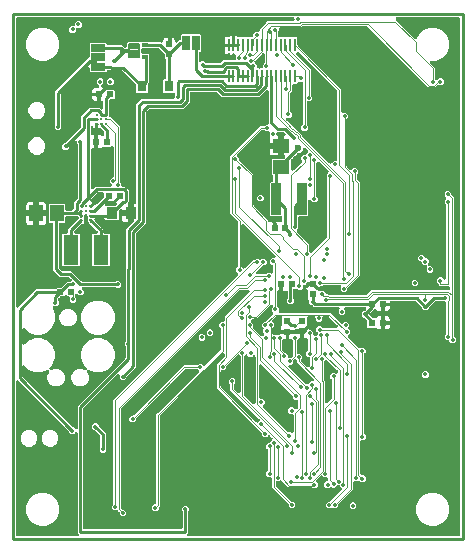
<source format=gbr>
G04 EAGLE Gerber RS-274X export*
G75*
%MOMM*%
%FSLAX34Y34*%
%LPD*%
%INBottom Copper*%
%IPPOS*%
%AMOC8*
5,1,8,0,0,1.08239X$1,22.5*%
G01*
%ADD10R,1.450000X1.150000*%
%ADD11R,0.620000X0.620000*%
%ADD12R,0.950000X1.000000*%
%ADD13R,1.150000X1.450000*%
%ADD14R,0.635000X1.270000*%
%ADD15R,0.200000X1.140000*%
%ADD16R,1.308100X2.540000*%
%ADD17R,0.500000X0.309213*%
%ADD18R,0.650000X0.309213*%
%ADD19C,0.200000*%
%ADD20R,0.500000X0.500000*%
%ADD21C,0.243841*%
%ADD22C,0.240031*%
%ADD23R,0.800000X0.900000*%
%ADD24R,1.270000X0.635000*%
%ADD25C,0.600000*%
%ADD26R,0.812800X2.667000*%
%ADD27C,0.254000*%
%ADD28C,0.355600*%
%ADD29C,0.101600*%
%ADD30C,0.254000*%

G36*
X377308Y2556D02*
X377308Y2556D01*
X377427Y2563D01*
X377465Y2576D01*
X377506Y2581D01*
X377616Y2624D01*
X377729Y2661D01*
X377764Y2683D01*
X377801Y2698D01*
X377897Y2767D01*
X377998Y2831D01*
X378026Y2861D01*
X378059Y2884D01*
X378135Y2976D01*
X378216Y3063D01*
X378236Y3098D01*
X378261Y3129D01*
X378312Y3237D01*
X378370Y3341D01*
X378380Y3381D01*
X378397Y3417D01*
X378419Y3534D01*
X378449Y3649D01*
X378453Y3709D01*
X378457Y3729D01*
X378455Y3750D01*
X378459Y3810D01*
X378459Y440690D01*
X378444Y440808D01*
X378437Y440927D01*
X378424Y440965D01*
X378419Y441006D01*
X378376Y441116D01*
X378339Y441229D01*
X378317Y441264D01*
X378302Y441301D01*
X378233Y441397D01*
X378169Y441498D01*
X378139Y441526D01*
X378116Y441559D01*
X378024Y441635D01*
X377937Y441716D01*
X377902Y441736D01*
X377871Y441761D01*
X377763Y441812D01*
X377659Y441870D01*
X377619Y441880D01*
X377583Y441897D01*
X377466Y441919D01*
X377351Y441949D01*
X377291Y441953D01*
X377271Y441957D01*
X377250Y441955D01*
X377190Y441959D01*
X325261Y441959D01*
X325124Y441942D01*
X324985Y441929D01*
X324966Y441922D01*
X324946Y441919D01*
X324817Y441868D01*
X324686Y441821D01*
X324669Y441810D01*
X324650Y441802D01*
X324538Y441721D01*
X324423Y441643D01*
X324409Y441627D01*
X324393Y441616D01*
X324304Y441508D01*
X324212Y441404D01*
X324203Y441386D01*
X324190Y441371D01*
X324131Y441245D01*
X324067Y441121D01*
X324063Y441101D01*
X324054Y441083D01*
X324028Y440947D01*
X323998Y440811D01*
X323998Y440790D01*
X323995Y440771D01*
X324003Y440632D01*
X324007Y440493D01*
X324013Y440473D01*
X324014Y440453D01*
X324057Y440321D01*
X324096Y440187D01*
X324106Y440170D01*
X324112Y440151D01*
X324187Y440033D01*
X324257Y439913D01*
X324276Y439892D01*
X324283Y439882D01*
X324297Y439868D01*
X324364Y439793D01*
X340476Y423680D01*
X340515Y423650D01*
X340549Y423613D01*
X340640Y423553D01*
X340727Y423485D01*
X340773Y423466D01*
X340814Y423438D01*
X340918Y423403D01*
X341019Y423359D01*
X341068Y423351D01*
X341115Y423335D01*
X341225Y423326D01*
X341333Y423309D01*
X341383Y423314D01*
X341432Y423310D01*
X341540Y423329D01*
X341650Y423339D01*
X341697Y423356D01*
X341745Y423364D01*
X341846Y423409D01*
X341949Y423447D01*
X341990Y423475D01*
X342035Y423495D01*
X342121Y423564D01*
X342212Y423625D01*
X342245Y423662D01*
X342284Y423694D01*
X342350Y423781D01*
X342423Y423864D01*
X342445Y423908D01*
X342475Y423948D01*
X342546Y424092D01*
X343756Y427014D01*
X347686Y430944D01*
X352821Y433071D01*
X358379Y433071D01*
X363514Y430944D01*
X367444Y427014D01*
X369571Y421879D01*
X369571Y416321D01*
X367444Y411186D01*
X363514Y407256D01*
X358379Y405129D01*
X354316Y405129D01*
X354179Y405112D01*
X354040Y405099D01*
X354021Y405092D01*
X354001Y405089D01*
X353872Y405038D01*
X353741Y404991D01*
X353724Y404980D01*
X353705Y404972D01*
X353593Y404891D01*
X353478Y404813D01*
X353464Y404797D01*
X353448Y404786D01*
X353359Y404678D01*
X353267Y404574D01*
X353258Y404556D01*
X353245Y404541D01*
X353186Y404415D01*
X353122Y404291D01*
X353118Y404271D01*
X353109Y404253D01*
X353083Y404117D01*
X353053Y403981D01*
X353053Y403960D01*
X353050Y403941D01*
X353058Y403802D01*
X353062Y403663D01*
X353068Y403643D01*
X353069Y403623D01*
X353112Y403491D01*
X353151Y403357D01*
X353161Y403340D01*
X353167Y403321D01*
X353242Y403203D01*
X353312Y403083D01*
X353331Y403062D01*
X353338Y403052D01*
X353352Y403038D01*
X353419Y402963D01*
X355860Y400521D01*
X357125Y399257D01*
X357125Y390303D01*
X357137Y390205D01*
X357140Y390106D01*
X357157Y390048D01*
X357165Y389988D01*
X357201Y389896D01*
X357229Y389801D01*
X357259Y389748D01*
X357282Y389692D01*
X357340Y389612D01*
X357390Y389527D01*
X357456Y389451D01*
X357468Y389435D01*
X357478Y389427D01*
X357496Y389406D01*
X357877Y389025D01*
X357972Y388952D01*
X358061Y388873D01*
X358097Y388855D01*
X358129Y388830D01*
X358238Y388783D01*
X358344Y388728D01*
X358383Y388720D01*
X358421Y388704D01*
X358538Y388685D01*
X358654Y388659D01*
X358695Y388660D01*
X358735Y388654D01*
X358853Y388665D01*
X358972Y388668D01*
X359011Y388680D01*
X359051Y388684D01*
X359164Y388724D01*
X359278Y388757D01*
X359312Y388777D01*
X359351Y388791D01*
X359449Y388858D01*
X359552Y388918D01*
X359597Y388958D01*
X359614Y388970D01*
X359627Y388985D01*
X359672Y389025D01*
X360792Y390145D01*
X363108Y390145D01*
X364745Y388508D01*
X364745Y386192D01*
X363108Y384555D01*
X360576Y384555D01*
X360567Y384560D01*
X360449Y384578D01*
X360332Y384604D01*
X360292Y384603D01*
X360252Y384609D01*
X360134Y384598D01*
X360015Y384595D01*
X359976Y384583D01*
X359936Y384580D01*
X359824Y384539D01*
X359709Y384506D01*
X359674Y384486D01*
X359637Y384472D01*
X359538Y384405D01*
X359435Y384345D01*
X359390Y384305D01*
X359373Y384294D01*
X359360Y384278D01*
X359314Y384238D01*
X358864Y383788D01*
X357599Y382523D01*
X351920Y382523D01*
X300222Y434222D01*
X300144Y434282D01*
X300072Y434350D01*
X300019Y434379D01*
X299971Y434416D01*
X299880Y434456D01*
X299793Y434504D01*
X299735Y434519D01*
X299679Y434543D01*
X299581Y434558D01*
X299485Y434583D01*
X299385Y434589D01*
X299365Y434593D01*
X299353Y434591D01*
X299325Y434593D01*
X245937Y434593D01*
X245839Y434581D01*
X245740Y434578D01*
X245681Y434561D01*
X245621Y434553D01*
X245529Y434517D01*
X245434Y434489D01*
X245382Y434459D01*
X245326Y434436D01*
X245246Y434378D01*
X245160Y434328D01*
X245085Y434262D01*
X245068Y434250D01*
X245060Y434240D01*
X245039Y434222D01*
X244141Y433323D01*
X226314Y433323D01*
X226196Y433308D01*
X226077Y433301D01*
X226039Y433288D01*
X225998Y433283D01*
X225888Y433240D01*
X225775Y433203D01*
X225740Y433181D01*
X225703Y433166D01*
X225607Y433097D01*
X225506Y433033D01*
X225478Y433003D01*
X225445Y432980D01*
X225369Y432888D01*
X225288Y432801D01*
X225268Y432766D01*
X225243Y432735D01*
X225192Y432627D01*
X225134Y432523D01*
X225124Y432483D01*
X225107Y432447D01*
X225085Y432330D01*
X225055Y432215D01*
X225051Y432154D01*
X225047Y432135D01*
X225049Y432114D01*
X225045Y432054D01*
X225045Y430388D01*
X224717Y430060D01*
X224656Y429982D01*
X224588Y429910D01*
X224559Y429857D01*
X224522Y429809D01*
X224482Y429718D01*
X224434Y429631D01*
X224419Y429573D01*
X224395Y429517D01*
X224380Y429419D01*
X224355Y429323D01*
X224349Y429223D01*
X224345Y429203D01*
X224347Y429191D01*
X224345Y429163D01*
X224345Y426316D01*
X224360Y426198D01*
X224367Y426079D01*
X224380Y426041D01*
X224385Y426000D01*
X224429Y425890D01*
X224465Y425777D01*
X224487Y425742D01*
X224502Y425705D01*
X224572Y425609D01*
X224635Y425508D01*
X224665Y425480D01*
X224688Y425447D01*
X224780Y425371D01*
X224867Y425290D01*
X224902Y425270D01*
X224933Y425245D01*
X225041Y425194D01*
X225145Y425136D01*
X225185Y425126D01*
X225221Y425109D01*
X225338Y425087D01*
X225453Y425057D01*
X225514Y425053D01*
X225534Y425049D01*
X225554Y425051D01*
X225614Y425047D01*
X228459Y425047D01*
X228465Y425044D01*
X228583Y425025D01*
X228699Y424999D01*
X228740Y425001D01*
X228779Y424994D01*
X228898Y425005D01*
X229017Y425009D01*
X229056Y425020D01*
X229096Y425024D01*
X229159Y425047D01*
X232459Y425047D01*
X232465Y425044D01*
X232583Y425025D01*
X232699Y424999D01*
X232740Y425001D01*
X232779Y424994D01*
X232898Y425005D01*
X233017Y425009D01*
X233056Y425020D01*
X233096Y425024D01*
X233159Y425047D01*
X236459Y425047D01*
X236465Y425044D01*
X236583Y425025D01*
X236699Y424999D01*
X236740Y425001D01*
X236779Y424994D01*
X236898Y425005D01*
X237017Y425009D01*
X237056Y425020D01*
X237096Y425024D01*
X237159Y425047D01*
X240241Y425047D01*
X240837Y424451D01*
X240837Y418943D01*
X240849Y418845D01*
X240852Y418746D01*
X240869Y418688D01*
X240877Y418628D01*
X240913Y418536D01*
X240941Y418441D01*
X240971Y418388D01*
X240994Y418332D01*
X241052Y418252D01*
X241102Y418167D01*
X241168Y418091D01*
X241180Y418075D01*
X241190Y418067D01*
X241209Y418046D01*
X277877Y381378D01*
X277877Y362363D01*
X277894Y362225D01*
X277907Y362087D01*
X277914Y362068D01*
X277917Y362048D01*
X277968Y361919D01*
X278015Y361787D01*
X278026Y361771D01*
X278034Y361752D01*
X278115Y361640D01*
X278194Y361524D01*
X278209Y361511D01*
X278220Y361495D01*
X278327Y361406D01*
X278432Y361314D01*
X278450Y361305D01*
X278465Y361292D01*
X278591Y361233D01*
X278715Y361169D01*
X278735Y361165D01*
X278753Y361156D01*
X278889Y361130D01*
X279026Y361100D01*
X279046Y361100D01*
X279065Y361097D01*
X279204Y361105D01*
X279343Y361109D01*
X279363Y361115D01*
X279383Y361116D01*
X279515Y361159D01*
X279617Y361189D01*
X282082Y361189D01*
X283719Y359552D01*
X283719Y357236D01*
X282820Y356338D01*
X282760Y356260D01*
X282692Y356188D01*
X282663Y356135D01*
X282626Y356087D01*
X282586Y355996D01*
X282538Y355909D01*
X282523Y355851D01*
X282499Y355795D01*
X282484Y355697D01*
X282459Y355601D01*
X282453Y355501D01*
X282449Y355481D01*
X282451Y355469D01*
X282449Y355441D01*
X282449Y316371D01*
X282461Y316273D01*
X282464Y316174D01*
X282481Y316116D01*
X282489Y316056D01*
X282525Y315964D01*
X282553Y315869D01*
X282583Y315816D01*
X282606Y315760D01*
X282664Y315680D01*
X282714Y315595D01*
X282780Y315519D01*
X282792Y315503D01*
X282802Y315495D01*
X282820Y315474D01*
X285351Y312943D01*
X285446Y312870D01*
X285535Y312791D01*
X285571Y312773D01*
X285603Y312748D01*
X285712Y312700D01*
X285818Y312646D01*
X285857Y312638D01*
X285895Y312622D01*
X286012Y312603D01*
X286128Y312577D01*
X286169Y312578D01*
X286209Y312572D01*
X286327Y312583D01*
X286446Y312586D01*
X286485Y312598D01*
X286525Y312601D01*
X286637Y312642D01*
X286752Y312675D01*
X286787Y312695D01*
X286825Y312709D01*
X286923Y312776D01*
X287026Y312836D01*
X287071Y312876D01*
X287088Y312888D01*
X287101Y312903D01*
X287146Y312943D01*
X288402Y314199D01*
X290718Y314199D01*
X292355Y312562D01*
X292355Y310246D01*
X291456Y309348D01*
X291396Y309270D01*
X291328Y309198D01*
X291299Y309145D01*
X291262Y309097D01*
X291222Y309006D01*
X291174Y308919D01*
X291159Y308861D01*
X291135Y308805D01*
X291120Y308707D01*
X291095Y308611D01*
X291089Y308520D01*
X291087Y308510D01*
X291088Y308505D01*
X291085Y308491D01*
X291087Y308479D01*
X291085Y308451D01*
X291085Y305195D01*
X291097Y305097D01*
X291100Y304998D01*
X291117Y304940D01*
X291125Y304880D01*
X291161Y304788D01*
X291189Y304693D01*
X291219Y304640D01*
X291242Y304584D01*
X291300Y304504D01*
X291350Y304419D01*
X291416Y304343D01*
X291428Y304327D01*
X291438Y304319D01*
X291456Y304298D01*
X293625Y302130D01*
X293625Y223142D01*
X292360Y221877D01*
X283582Y213100D01*
X283522Y213022D01*
X283454Y212950D01*
X283425Y212897D01*
X283388Y212849D01*
X283348Y212758D01*
X283300Y212671D01*
X283285Y212613D01*
X283261Y212557D01*
X283246Y212459D01*
X283221Y212363D01*
X283215Y212263D01*
X283211Y212243D01*
X283213Y212231D01*
X283211Y212203D01*
X283211Y210932D01*
X281574Y209295D01*
X279258Y209295D01*
X277621Y210932D01*
X277621Y213248D01*
X277852Y213478D01*
X277937Y213588D01*
X278026Y213695D01*
X278035Y213714D01*
X278047Y213730D01*
X278103Y213858D01*
X278162Y213983D01*
X278165Y214003D01*
X278173Y214022D01*
X278195Y214160D01*
X278221Y214296D01*
X278220Y214316D01*
X278223Y214336D01*
X278210Y214475D01*
X278202Y214613D01*
X278195Y214632D01*
X278194Y214652D01*
X278146Y214783D01*
X278104Y214915D01*
X278093Y214933D01*
X278086Y214952D01*
X278008Y215066D01*
X277933Y215184D01*
X277919Y215198D01*
X277907Y215215D01*
X277803Y215307D01*
X277702Y215402D01*
X277684Y215412D01*
X277669Y215425D01*
X277545Y215488D01*
X277423Y215556D01*
X277404Y215561D01*
X277386Y215570D01*
X277250Y215600D01*
X277115Y215635D01*
X277087Y215637D01*
X277075Y215640D01*
X277055Y215639D01*
X276955Y215645D01*
X263303Y215645D01*
X263205Y215633D01*
X263106Y215630D01*
X263048Y215613D01*
X262988Y215605D01*
X262896Y215569D01*
X262801Y215541D01*
X262748Y215511D01*
X262692Y215488D01*
X262612Y215430D01*
X262527Y215380D01*
X262451Y215314D01*
X262435Y215302D01*
X262427Y215292D01*
X262406Y215274D01*
X261508Y214375D01*
X260910Y214375D01*
X260792Y214360D01*
X260673Y214353D01*
X260635Y214340D01*
X260594Y214335D01*
X260484Y214292D01*
X260371Y214255D01*
X260336Y214233D01*
X260299Y214218D01*
X260203Y214149D01*
X260102Y214085D01*
X260074Y214055D01*
X260041Y214032D01*
X259965Y213940D01*
X259884Y213853D01*
X259864Y213818D01*
X259839Y213787D01*
X259788Y213679D01*
X259730Y213575D01*
X259720Y213535D01*
X259703Y213499D01*
X259681Y213382D01*
X259651Y213267D01*
X259647Y213206D01*
X259643Y213187D01*
X259645Y213166D01*
X259641Y213106D01*
X259641Y212902D01*
X259468Y212255D01*
X259299Y211963D01*
X259247Y211840D01*
X259191Y211721D01*
X259186Y211694D01*
X259175Y211669D01*
X259156Y211538D01*
X259131Y211408D01*
X259133Y211382D01*
X259129Y211355D01*
X259143Y211223D01*
X259151Y211091D01*
X259159Y211065D01*
X259162Y211039D01*
X259208Y210914D01*
X259249Y210789D01*
X259263Y210766D01*
X259273Y210740D01*
X259348Y210632D01*
X259419Y210520D01*
X259439Y210501D01*
X259454Y210479D01*
X259554Y210393D01*
X259651Y210302D01*
X259674Y210289D01*
X259695Y210271D01*
X259813Y210212D01*
X259929Y210148D01*
X259955Y210142D01*
X259979Y210130D01*
X260109Y210102D01*
X260237Y210069D01*
X260275Y210067D01*
X260290Y210063D01*
X260312Y210064D01*
X260398Y210059D01*
X263032Y210059D01*
X264946Y208144D01*
X265024Y208084D01*
X265096Y208016D01*
X265149Y207987D01*
X265197Y207950D01*
X265288Y207910D01*
X265375Y207862D01*
X265433Y207847D01*
X265489Y207823D01*
X265587Y207808D01*
X265683Y207783D01*
X265783Y207777D01*
X265803Y207773D01*
X265815Y207775D01*
X265843Y207773D01*
X267175Y207773D01*
X267820Y207128D01*
X267898Y207068D01*
X267970Y207000D01*
X268023Y206971D01*
X268071Y206934D01*
X268162Y206894D01*
X268248Y206846D01*
X268307Y206831D01*
X268363Y206807D01*
X268461Y206792D01*
X268556Y206767D01*
X268656Y206761D01*
X268677Y206757D01*
X268689Y206759D01*
X268717Y206757D01*
X298328Y206757D01*
X298426Y206769D01*
X298525Y206772D01*
X298583Y206789D01*
X298643Y206797D01*
X298735Y206833D01*
X298830Y206861D01*
X298883Y206891D01*
X298939Y206914D01*
X299019Y206972D01*
X299104Y207022D01*
X299180Y207088D01*
X299196Y207100D01*
X299204Y207110D01*
X299225Y207128D01*
X303171Y211075D01*
X368808Y211075D01*
X368926Y211090D01*
X369045Y211097D01*
X369083Y211110D01*
X369124Y211115D01*
X369234Y211158D01*
X369347Y211195D01*
X369382Y211217D01*
X369419Y211232D01*
X369515Y211301D01*
X369616Y211365D01*
X369644Y211395D01*
X369677Y211418D01*
X369753Y211510D01*
X369834Y211597D01*
X369854Y211632D01*
X369879Y211663D01*
X369930Y211771D01*
X369988Y211875D01*
X369998Y211915D01*
X370015Y211951D01*
X370037Y212068D01*
X370067Y212183D01*
X370071Y212243D01*
X370075Y212263D01*
X370073Y212284D01*
X370077Y212344D01*
X370077Y213106D01*
X370062Y213224D01*
X370055Y213343D01*
X370042Y213381D01*
X370037Y213422D01*
X369994Y213532D01*
X369957Y213645D01*
X369935Y213680D01*
X369920Y213717D01*
X369851Y213813D01*
X369787Y213914D01*
X369757Y213942D01*
X369734Y213975D01*
X369642Y214051D01*
X369555Y214132D01*
X369520Y214152D01*
X369489Y214177D01*
X369381Y214228D01*
X369277Y214286D01*
X369237Y214296D01*
X369201Y214313D01*
X369084Y214335D01*
X368969Y214365D01*
X368909Y214369D01*
X368889Y214373D01*
X368868Y214371D01*
X368808Y214375D01*
X361318Y214375D01*
X360425Y215268D01*
X360425Y215995D01*
X360413Y216093D01*
X360410Y216192D01*
X360393Y216250D01*
X360385Y216310D01*
X360349Y216402D01*
X360321Y216497D01*
X360291Y216550D01*
X360268Y216606D01*
X360210Y216686D01*
X360160Y216771D01*
X360094Y216847D01*
X360082Y216863D01*
X360072Y216871D01*
X360054Y216892D01*
X359155Y217790D01*
X359155Y220106D01*
X360792Y221743D01*
X363108Y221743D01*
X364609Y220242D01*
X364718Y220157D01*
X364825Y220068D01*
X364844Y220059D01*
X364860Y220047D01*
X364988Y219991D01*
X365113Y219932D01*
X365133Y219929D01*
X365152Y219921D01*
X365290Y219899D01*
X365426Y219873D01*
X365446Y219874D01*
X365466Y219871D01*
X365605Y219884D01*
X365743Y219892D01*
X365762Y219899D01*
X365782Y219900D01*
X365914Y219948D01*
X366045Y219990D01*
X366063Y220001D01*
X366082Y220008D01*
X366197Y220086D01*
X366314Y220161D01*
X366328Y220175D01*
X366345Y220187D01*
X366437Y220291D01*
X366532Y220392D01*
X366542Y220410D01*
X366555Y220425D01*
X366619Y220549D01*
X366686Y220671D01*
X366691Y220690D01*
X366700Y220708D01*
X366730Y220844D01*
X366765Y220979D01*
X366767Y221007D01*
X366770Y221019D01*
X366769Y221039D01*
X366775Y221139D01*
X366775Y282543D01*
X366763Y282641D01*
X366760Y282740D01*
X366743Y282798D01*
X366735Y282858D01*
X366699Y282950D01*
X366671Y283045D01*
X366641Y283098D01*
X366618Y283154D01*
X366560Y283234D01*
X366510Y283319D01*
X366444Y283395D01*
X366432Y283411D01*
X366422Y283419D01*
X366404Y283440D01*
X365505Y284338D01*
X365505Y286654D01*
X366752Y287900D01*
X366825Y287995D01*
X366904Y288084D01*
X366922Y288120D01*
X366947Y288152D01*
X366994Y288261D01*
X367049Y288367D01*
X367057Y288406D01*
X367073Y288444D01*
X367092Y288561D01*
X367118Y288677D01*
X367117Y288718D01*
X367123Y288758D01*
X367112Y288876D01*
X367109Y288995D01*
X367097Y289034D01*
X367093Y289074D01*
X367053Y289187D01*
X367020Y289301D01*
X367000Y289335D01*
X366986Y289374D01*
X366919Y289472D01*
X366859Y289575D01*
X366819Y289620D01*
X366807Y289637D01*
X366792Y289650D01*
X366752Y289695D01*
X365505Y290942D01*
X365505Y293258D01*
X367142Y294895D01*
X369458Y294895D01*
X371095Y293258D01*
X371095Y291987D01*
X371107Y291889D01*
X371110Y291790D01*
X371127Y291732D01*
X371135Y291672D01*
X371171Y291580D01*
X371199Y291485D01*
X371229Y291432D01*
X371252Y291376D01*
X371310Y291296D01*
X371360Y291211D01*
X371426Y291135D01*
X371438Y291119D01*
X371448Y291111D01*
X371466Y291090D01*
X373127Y289430D01*
X373127Y172540D01*
X373139Y172441D01*
X373142Y172342D01*
X373159Y172284D01*
X373167Y172224D01*
X373203Y172132D01*
X373231Y172037D01*
X373261Y171985D01*
X373284Y171928D01*
X373342Y171848D01*
X373392Y171763D01*
X373458Y171687D01*
X373470Y171671D01*
X373480Y171663D01*
X373498Y171642D01*
X375047Y170094D01*
X375047Y167779D01*
X373410Y166141D01*
X371094Y166141D01*
X369350Y167886D01*
X369337Y167925D01*
X369315Y167960D01*
X369300Y167997D01*
X369231Y168093D01*
X369167Y168194D01*
X369137Y168222D01*
X369114Y168255D01*
X369022Y168331D01*
X368935Y168412D01*
X368900Y168432D01*
X368869Y168457D01*
X368761Y168508D01*
X368657Y168566D01*
X368617Y168576D01*
X368581Y168593D01*
X368464Y168615D01*
X368349Y168645D01*
X368289Y168649D01*
X368269Y168653D01*
X368248Y168651D01*
X368188Y168655D01*
X367142Y168655D01*
X365505Y170292D01*
X365505Y172608D01*
X366404Y173506D01*
X366464Y173584D01*
X366532Y173656D01*
X366561Y173709D01*
X366598Y173757D01*
X366638Y173848D01*
X366686Y173935D01*
X366701Y173993D01*
X366725Y174049D01*
X366740Y174147D01*
X366765Y174243D01*
X366771Y174343D01*
X366775Y174363D01*
X366773Y174375D01*
X366775Y174403D01*
X366775Y200152D01*
X366760Y200270D01*
X366753Y200389D01*
X366740Y200427D01*
X366735Y200468D01*
X366692Y200578D01*
X366655Y200691D01*
X366633Y200726D01*
X366618Y200763D01*
X366549Y200859D01*
X366485Y200960D01*
X366455Y200988D01*
X366432Y201021D01*
X366340Y201097D01*
X366253Y201178D01*
X366218Y201198D01*
X366187Y201223D01*
X366079Y201274D01*
X365975Y201332D01*
X365935Y201342D01*
X365899Y201359D01*
X365782Y201381D01*
X365667Y201411D01*
X365607Y201415D01*
X365587Y201419D01*
X365566Y201417D01*
X365506Y201421D01*
X365110Y201421D01*
X364974Y201558D01*
X364896Y201618D01*
X364824Y201686D01*
X364771Y201715D01*
X364723Y201752D01*
X364632Y201792D01*
X364545Y201840D01*
X364487Y201855D01*
X364431Y201879D01*
X364333Y201894D01*
X364237Y201919D01*
X364137Y201925D01*
X364117Y201929D01*
X364105Y201927D01*
X364077Y201929D01*
X358089Y201929D01*
X357991Y201917D01*
X357892Y201914D01*
X357834Y201897D01*
X357773Y201889D01*
X357681Y201853D01*
X357586Y201825D01*
X357534Y201795D01*
X357478Y201772D01*
X357398Y201714D01*
X357312Y201664D01*
X357237Y201598D01*
X357220Y201586D01*
X357213Y201576D01*
X357191Y201558D01*
X352416Y196783D01*
X352356Y196704D01*
X352288Y196632D01*
X352259Y196579D01*
X352222Y196531D01*
X352182Y196440D01*
X352134Y196354D01*
X352119Y196295D01*
X352095Y196239D01*
X352080Y196141D01*
X352055Y196046D01*
X352049Y195946D01*
X352045Y195925D01*
X352047Y195913D01*
X352045Y195885D01*
X352045Y195692D01*
X350408Y194055D01*
X348092Y194055D01*
X346455Y195692D01*
X346455Y195885D01*
X346443Y195983D01*
X346440Y196082D01*
X346423Y196140D01*
X346415Y196201D01*
X346379Y196293D01*
X346351Y196388D01*
X346321Y196440D01*
X346298Y196496D01*
X346240Y196576D01*
X346190Y196662D01*
X346124Y196737D01*
X346112Y196754D01*
X346102Y196761D01*
X346084Y196783D01*
X341257Y201610D01*
X341178Y201670D01*
X341106Y201738D01*
X341053Y201767D01*
X341005Y201804D01*
X340914Y201844D01*
X340828Y201892D01*
X340769Y201907D01*
X340713Y201931D01*
X340615Y201946D01*
X340520Y201971D01*
X340420Y201977D01*
X340399Y201981D01*
X340387Y201979D01*
X340359Y201981D01*
X320274Y201981D01*
X320156Y201966D01*
X320037Y201959D01*
X319999Y201946D01*
X319958Y201941D01*
X319848Y201898D01*
X319735Y201861D01*
X319700Y201839D01*
X319663Y201824D01*
X319567Y201755D01*
X319466Y201691D01*
X319438Y201661D01*
X319405Y201638D01*
X319329Y201546D01*
X319248Y201459D01*
X319228Y201424D01*
X319203Y201393D01*
X319152Y201285D01*
X319094Y201181D01*
X319084Y201141D01*
X319067Y201105D01*
X319045Y200988D01*
X319015Y200873D01*
X319011Y200813D01*
X319007Y200793D01*
X319009Y200772D01*
X319005Y200712D01*
X319005Y200431D01*
X313644Y200431D01*
X313526Y200416D01*
X313407Y200409D01*
X313369Y200396D01*
X313329Y200391D01*
X313218Y200348D01*
X313105Y200311D01*
X313071Y200289D01*
X313033Y200274D01*
X312937Y200205D01*
X312836Y200141D01*
X312808Y200111D01*
X312776Y200088D01*
X312700Y199996D01*
X312618Y199909D01*
X312599Y199874D01*
X312573Y199843D01*
X312523Y199737D01*
X312510Y199729D01*
X312473Y199714D01*
X312376Y199644D01*
X312276Y199581D01*
X312248Y199551D01*
X312215Y199527D01*
X312139Y199436D01*
X312058Y199349D01*
X312038Y199314D01*
X312013Y199282D01*
X311962Y199175D01*
X311904Y199070D01*
X311894Y199031D01*
X311877Y198995D01*
X311855Y198878D01*
X311825Y198762D01*
X311821Y198702D01*
X311817Y198682D01*
X311819Y198662D01*
X311815Y198602D01*
X311815Y193241D01*
X309930Y193241D01*
X309283Y193414D01*
X308704Y193749D01*
X308188Y194265D01*
X308163Y194304D01*
X308124Y194341D01*
X308092Y194384D01*
X308009Y194450D01*
X307932Y194522D01*
X307885Y194548D01*
X307843Y194581D01*
X307746Y194625D01*
X307653Y194676D01*
X307601Y194689D01*
X307552Y194711D01*
X307448Y194729D01*
X307345Y194755D01*
X307260Y194760D01*
X307239Y194764D01*
X307223Y194763D01*
X307184Y194765D01*
X306039Y194765D01*
X305941Y194753D01*
X305842Y194750D01*
X305784Y194733D01*
X305723Y194725D01*
X305631Y194689D01*
X305536Y194661D01*
X305484Y194631D01*
X305428Y194608D01*
X305348Y194550D01*
X305262Y194500D01*
X305187Y194434D01*
X305170Y194422D01*
X305163Y194412D01*
X305141Y194394D01*
X304940Y194192D01*
X304939Y194192D01*
X302145Y191398D01*
X302072Y191303D01*
X301994Y191214D01*
X301975Y191178D01*
X301950Y191146D01*
X301903Y191037D01*
X301849Y190931D01*
X301840Y190892D01*
X301824Y190854D01*
X301805Y190736D01*
X301779Y190621D01*
X301781Y190580D01*
X301774Y190540D01*
X301785Y190422D01*
X301789Y190303D01*
X301800Y190264D01*
X301804Y190224D01*
X301844Y190111D01*
X301877Y189997D01*
X301898Y189963D01*
X301912Y189924D01*
X301979Y189826D01*
X302039Y189723D01*
X302079Y189678D01*
X302090Y189661D01*
X302106Y189648D01*
X302145Y189603D01*
X303871Y187876D01*
X303950Y187816D01*
X304022Y187748D01*
X304075Y187719D01*
X304123Y187682D01*
X304214Y187642D01*
X304300Y187594D01*
X304359Y187579D01*
X304415Y187555D01*
X304513Y187540D01*
X304608Y187515D01*
X304708Y187509D01*
X304729Y187505D01*
X304741Y187507D01*
X304769Y187505D01*
X307184Y187505D01*
X307289Y187518D01*
X307395Y187522D01*
X307447Y187538D01*
X307500Y187545D01*
X307598Y187584D01*
X307700Y187614D01*
X307746Y187642D01*
X307796Y187662D01*
X307881Y187724D01*
X307972Y187779D01*
X308010Y187817D01*
X308053Y187848D01*
X308121Y187930D01*
X308195Y188006D01*
X308207Y188024D01*
X308704Y188521D01*
X309283Y188856D01*
X309930Y189029D01*
X311815Y189029D01*
X311815Y183668D01*
X311830Y183550D01*
X311837Y183431D01*
X311849Y183393D01*
X311852Y183373D01*
X311825Y183268D01*
X311821Y183208D01*
X311817Y183188D01*
X311819Y183168D01*
X311815Y183108D01*
X311815Y177747D01*
X309930Y177747D01*
X309283Y177920D01*
X308704Y178255D01*
X308188Y178771D01*
X308163Y178810D01*
X308124Y178847D01*
X308092Y178890D01*
X308009Y178956D01*
X307932Y179028D01*
X307885Y179054D01*
X307843Y179087D01*
X307746Y179131D01*
X307653Y179182D01*
X307601Y179195D01*
X307552Y179217D01*
X307448Y179235D01*
X307345Y179261D01*
X307260Y179266D01*
X307239Y179270D01*
X307223Y179269D01*
X307184Y179271D01*
X300843Y179271D01*
X300247Y179867D01*
X300247Y184507D01*
X300235Y184605D01*
X300232Y184704D01*
X300215Y184762D01*
X300207Y184823D01*
X300171Y184915D01*
X300143Y185010D01*
X300113Y185062D01*
X300090Y185118D01*
X300032Y185198D01*
X299982Y185284D01*
X299916Y185359D01*
X299904Y185376D01*
X299894Y185383D01*
X299876Y185405D01*
X297947Y187334D01*
X297868Y187394D01*
X297796Y187462D01*
X297743Y187491D01*
X297695Y187528D01*
X297604Y187568D01*
X297518Y187616D01*
X297459Y187631D01*
X297403Y187655D01*
X297305Y187670D01*
X297210Y187695D01*
X297110Y187701D01*
X297089Y187705D01*
X297077Y187703D01*
X297049Y187705D01*
X296856Y187705D01*
X295219Y189342D01*
X295219Y191658D01*
X296856Y193295D01*
X297049Y193295D01*
X297147Y193307D01*
X297246Y193310D01*
X297305Y193327D01*
X297365Y193335D01*
X297457Y193371D01*
X297552Y193399D01*
X297604Y193429D01*
X297660Y193452D01*
X297740Y193510D01*
X297826Y193560D01*
X297901Y193626D01*
X297918Y193638D01*
X297925Y193648D01*
X297947Y193666D01*
X298709Y194429D01*
X298794Y194538D01*
X298882Y194645D01*
X298891Y194664D01*
X298904Y194680D01*
X298959Y194808D01*
X299018Y194933D01*
X299022Y194953D01*
X299030Y194972D01*
X299052Y195110D01*
X299078Y195246D01*
X299077Y195266D01*
X299080Y195286D01*
X299067Y195425D01*
X299058Y195563D01*
X299052Y195582D01*
X299050Y195602D01*
X299003Y195734D01*
X298960Y195865D01*
X298949Y195883D01*
X298942Y195902D01*
X298864Y196017D01*
X298790Y196134D01*
X298775Y196148D01*
X298764Y196165D01*
X298660Y196257D01*
X298558Y196352D01*
X298540Y196362D01*
X298525Y196375D01*
X298402Y196438D01*
X298280Y196506D01*
X298260Y196511D01*
X298242Y196520D01*
X298106Y196550D01*
X297972Y196585D01*
X297944Y196587D01*
X297932Y196590D01*
X297911Y196589D01*
X297811Y196595D01*
X281845Y196595D01*
X281707Y196578D01*
X281569Y196565D01*
X281550Y196558D01*
X281530Y196555D01*
X281401Y196504D01*
X281270Y196457D01*
X281253Y196446D01*
X281234Y196438D01*
X281122Y196357D01*
X281007Y196279D01*
X280993Y196263D01*
X280977Y196252D01*
X280888Y196144D01*
X280796Y196040D01*
X280787Y196022D01*
X280774Y196007D01*
X280715Y195881D01*
X280651Y195757D01*
X280647Y195737D01*
X280638Y195719D01*
X280612Y195582D01*
X280582Y195447D01*
X280582Y195426D01*
X280579Y195407D01*
X280587Y195268D01*
X280591Y195129D01*
X280597Y195109D01*
X280598Y195089D01*
X280641Y194957D01*
X280680Y194823D01*
X280690Y194806D01*
X280696Y194787D01*
X280771Y194669D01*
X280841Y194549D01*
X280860Y194528D01*
X280867Y194518D01*
X280882Y194504D01*
X280948Y194429D01*
X281433Y193944D01*
X281433Y191628D01*
X279796Y189991D01*
X277480Y189991D01*
X275843Y191628D01*
X275843Y193944D01*
X276328Y194429D01*
X276413Y194538D01*
X276502Y194645D01*
X276511Y194664D01*
X276523Y194680D01*
X276578Y194808D01*
X276638Y194933D01*
X276641Y194953D01*
X276649Y194972D01*
X276671Y195110D01*
X276697Y195246D01*
X276696Y195266D01*
X276699Y195286D01*
X276686Y195425D01*
X276678Y195563D01*
X276671Y195582D01*
X276670Y195602D01*
X276622Y195733D01*
X276580Y195865D01*
X276569Y195883D01*
X276562Y195902D01*
X276484Y196016D01*
X276409Y196134D01*
X276395Y196148D01*
X276383Y196165D01*
X276279Y196257D01*
X276178Y196352D01*
X276160Y196362D01*
X276145Y196375D01*
X276021Y196438D01*
X275899Y196506D01*
X275880Y196511D01*
X275862Y196520D01*
X275726Y196550D01*
X275591Y196585D01*
X275563Y196587D01*
X275551Y196590D01*
X275531Y196589D01*
X275431Y196595D01*
X255110Y196595D01*
X253804Y197902D01*
X253725Y197962D01*
X253653Y198030D01*
X253600Y198059D01*
X253552Y198096D01*
X253461Y198136D01*
X253375Y198184D01*
X253316Y198199D01*
X253260Y198223D01*
X253162Y198238D01*
X253067Y198263D01*
X252967Y198269D01*
X252946Y198273D01*
X252934Y198271D01*
X252906Y198273D01*
X252713Y198273D01*
X251076Y199910D01*
X251076Y202096D01*
X251064Y202194D01*
X251061Y202293D01*
X251044Y202352D01*
X251036Y202412D01*
X251000Y202504D01*
X250972Y202599D01*
X250942Y202651D01*
X250919Y202707D01*
X250861Y202788D01*
X250811Y202873D01*
X250745Y202948D01*
X250733Y202965D01*
X250723Y202973D01*
X250704Y202994D01*
X249883Y203815D01*
X249883Y210156D01*
X249870Y210261D01*
X249866Y210367D01*
X249850Y210419D01*
X249843Y210472D01*
X249804Y210570D01*
X249774Y210672D01*
X249746Y210718D01*
X249726Y210768D01*
X249664Y210853D01*
X249609Y210944D01*
X249571Y210982D01*
X249540Y211025D01*
X249458Y211093D01*
X249382Y211167D01*
X249364Y211179D01*
X248867Y211676D01*
X248532Y212255D01*
X248359Y212902D01*
X248359Y214376D01*
X248344Y214494D01*
X248337Y214613D01*
X248324Y214651D01*
X248319Y214692D01*
X248276Y214802D01*
X248239Y214915D01*
X248217Y214950D01*
X248202Y214987D01*
X248133Y215083D01*
X248069Y215184D01*
X248039Y215212D01*
X248016Y215245D01*
X247924Y215321D01*
X247837Y215402D01*
X247802Y215422D01*
X247771Y215447D01*
X247663Y215498D01*
X247559Y215556D01*
X247519Y215566D01*
X247483Y215583D01*
X247366Y215605D01*
X247251Y215635D01*
X247191Y215639D01*
X247171Y215643D01*
X247150Y215641D01*
X247090Y215645D01*
X246634Y215645D01*
X246516Y215630D01*
X246397Y215623D01*
X246359Y215610D01*
X246318Y215605D01*
X246208Y215562D01*
X246095Y215525D01*
X246060Y215503D01*
X246023Y215488D01*
X245927Y215419D01*
X245826Y215355D01*
X245798Y215325D01*
X245765Y215302D01*
X245689Y215210D01*
X245608Y215123D01*
X245588Y215088D01*
X245563Y215057D01*
X245512Y214949D01*
X245454Y214845D01*
X245444Y214805D01*
X245427Y214769D01*
X245405Y214652D01*
X245375Y214537D01*
X245371Y214477D01*
X245367Y214457D01*
X245369Y214436D01*
X245365Y214376D01*
X245365Y212964D01*
X243728Y211327D01*
X241412Y211327D01*
X241074Y211665D01*
X240996Y211726D01*
X240924Y211794D01*
X240871Y211823D01*
X240823Y211860D01*
X240732Y211900D01*
X240645Y211948D01*
X240587Y211963D01*
X240531Y211987D01*
X240433Y212002D01*
X240337Y212027D01*
X240237Y212033D01*
X240217Y212037D01*
X240205Y212035D01*
X240177Y212037D01*
X238506Y212037D01*
X238388Y212022D01*
X238269Y212015D01*
X238231Y212002D01*
X238190Y211997D01*
X238080Y211954D01*
X237967Y211917D01*
X237932Y211895D01*
X237895Y211880D01*
X237799Y211811D01*
X237698Y211747D01*
X237670Y211717D01*
X237637Y211694D01*
X237561Y211602D01*
X237480Y211515D01*
X237460Y211480D01*
X237435Y211449D01*
X237384Y211341D01*
X237326Y211237D01*
X237316Y211197D01*
X237299Y211161D01*
X237277Y211044D01*
X237247Y210929D01*
X237243Y210869D01*
X237239Y210849D01*
X237241Y210828D01*
X237237Y210768D01*
X237237Y204216D01*
X237249Y204117D01*
X237252Y204018D01*
X237269Y203960D01*
X237277Y203900D01*
X237313Y203808D01*
X237341Y203713D01*
X237371Y203661D01*
X237394Y203604D01*
X237452Y203524D01*
X237502Y203439D01*
X237568Y203363D01*
X237580Y203347D01*
X237590Y203339D01*
X237608Y203318D01*
X237745Y203182D01*
X237745Y200867D01*
X236108Y199229D01*
X233792Y199229D01*
X232155Y200867D01*
X232155Y203182D01*
X232292Y203318D01*
X232352Y203396D01*
X232420Y203468D01*
X232449Y203521D01*
X232486Y203569D01*
X232526Y203660D01*
X232574Y203747D01*
X232589Y203805D01*
X232613Y203861D01*
X232628Y203959D01*
X232653Y204055D01*
X232659Y204155D01*
X232663Y204175D01*
X232661Y204188D01*
X232663Y204216D01*
X232663Y209417D01*
X232648Y209541D01*
X232638Y209667D01*
X232628Y209699D01*
X232623Y209732D01*
X232577Y209849D01*
X232537Y209968D01*
X232519Y209997D01*
X232506Y210028D01*
X232433Y210129D01*
X232364Y210235D01*
X232339Y210258D01*
X232320Y210285D01*
X232223Y210365D01*
X232130Y210451D01*
X232101Y210467D01*
X232075Y210488D01*
X231961Y210542D01*
X231850Y210601D01*
X231817Y210609D01*
X231787Y210624D01*
X231663Y210647D01*
X231541Y210677D01*
X231508Y210677D01*
X231475Y210683D01*
X231349Y210676D01*
X231223Y210674D01*
X231175Y210665D01*
X231157Y210664D01*
X231137Y210657D01*
X231065Y210643D01*
X230582Y210513D01*
X228697Y210513D01*
X228697Y215874D01*
X228682Y215992D01*
X228675Y216111D01*
X228662Y216149D01*
X228657Y216189D01*
X228614Y216300D01*
X228577Y216413D01*
X228555Y216447D01*
X228540Y216485D01*
X228471Y216581D01*
X228407Y216682D01*
X228377Y216710D01*
X228354Y216742D01*
X228262Y216818D01*
X228175Y216900D01*
X228140Y216919D01*
X228109Y216945D01*
X228001Y216996D01*
X227897Y217053D01*
X227857Y217063D01*
X227821Y217081D01*
X227704Y217103D01*
X227589Y217133D01*
X227529Y217137D01*
X227509Y217140D01*
X227488Y217139D01*
X227428Y217143D01*
X226868Y217143D01*
X226750Y217128D01*
X226631Y217121D01*
X226593Y217108D01*
X226552Y217103D01*
X226442Y217059D01*
X226329Y217023D01*
X226294Y217001D01*
X226257Y216986D01*
X226160Y216916D01*
X226060Y216853D01*
X226032Y216823D01*
X225999Y216799D01*
X225923Y216708D01*
X225842Y216621D01*
X225822Y216586D01*
X225797Y216554D01*
X225746Y216447D01*
X225688Y216342D01*
X225678Y216303D01*
X225661Y216267D01*
X225639Y216150D01*
X225609Y216034D01*
X225605Y215974D01*
X225601Y215954D01*
X225603Y215934D01*
X225599Y215874D01*
X225599Y210513D01*
X224536Y210513D01*
X224418Y210498D01*
X224299Y210491D01*
X224261Y210478D01*
X224220Y210473D01*
X224110Y210430D01*
X223997Y210393D01*
X223962Y210371D01*
X223925Y210356D01*
X223829Y210287D01*
X223728Y210223D01*
X223700Y210193D01*
X223667Y210170D01*
X223591Y210078D01*
X223510Y209991D01*
X223490Y209956D01*
X223465Y209925D01*
X223414Y209817D01*
X223356Y209713D01*
X223346Y209673D01*
X223329Y209637D01*
X223307Y209520D01*
X223277Y209405D01*
X223273Y209345D01*
X223269Y209325D01*
X223271Y209304D01*
X223267Y209244D01*
X223267Y198025D01*
X223279Y197927D01*
X223282Y197828D01*
X223299Y197770D01*
X223307Y197710D01*
X223343Y197618D01*
X223371Y197523D01*
X223401Y197470D01*
X223424Y197414D01*
X223482Y197334D01*
X223532Y197249D01*
X223577Y197198D01*
X223577Y197197D01*
X223578Y197196D01*
X223598Y197173D01*
X223610Y197157D01*
X223620Y197149D01*
X223638Y197128D01*
X225045Y195722D01*
X225045Y193040D01*
X225060Y192922D01*
X225067Y192803D01*
X225080Y192765D01*
X225085Y192724D01*
X225128Y192614D01*
X225165Y192501D01*
X225187Y192466D01*
X225202Y192429D01*
X225271Y192333D01*
X225335Y192232D01*
X225365Y192204D01*
X225388Y192171D01*
X225480Y192095D01*
X225567Y192014D01*
X225602Y191994D01*
X225633Y191969D01*
X225741Y191918D01*
X225845Y191860D01*
X225885Y191850D01*
X225921Y191833D01*
X226038Y191811D01*
X226153Y191781D01*
X226213Y191777D01*
X226233Y191773D01*
X226254Y191775D01*
X226314Y191771D01*
X268602Y191771D01*
X277604Y182768D01*
X277699Y182695D01*
X277788Y182616D01*
X277824Y182598D01*
X277856Y182573D01*
X277965Y182525D01*
X278071Y182471D01*
X278110Y182463D01*
X278148Y182447D01*
X278265Y182428D01*
X278381Y182402D01*
X278422Y182403D01*
X278462Y182397D01*
X278580Y182408D01*
X278699Y182411D01*
X278738Y182423D01*
X278778Y182426D01*
X278890Y182467D01*
X279005Y182500D01*
X279039Y182520D01*
X279078Y182534D01*
X279176Y182601D01*
X279279Y182661D01*
X279324Y182701D01*
X279341Y182713D01*
X279354Y182728D01*
X279399Y182768D01*
X280782Y184151D01*
X283098Y184151D01*
X284735Y182514D01*
X284735Y180198D01*
X284250Y179713D01*
X284177Y179619D01*
X284098Y179530D01*
X284080Y179494D01*
X284055Y179462D01*
X284008Y179353D01*
X283953Y179247D01*
X283945Y179208D01*
X283929Y179170D01*
X283910Y179053D01*
X283884Y178937D01*
X283885Y178896D01*
X283879Y178856D01*
X283890Y178738D01*
X283893Y178619D01*
X283905Y178580D01*
X283909Y178540D01*
X283949Y178428D01*
X283982Y178313D01*
X284002Y178278D01*
X284016Y178240D01*
X284083Y178142D01*
X284143Y178039D01*
X284183Y177994D01*
X284195Y177977D01*
X284210Y177964D01*
X284250Y177918D01*
X285497Y176672D01*
X285497Y174356D01*
X283987Y172846D01*
X283914Y172752D01*
X283835Y172663D01*
X283817Y172627D01*
X283792Y172595D01*
X283745Y172486D01*
X283690Y172380D01*
X283682Y172341D01*
X283666Y172303D01*
X283647Y172186D01*
X283621Y172070D01*
X283622Y172029D01*
X283616Y171989D01*
X283627Y171871D01*
X283630Y171752D01*
X283642Y171713D01*
X283645Y171673D01*
X283686Y171560D01*
X283719Y171446D01*
X283739Y171411D01*
X283753Y171373D01*
X283820Y171275D01*
X283880Y171172D01*
X283920Y171127D01*
X283932Y171110D01*
X283947Y171097D01*
X283987Y171051D01*
X292844Y162194D01*
X292939Y162121D01*
X293028Y162042D01*
X293064Y162024D01*
X293096Y161999D01*
X293205Y161952D01*
X293311Y161897D01*
X293351Y161889D01*
X293388Y161873D01*
X293505Y161854D01*
X293621Y161828D01*
X293662Y161829D01*
X293702Y161823D01*
X293821Y161834D01*
X293939Y161837D01*
X293978Y161849D01*
X294018Y161852D01*
X294130Y161893D01*
X294245Y161926D01*
X294280Y161946D01*
X294318Y161960D01*
X294416Y162027D01*
X294519Y162087D01*
X294564Y162127D01*
X294581Y162139D01*
X294594Y162154D01*
X294640Y162194D01*
X294752Y162307D01*
X297068Y162307D01*
X298705Y160670D01*
X298705Y158354D01*
X297806Y157456D01*
X297746Y157378D01*
X297678Y157306D01*
X297649Y157253D01*
X297612Y157205D01*
X297572Y157114D01*
X297524Y157027D01*
X297509Y156969D01*
X297485Y156913D01*
X297470Y156815D01*
X297445Y156719D01*
X297439Y156619D01*
X297435Y156599D01*
X297437Y156587D01*
X297435Y156559D01*
X297435Y89821D01*
X297447Y89723D01*
X297450Y89624D01*
X297467Y89566D01*
X297475Y89506D01*
X297511Y89414D01*
X297539Y89319D01*
X297569Y89266D01*
X297592Y89210D01*
X297650Y89130D01*
X297700Y89045D01*
X297766Y88969D01*
X297778Y88953D01*
X297788Y88945D01*
X297806Y88924D01*
X298705Y88026D01*
X298705Y85710D01*
X297068Y84073D01*
X295402Y84073D01*
X295284Y84058D01*
X295165Y84051D01*
X295127Y84038D01*
X295086Y84033D01*
X294976Y83990D01*
X294863Y83953D01*
X294828Y83931D01*
X294791Y83916D01*
X294695Y83847D01*
X294594Y83783D01*
X294566Y83753D01*
X294533Y83730D01*
X294457Y83638D01*
X294376Y83551D01*
X294356Y83516D01*
X294331Y83485D01*
X294280Y83377D01*
X294222Y83273D01*
X294212Y83233D01*
X294195Y83197D01*
X294173Y83080D01*
X294143Y82965D01*
X294139Y82905D01*
X294135Y82885D01*
X294137Y82864D01*
X294133Y82804D01*
X294133Y55767D01*
X294145Y55669D01*
X294148Y55570D01*
X294165Y55512D01*
X294173Y55452D01*
X294209Y55360D01*
X294237Y55265D01*
X294267Y55212D01*
X294290Y55156D01*
X294348Y55076D01*
X294398Y54991D01*
X294464Y54915D01*
X294476Y54899D01*
X294486Y54891D01*
X294504Y54870D01*
X294900Y54474D01*
X294978Y54414D01*
X295050Y54346D01*
X295103Y54317D01*
X295151Y54280D01*
X295242Y54240D01*
X295329Y54192D01*
X295387Y54177D01*
X295443Y54153D01*
X295541Y54138D01*
X295637Y54113D01*
X295737Y54107D01*
X295757Y54103D01*
X295769Y54105D01*
X295797Y54103D01*
X297068Y54103D01*
X298705Y52466D01*
X298705Y50150D01*
X297068Y48513D01*
X294752Y48513D01*
X293887Y49379D01*
X293793Y49452D01*
X293703Y49531D01*
X293667Y49549D01*
X293635Y49574D01*
X293526Y49621D01*
X293420Y49676D01*
X293381Y49684D01*
X293343Y49700D01*
X293226Y49719D01*
X293110Y49745D01*
X293069Y49744D01*
X293029Y49750D01*
X292911Y49739D01*
X292792Y49736D01*
X292753Y49724D01*
X292713Y49720D01*
X292600Y49680D01*
X292486Y49647D01*
X292452Y49627D01*
X292413Y49613D01*
X292315Y49546D01*
X292212Y49486D01*
X292167Y49446D01*
X292150Y49434D01*
X292137Y49419D01*
X292092Y49379D01*
X291734Y49021D01*
X289306Y49021D01*
X289188Y49006D01*
X289069Y48999D01*
X289031Y48986D01*
X288990Y48981D01*
X288880Y48938D01*
X288767Y48901D01*
X288732Y48879D01*
X288695Y48864D01*
X288599Y48795D01*
X288498Y48731D01*
X288470Y48701D01*
X288437Y48678D01*
X288361Y48586D01*
X288280Y48499D01*
X288260Y48464D01*
X288235Y48433D01*
X288184Y48325D01*
X288126Y48221D01*
X288116Y48181D01*
X288099Y48145D01*
X288077Y48028D01*
X288047Y47913D01*
X288043Y47853D01*
X288039Y47833D01*
X288041Y47812D01*
X288037Y47752D01*
X288037Y42294D01*
X275708Y29966D01*
X275648Y29888D01*
X275580Y29816D01*
X275551Y29763D01*
X275514Y29715D01*
X275474Y29624D01*
X275426Y29537D01*
X275411Y29479D01*
X275387Y29423D01*
X275372Y29325D01*
X275347Y29229D01*
X275341Y29129D01*
X275337Y29109D01*
X275339Y29097D01*
X275337Y29069D01*
X275337Y27798D01*
X273700Y26161D01*
X271384Y26161D01*
X271026Y26519D01*
X270932Y26592D01*
X270843Y26671D01*
X270807Y26689D01*
X270775Y26714D01*
X270666Y26761D01*
X270560Y26816D01*
X270521Y26824D01*
X270483Y26840D01*
X270366Y26859D01*
X270250Y26885D01*
X270209Y26884D01*
X270169Y26890D01*
X270051Y26879D01*
X269932Y26876D01*
X269893Y26864D01*
X269853Y26860D01*
X269741Y26820D01*
X269626Y26787D01*
X269591Y26767D01*
X269553Y26753D01*
X269455Y26686D01*
X269352Y26626D01*
X269307Y26586D01*
X269290Y26574D01*
X269277Y26559D01*
X269231Y26519D01*
X268874Y26161D01*
X266558Y26161D01*
X264921Y27798D01*
X264921Y30114D01*
X266558Y31751D01*
X267829Y31751D01*
X267927Y31763D01*
X268026Y31766D01*
X268084Y31783D01*
X268144Y31791D01*
X268236Y31827D01*
X268331Y31855D01*
X268384Y31885D01*
X268440Y31908D01*
X268520Y31966D01*
X268605Y32016D01*
X268681Y32082D01*
X268697Y32094D01*
X268705Y32104D01*
X268726Y32122D01*
X278496Y41892D01*
X278569Y41987D01*
X278648Y42076D01*
X278666Y42112D01*
X278691Y42144D01*
X278739Y42253D01*
X278793Y42359D01*
X278801Y42398D01*
X278817Y42436D01*
X278836Y42553D01*
X278862Y42669D01*
X278861Y42710D01*
X278867Y42750D01*
X278856Y42868D01*
X278853Y42987D01*
X278841Y43026D01*
X278838Y43066D01*
X278797Y43178D01*
X278764Y43293D01*
X278744Y43327D01*
X278730Y43366D01*
X278663Y43464D01*
X278603Y43567D01*
X278563Y43612D01*
X278551Y43629D01*
X278536Y43642D01*
X278496Y43687D01*
X277018Y45165D01*
X276993Y45243D01*
X276971Y45278D01*
X276956Y45315D01*
X276887Y45411D01*
X276823Y45512D01*
X276793Y45540D01*
X276770Y45573D01*
X276678Y45649D01*
X276591Y45730D01*
X276556Y45750D01*
X276525Y45775D01*
X276417Y45826D01*
X276313Y45884D01*
X276273Y45894D01*
X276237Y45911D01*
X276120Y45933D01*
X276005Y45963D01*
X275945Y45967D01*
X275925Y45971D01*
X275904Y45969D01*
X275844Y45973D01*
X275495Y45973D01*
X275397Y45961D01*
X275298Y45958D01*
X275240Y45941D01*
X275180Y45933D01*
X275088Y45897D01*
X274993Y45869D01*
X274940Y45839D01*
X274884Y45816D01*
X274804Y45758D01*
X274719Y45708D01*
X274643Y45642D01*
X274627Y45630D01*
X274619Y45620D01*
X274598Y45602D01*
X272684Y43687D01*
X270368Y43687D01*
X270010Y44045D01*
X269916Y44118D01*
X269827Y44197D01*
X269791Y44215D01*
X269759Y44240D01*
X269650Y44287D01*
X269544Y44342D01*
X269505Y44350D01*
X269467Y44366D01*
X269350Y44385D01*
X269234Y44411D01*
X269193Y44410D01*
X269153Y44416D01*
X269035Y44405D01*
X268916Y44402D01*
X268877Y44390D01*
X268837Y44386D01*
X268725Y44346D01*
X268610Y44313D01*
X268575Y44293D01*
X268537Y44279D01*
X268439Y44212D01*
X268336Y44152D01*
X268291Y44112D01*
X268274Y44100D01*
X268261Y44085D01*
X268215Y44045D01*
X267604Y43433D01*
X265288Y43433D01*
X263651Y45070D01*
X263651Y47386D01*
X265288Y49023D01*
X265430Y49023D01*
X265548Y49038D01*
X265667Y49045D01*
X265705Y49058D01*
X265746Y49063D01*
X265856Y49106D01*
X265969Y49143D01*
X266004Y49165D01*
X266041Y49180D01*
X266137Y49249D01*
X266238Y49313D01*
X266266Y49343D01*
X266299Y49366D01*
X266375Y49458D01*
X266456Y49545D01*
X266476Y49580D01*
X266501Y49611D01*
X266552Y49719D01*
X266610Y49823D01*
X266620Y49863D01*
X266637Y49899D01*
X266659Y50016D01*
X266689Y50131D01*
X266693Y50191D01*
X266697Y50211D01*
X266695Y50232D01*
X266699Y50292D01*
X266699Y51308D01*
X266684Y51426D01*
X266677Y51545D01*
X266664Y51583D01*
X266659Y51624D01*
X266616Y51734D01*
X266579Y51847D01*
X266557Y51882D01*
X266542Y51919D01*
X266473Y52015D01*
X266409Y52116D01*
X266379Y52144D01*
X266356Y52177D01*
X266264Y52253D01*
X266177Y52334D01*
X266142Y52354D01*
X266111Y52379D01*
X266003Y52430D01*
X265899Y52488D01*
X265859Y52498D01*
X265823Y52515D01*
X265706Y52537D01*
X265591Y52567D01*
X265531Y52571D01*
X265511Y52575D01*
X265490Y52573D01*
X265430Y52577D01*
X263256Y52577D01*
X262000Y53833D01*
X261906Y53906D01*
X261817Y53985D01*
X261781Y54003D01*
X261749Y54028D01*
X261640Y54075D01*
X261534Y54130D01*
X261495Y54138D01*
X261457Y54154D01*
X261340Y54173D01*
X261224Y54199D01*
X261183Y54198D01*
X261143Y54204D01*
X261025Y54193D01*
X260906Y54190D01*
X260867Y54178D01*
X260827Y54175D01*
X260714Y54134D01*
X260600Y54101D01*
X260565Y54081D01*
X260527Y54067D01*
X260429Y54000D01*
X260326Y53940D01*
X260281Y53900D01*
X260264Y53888D01*
X260251Y53873D01*
X260205Y53833D01*
X256809Y50437D01*
X256736Y50342D01*
X256657Y50253D01*
X256639Y50217D01*
X256614Y50185D01*
X256566Y50076D01*
X256512Y49970D01*
X256504Y49931D01*
X256488Y49893D01*
X256469Y49776D01*
X256443Y49660D01*
X256444Y49619D01*
X256438Y49579D01*
X256449Y49461D01*
X256452Y49342D01*
X256464Y49303D01*
X256467Y49263D01*
X256508Y49151D01*
X256541Y49036D01*
X256561Y49001D01*
X256575Y48963D01*
X256642Y48865D01*
X256702Y48762D01*
X256742Y48717D01*
X256754Y48700D01*
X256769Y48687D01*
X256809Y48642D01*
X258065Y47386D01*
X258065Y45070D01*
X256428Y43433D01*
X254112Y43433D01*
X253976Y43570D01*
X253898Y43630D01*
X253826Y43698D01*
X253773Y43727D01*
X253725Y43764D01*
X253634Y43804D01*
X253547Y43852D01*
X253489Y43867D01*
X253433Y43891D01*
X253335Y43906D01*
X253239Y43931D01*
X253139Y43937D01*
X253119Y43941D01*
X253107Y43939D01*
X253079Y43941D01*
X233302Y43941D01*
X232038Y45206D01*
X227602Y49642D01*
X227507Y49715D01*
X227418Y49794D01*
X227382Y49812D01*
X227350Y49837D01*
X227241Y49885D01*
X227135Y49939D01*
X227096Y49947D01*
X227058Y49963D01*
X226941Y49982D01*
X226825Y50008D01*
X226784Y50007D01*
X226744Y50013D01*
X226626Y50002D01*
X226507Y49999D01*
X226468Y49987D01*
X226428Y49984D01*
X226316Y49943D01*
X226201Y49910D01*
X226166Y49890D01*
X226128Y49876D01*
X226030Y49809D01*
X225927Y49749D01*
X225882Y49709D01*
X225865Y49697D01*
X225852Y49682D01*
X225807Y49642D01*
X225440Y49275D01*
X223774Y49275D01*
X223656Y49260D01*
X223537Y49253D01*
X223499Y49240D01*
X223458Y49235D01*
X223348Y49192D01*
X223235Y49155D01*
X223200Y49133D01*
X223163Y49118D01*
X223067Y49049D01*
X222966Y48985D01*
X222938Y48955D01*
X222905Y48932D01*
X222829Y48840D01*
X222748Y48753D01*
X222728Y48718D01*
X222703Y48687D01*
X222652Y48579D01*
X222594Y48475D01*
X222584Y48435D01*
X222567Y48399D01*
X222545Y48282D01*
X222515Y48167D01*
X222511Y48106D01*
X222507Y48087D01*
X222509Y48066D01*
X222505Y48006D01*
X222505Y45607D01*
X222517Y45509D01*
X222520Y45410D01*
X222537Y45352D01*
X222545Y45292D01*
X222581Y45200D01*
X222609Y45105D01*
X222639Y45052D01*
X222662Y44996D01*
X222720Y44916D01*
X222770Y44831D01*
X222836Y44755D01*
X222848Y44739D01*
X222858Y44731D01*
X222876Y44710D01*
X235464Y32122D01*
X235542Y32062D01*
X235614Y31994D01*
X235667Y31965D01*
X235715Y31928D01*
X235806Y31888D01*
X235893Y31840D01*
X235951Y31825D01*
X236007Y31801D01*
X236105Y31786D01*
X236201Y31761D01*
X236301Y31755D01*
X236321Y31751D01*
X236333Y31753D01*
X236361Y31751D01*
X237632Y31751D01*
X239269Y30114D01*
X239269Y27798D01*
X237632Y26161D01*
X235316Y26161D01*
X233679Y27798D01*
X233679Y29069D01*
X233667Y29167D01*
X233664Y29266D01*
X233647Y29324D01*
X233639Y29384D01*
X233603Y29476D01*
X233575Y29571D01*
X233545Y29624D01*
X233522Y29680D01*
X233464Y29760D01*
X233414Y29845D01*
X233348Y29921D01*
X233336Y29937D01*
X233326Y29945D01*
X233308Y29966D01*
X220720Y42554D01*
X219455Y43818D01*
X219455Y51308D01*
X219440Y51426D01*
X219433Y51545D01*
X219420Y51583D01*
X219415Y51624D01*
X219372Y51734D01*
X219335Y51847D01*
X219313Y51882D01*
X219298Y51919D01*
X219229Y52015D01*
X219165Y52116D01*
X219135Y52144D01*
X219112Y52177D01*
X219020Y52253D01*
X218933Y52334D01*
X218898Y52354D01*
X218867Y52379D01*
X218759Y52430D01*
X218655Y52488D01*
X218615Y52498D01*
X218579Y52515D01*
X218462Y52537D01*
X218347Y52567D01*
X218287Y52571D01*
X218267Y52575D01*
X218246Y52573D01*
X218186Y52577D01*
X216266Y52577D01*
X214629Y54214D01*
X214629Y56530D01*
X215528Y57428D01*
X215588Y57506D01*
X215656Y57578D01*
X215685Y57631D01*
X215722Y57679D01*
X215762Y57770D01*
X215810Y57857D01*
X215825Y57915D01*
X215849Y57971D01*
X215864Y58069D01*
X215889Y58165D01*
X215895Y58265D01*
X215899Y58285D01*
X215897Y58297D01*
X215899Y58325D01*
X215899Y75787D01*
X215887Y75885D01*
X215884Y75984D01*
X215867Y76042D01*
X215859Y76102D01*
X215823Y76194D01*
X215795Y76289D01*
X215765Y76342D01*
X215742Y76398D01*
X215684Y76478D01*
X215634Y76563D01*
X215568Y76639D01*
X215556Y76655D01*
X215546Y76663D01*
X215528Y76684D01*
X214629Y77582D01*
X214629Y79898D01*
X216266Y81535D01*
X216916Y81535D01*
X217034Y81550D01*
X217153Y81557D01*
X217191Y81570D01*
X217232Y81575D01*
X217342Y81618D01*
X217455Y81655D01*
X217490Y81677D01*
X217527Y81692D01*
X217623Y81761D01*
X217724Y81825D01*
X217752Y81855D01*
X217785Y81878D01*
X217861Y81970D01*
X217942Y82057D01*
X217962Y82092D01*
X217987Y82123D01*
X218038Y82231D01*
X218096Y82335D01*
X218106Y82375D01*
X218123Y82411D01*
X218145Y82528D01*
X218175Y82643D01*
X218179Y82703D01*
X218183Y82723D01*
X218181Y82744D01*
X218185Y82804D01*
X218185Y82946D01*
X219568Y84329D01*
X219641Y84423D01*
X219720Y84512D01*
X219738Y84548D01*
X219763Y84580D01*
X219810Y84689D01*
X219865Y84795D01*
X219873Y84834D01*
X219889Y84872D01*
X219908Y84989D01*
X219934Y85105D01*
X219933Y85146D01*
X219939Y85186D01*
X219928Y85304D01*
X219925Y85423D01*
X219913Y85462D01*
X219910Y85502D01*
X219869Y85615D01*
X219836Y85729D01*
X219816Y85764D01*
X219802Y85802D01*
X219735Y85900D01*
X219675Y86003D01*
X219635Y86048D01*
X219623Y86065D01*
X219608Y86078D01*
X219568Y86124D01*
X217823Y87869D01*
X217728Y87942D01*
X217639Y88021D01*
X217603Y88039D01*
X217571Y88064D01*
X217462Y88112D01*
X217356Y88166D01*
X217317Y88174D01*
X217279Y88190D01*
X217162Y88209D01*
X217046Y88235D01*
X217005Y88234D01*
X216965Y88240D01*
X216847Y88229D01*
X216728Y88226D01*
X216689Y88214D01*
X216649Y88211D01*
X216537Y88170D01*
X216422Y88137D01*
X216387Y88117D01*
X216349Y88103D01*
X216251Y88036D01*
X216148Y87976D01*
X216103Y87936D01*
X216086Y87924D01*
X216073Y87909D01*
X216028Y87869D01*
X214772Y86613D01*
X212456Y86613D01*
X210819Y88250D01*
X210819Y89521D01*
X210807Y89619D01*
X210804Y89718D01*
X210787Y89776D01*
X210779Y89836D01*
X210743Y89928D01*
X210715Y90023D01*
X210685Y90076D01*
X210662Y90132D01*
X210604Y90212D01*
X210554Y90297D01*
X210488Y90373D01*
X210476Y90389D01*
X210466Y90397D01*
X210448Y90418D01*
X172719Y128146D01*
X172719Y147952D01*
X178952Y154184D01*
X179012Y154262D01*
X179080Y154334D01*
X179109Y154387D01*
X179146Y154435D01*
X179186Y154526D01*
X179234Y154613D01*
X179249Y154671D01*
X179273Y154727D01*
X179288Y154825D01*
X179313Y154921D01*
X179319Y155021D01*
X179323Y155041D01*
X179321Y155053D01*
X179323Y155081D01*
X179323Y156323D01*
X179306Y156460D01*
X179293Y156599D01*
X179286Y156618D01*
X179283Y156638D01*
X179232Y156767D01*
X179185Y156898D01*
X179174Y156915D01*
X179166Y156934D01*
X179085Y157046D01*
X179007Y157162D01*
X178991Y157175D01*
X178980Y157191D01*
X178872Y157280D01*
X178768Y157372D01*
X178750Y157381D01*
X178735Y157394D01*
X178609Y157453D01*
X178485Y157517D01*
X178465Y157521D01*
X178447Y157530D01*
X178311Y157556D01*
X178175Y157586D01*
X178154Y157586D01*
X178135Y157589D01*
X177996Y157581D01*
X177857Y157577D01*
X177837Y157571D01*
X177817Y157570D01*
X177685Y157527D01*
X177551Y157488D01*
X177534Y157478D01*
X177515Y157472D01*
X177397Y157397D01*
X177277Y157327D01*
X177256Y157308D01*
X177246Y157301D01*
X177232Y157287D01*
X177157Y157220D01*
X124832Y104896D01*
X124772Y104818D01*
X124704Y104746D01*
X124675Y104693D01*
X124638Y104645D01*
X124598Y104554D01*
X124550Y104467D01*
X124535Y104409D01*
X124511Y104353D01*
X124496Y104255D01*
X124471Y104159D01*
X124465Y104059D01*
X124461Y104039D01*
X124463Y104027D01*
X124461Y103999D01*
X124461Y28324D01*
X123816Y27680D01*
X123756Y27602D01*
X123688Y27530D01*
X123659Y27477D01*
X123622Y27429D01*
X123582Y27338D01*
X123534Y27251D01*
X123519Y27193D01*
X123495Y27137D01*
X123480Y27039D01*
X123455Y26943D01*
X123449Y26843D01*
X123445Y26823D01*
X123447Y26811D01*
X123445Y26783D01*
X123445Y25512D01*
X121808Y23875D01*
X119492Y23875D01*
X117855Y25512D01*
X117855Y27828D01*
X119492Y29465D01*
X120142Y29465D01*
X120260Y29480D01*
X120379Y29487D01*
X120417Y29500D01*
X120458Y29505D01*
X120568Y29548D01*
X120681Y29585D01*
X120716Y29607D01*
X120753Y29622D01*
X120849Y29691D01*
X120950Y29755D01*
X120978Y29785D01*
X121011Y29808D01*
X121087Y29900D01*
X121168Y29987D01*
X121188Y30022D01*
X121213Y30053D01*
X121264Y30161D01*
X121322Y30265D01*
X121332Y30305D01*
X121349Y30341D01*
X121371Y30458D01*
X121401Y30573D01*
X121405Y30633D01*
X121409Y30653D01*
X121407Y30674D01*
X121411Y30734D01*
X121411Y105788D01*
X122676Y107052D01*
X157211Y141587D01*
X157284Y141682D01*
X157363Y141771D01*
X157381Y141807D01*
X157406Y141839D01*
X157454Y141948D01*
X157508Y142054D01*
X157516Y142094D01*
X157532Y142131D01*
X157551Y142248D01*
X157577Y142364D01*
X157576Y142405D01*
X157582Y142445D01*
X157571Y142564D01*
X157568Y142682D01*
X157556Y142721D01*
X157553Y142761D01*
X157512Y142874D01*
X157479Y142988D01*
X157459Y143023D01*
X157445Y143061D01*
X157378Y143159D01*
X157318Y143262D01*
X157278Y143307D01*
X157266Y143324D01*
X157251Y143337D01*
X157211Y143383D01*
X156694Y143900D01*
X156616Y143960D01*
X156544Y144028D01*
X156491Y144057D01*
X156443Y144094D01*
X156352Y144134D01*
X156265Y144182D01*
X156207Y144197D01*
X156151Y144221D01*
X156053Y144236D01*
X155957Y144261D01*
X155857Y144267D01*
X155837Y144271D01*
X155825Y144269D01*
X155797Y144271D01*
X146445Y144271D01*
X146347Y144259D01*
X146248Y144256D01*
X146190Y144239D01*
X146130Y144231D01*
X146038Y144195D01*
X145943Y144167D01*
X145890Y144137D01*
X145834Y144114D01*
X145754Y144056D01*
X145669Y144006D01*
X145593Y143940D01*
X145577Y143928D01*
X145569Y143918D01*
X145548Y143900D01*
X104512Y102864D01*
X104452Y102786D01*
X104384Y102714D01*
X104355Y102661D01*
X104318Y102613D01*
X104278Y102522D01*
X104230Y102435D01*
X104215Y102377D01*
X104191Y102321D01*
X104176Y102223D01*
X104151Y102127D01*
X104145Y102027D01*
X104141Y102007D01*
X104143Y101995D01*
X104141Y101967D01*
X104141Y100696D01*
X102504Y99059D01*
X100188Y99059D01*
X98551Y100696D01*
X98551Y103012D01*
X100188Y104649D01*
X101459Y104649D01*
X101557Y104661D01*
X101656Y104664D01*
X101714Y104681D01*
X101774Y104689D01*
X101866Y104725D01*
X101961Y104753D01*
X102014Y104783D01*
X102070Y104806D01*
X102150Y104864D01*
X102235Y104914D01*
X102311Y104980D01*
X102327Y104992D01*
X102335Y105002D01*
X102356Y105020D01*
X144656Y147321D01*
X155797Y147321D01*
X155895Y147333D01*
X155994Y147336D01*
X156052Y147353D01*
X156112Y147361D01*
X156204Y147397D01*
X156299Y147425D01*
X156352Y147455D01*
X156408Y147478D01*
X156488Y147536D01*
X156573Y147586D01*
X156649Y147652D01*
X156665Y147664D01*
X156673Y147674D01*
X156694Y147692D01*
X157592Y148591D01*
X159908Y148591D01*
X161164Y147335D01*
X161258Y147262D01*
X161347Y147183D01*
X161383Y147165D01*
X161415Y147140D01*
X161524Y147092D01*
X161630Y147038D01*
X161669Y147030D01*
X161707Y147014D01*
X161824Y146995D01*
X161940Y146969D01*
X161981Y146970D01*
X162021Y146964D01*
X162139Y146975D01*
X162258Y146978D01*
X162297Y146990D01*
X162337Y146993D01*
X162450Y147034D01*
X162564Y147067D01*
X162599Y147087D01*
X162637Y147101D01*
X162735Y147168D01*
X162838Y147228D01*
X162883Y147268D01*
X162900Y147280D01*
X162913Y147295D01*
X162959Y147335D01*
X175650Y160026D01*
X175710Y160104D01*
X175778Y160176D01*
X175807Y160229D01*
X175844Y160277D01*
X175884Y160368D01*
X175932Y160455D01*
X175947Y160513D01*
X175971Y160569D01*
X175986Y160667D01*
X176011Y160763D01*
X176017Y160863D01*
X176021Y160883D01*
X176019Y160895D01*
X176021Y160923D01*
X176021Y178403D01*
X176009Y178501D01*
X176006Y178600D01*
X175989Y178658D01*
X175981Y178718D01*
X175945Y178810D01*
X175917Y178905D01*
X175887Y178958D01*
X175864Y179014D01*
X175806Y179094D01*
X175756Y179179D01*
X175690Y179255D01*
X175678Y179271D01*
X175668Y179279D01*
X175650Y179300D01*
X174751Y180198D01*
X174751Y182514D01*
X176388Y184151D01*
X178054Y184151D01*
X178172Y184166D01*
X178291Y184173D01*
X178329Y184186D01*
X178370Y184191D01*
X178480Y184234D01*
X178593Y184271D01*
X178628Y184293D01*
X178665Y184308D01*
X178761Y184377D01*
X178862Y184441D01*
X178890Y184471D01*
X178923Y184494D01*
X178998Y184586D01*
X179080Y184673D01*
X179100Y184708D01*
X179125Y184739D01*
X179176Y184847D01*
X179234Y184951D01*
X179244Y184991D01*
X179261Y185027D01*
X179283Y185144D01*
X179313Y185259D01*
X179317Y185319D01*
X179321Y185339D01*
X179319Y185360D01*
X179323Y185420D01*
X179323Y188338D01*
X180588Y189602D01*
X200146Y209161D01*
X200231Y209270D01*
X200320Y209377D01*
X200329Y209396D01*
X200341Y209412D01*
X200397Y209540D01*
X200456Y209665D01*
X200459Y209685D01*
X200468Y209704D01*
X200489Y209842D01*
X200515Y209978D01*
X200514Y209998D01*
X200517Y210018D01*
X200504Y210156D01*
X200496Y210295D01*
X200489Y210314D01*
X200488Y210334D01*
X200440Y210466D01*
X200398Y210597D01*
X200387Y210615D01*
X200380Y210634D01*
X200302Y210749D01*
X200227Y210866D01*
X200213Y210880D01*
X200201Y210897D01*
X200097Y210989D01*
X199996Y211084D01*
X199978Y211094D01*
X199963Y211107D01*
X199839Y211170D01*
X199717Y211238D01*
X199698Y211243D01*
X199680Y211252D01*
X199544Y211282D01*
X199409Y211317D01*
X199381Y211319D01*
X199369Y211322D01*
X199349Y211321D01*
X199249Y211327D01*
X192673Y211327D01*
X192575Y211315D01*
X192476Y211312D01*
X192418Y211295D01*
X192358Y211287D01*
X192266Y211251D01*
X192171Y211223D01*
X192118Y211193D01*
X192062Y211170D01*
X191982Y211112D01*
X191897Y211062D01*
X191821Y210996D01*
X191805Y210984D01*
X191797Y210974D01*
X191776Y210956D01*
X91812Y110992D01*
X91752Y110914D01*
X91684Y110842D01*
X91655Y110789D01*
X91618Y110741D01*
X91578Y110650D01*
X91530Y110563D01*
X91515Y110505D01*
X91491Y110449D01*
X91476Y110351D01*
X91451Y110255D01*
X91445Y110155D01*
X91441Y110135D01*
X91443Y110123D01*
X91441Y110095D01*
X91441Y26811D01*
X91453Y26713D01*
X91456Y26614D01*
X91473Y26556D01*
X91481Y26496D01*
X91517Y26404D01*
X91545Y26309D01*
X91575Y26256D01*
X91598Y26200D01*
X91656Y26120D01*
X91706Y26035D01*
X91772Y25959D01*
X91784Y25943D01*
X91794Y25935D01*
X91812Y25914D01*
X92208Y25518D01*
X92286Y25458D01*
X92358Y25390D01*
X92411Y25361D01*
X92459Y25324D01*
X92550Y25284D01*
X92637Y25236D01*
X92695Y25221D01*
X92751Y25197D01*
X92849Y25182D01*
X92945Y25157D01*
X93045Y25151D01*
X93065Y25147D01*
X93077Y25149D01*
X93105Y25147D01*
X94376Y25147D01*
X96013Y23510D01*
X96013Y21194D01*
X94376Y19557D01*
X92060Y19557D01*
X90423Y21194D01*
X90423Y22465D01*
X90411Y22563D01*
X90408Y22662D01*
X90391Y22720D01*
X90383Y22780D01*
X90347Y22872D01*
X90319Y22967D01*
X90289Y23020D01*
X90266Y23076D01*
X90208Y23156D01*
X90158Y23241D01*
X90092Y23317D01*
X90080Y23333D01*
X90070Y23341D01*
X90052Y23362D01*
X89299Y24115D01*
X89204Y24188D01*
X89115Y24267D01*
X89079Y24285D01*
X89047Y24310D01*
X88938Y24358D01*
X88832Y24412D01*
X88793Y24420D01*
X88755Y24436D01*
X88638Y24455D01*
X88521Y24481D01*
X88481Y24480D01*
X88441Y24486D01*
X88323Y24475D01*
X88204Y24472D01*
X88165Y24460D01*
X88125Y24457D01*
X88013Y24416D01*
X87899Y24383D01*
X85456Y24383D01*
X83819Y26020D01*
X83819Y28336D01*
X84717Y29234D01*
X84778Y29312D01*
X84846Y29384D01*
X84875Y29437D01*
X84912Y29485D01*
X84952Y29576D01*
X85000Y29663D01*
X85015Y29721D01*
X85039Y29777D01*
X85054Y29875D01*
X85079Y29971D01*
X85085Y30071D01*
X85089Y30091D01*
X85087Y30103D01*
X85089Y30131D01*
X85089Y118234D01*
X86354Y119498D01*
X190612Y223756D01*
X190685Y223851D01*
X190764Y223940D01*
X190782Y223976D01*
X190807Y224008D01*
X190855Y224117D01*
X190909Y224223D01*
X190917Y224262D01*
X190933Y224300D01*
X190952Y224417D01*
X190978Y224533D01*
X190977Y224574D01*
X190983Y224614D01*
X190972Y224732D01*
X190969Y224851D01*
X190957Y224890D01*
X190954Y224930D01*
X190913Y225042D01*
X190880Y225157D01*
X190862Y225188D01*
X190858Y225199D01*
X190855Y225203D01*
X190846Y225230D01*
X190779Y225328D01*
X190719Y225431D01*
X190693Y225460D01*
X190688Y225468D01*
X190678Y225477D01*
X190667Y225493D01*
X190652Y225506D01*
X190612Y225551D01*
X189229Y226934D01*
X189229Y229250D01*
X190127Y230148D01*
X190188Y230226D01*
X190256Y230298D01*
X190285Y230351D01*
X190322Y230399D01*
X190362Y230490D01*
X190410Y230577D01*
X190425Y230635D01*
X190449Y230691D01*
X190464Y230789D01*
X190489Y230885D01*
X190495Y230985D01*
X190499Y231005D01*
X190497Y231017D01*
X190499Y231045D01*
X190499Y268591D01*
X190487Y268689D01*
X190484Y268788D01*
X190467Y268846D01*
X190459Y268906D01*
X190423Y268998D01*
X190395Y269093D01*
X190365Y269146D01*
X190342Y269202D01*
X190284Y269282D01*
X190234Y269367D01*
X190168Y269443D01*
X190156Y269459D01*
X190146Y269467D01*
X190128Y269488D01*
X183641Y275974D01*
X183641Y324228D01*
X184906Y325492D01*
X207908Y348494D01*
X209172Y349759D01*
X212185Y349759D01*
X212283Y349771D01*
X212382Y349774D01*
X212440Y349791D01*
X212500Y349799D01*
X212592Y349835D01*
X212687Y349863D01*
X212740Y349893D01*
X212796Y349916D01*
X212876Y349974D01*
X212961Y350024D01*
X213037Y350090D01*
X213053Y350102D01*
X213061Y350112D01*
X213082Y350130D01*
X213980Y351029D01*
X215264Y351029D01*
X215382Y351044D01*
X215501Y351051D01*
X215539Y351064D01*
X215580Y351069D01*
X215690Y351112D01*
X215803Y351149D01*
X215838Y351171D01*
X215875Y351186D01*
X215972Y351255D01*
X216072Y351319D01*
X216100Y351349D01*
X216133Y351372D01*
X216209Y351464D01*
X216290Y351551D01*
X216310Y351586D01*
X216335Y351617D01*
X216386Y351725D01*
X216444Y351829D01*
X216454Y351869D01*
X216471Y351905D01*
X216493Y352022D01*
X216523Y352137D01*
X216527Y352197D01*
X216531Y352217D01*
X216529Y352238D01*
X216533Y352298D01*
X216533Y379354D01*
X216516Y379492D01*
X216503Y379631D01*
X216496Y379650D01*
X216493Y379670D01*
X216442Y379799D01*
X216395Y379930D01*
X216384Y379947D01*
X216376Y379965D01*
X216295Y380078D01*
X216217Y380193D01*
X216201Y380206D01*
X216190Y380223D01*
X216082Y380312D01*
X215978Y380404D01*
X215960Y380413D01*
X215945Y380426D01*
X215819Y380485D01*
X215695Y380548D01*
X215675Y380553D01*
X215657Y380561D01*
X215521Y380587D01*
X215385Y380618D01*
X215364Y380617D01*
X215345Y380621D01*
X215206Y380612D01*
X215067Y380608D01*
X215047Y380602D01*
X215027Y380601D01*
X214895Y380558D01*
X214761Y380520D01*
X214744Y380509D01*
X214725Y380503D01*
X214607Y380429D01*
X214487Y380358D01*
X214466Y380340D01*
X214456Y380333D01*
X214442Y380318D01*
X214367Y380252D01*
X208660Y374545D01*
X176980Y374545D01*
X173184Y378342D01*
X173105Y378402D01*
X173033Y378470D01*
X172980Y378499D01*
X172932Y378536D01*
X172841Y378576D01*
X172755Y378624D01*
X172696Y378639D01*
X172641Y378663D01*
X172543Y378678D01*
X172447Y378703D01*
X172347Y378709D01*
X172327Y378713D01*
X172314Y378711D01*
X172286Y378713D01*
X151130Y378713D01*
X151012Y378698D01*
X150893Y378691D01*
X150855Y378678D01*
X150814Y378673D01*
X150704Y378630D01*
X150591Y378593D01*
X150556Y378571D01*
X150519Y378556D01*
X150423Y378487D01*
X150322Y378423D01*
X150294Y378393D01*
X150261Y378370D01*
X150185Y378278D01*
X150104Y378191D01*
X150084Y378156D01*
X150059Y378125D01*
X150008Y378017D01*
X149950Y377913D01*
X149940Y377873D01*
X149923Y377837D01*
X149901Y377720D01*
X149871Y377605D01*
X149867Y377545D01*
X149863Y377525D01*
X149865Y377504D01*
X149861Y377444D01*
X149861Y370441D01*
X143909Y364489D01*
X115773Y364489D01*
X115675Y364477D01*
X115576Y364474D01*
X115518Y364457D01*
X115457Y364449D01*
X115365Y364413D01*
X115270Y364385D01*
X115218Y364355D01*
X115162Y364332D01*
X115082Y364274D01*
X114996Y364224D01*
X114921Y364158D01*
X114904Y364146D01*
X114897Y364136D01*
X114875Y364118D01*
X113198Y362441D01*
X113138Y362362D01*
X113070Y362290D01*
X113041Y362237D01*
X113004Y362189D01*
X112964Y362098D01*
X112916Y362012D01*
X112901Y361953D01*
X112877Y361897D01*
X112862Y361799D01*
X112837Y361704D01*
X112831Y361604D01*
X112827Y361583D01*
X112829Y361571D01*
X112827Y361543D01*
X112827Y267731D01*
X104576Y259480D01*
X104515Y259402D01*
X104447Y259330D01*
X104418Y259277D01*
X104381Y259229D01*
X104342Y259138D01*
X104294Y259051D01*
X104279Y258993D01*
X104255Y258937D01*
X104239Y258839D01*
X104214Y258743D01*
X104208Y258643D01*
X104205Y258623D01*
X104206Y258611D01*
X104204Y258583D01*
X104204Y168552D01*
X104217Y168454D01*
X104220Y168355D01*
X104236Y168297D01*
X104244Y168237D01*
X104281Y168144D01*
X104308Y168049D01*
X104339Y167997D01*
X104361Y167941D01*
X104395Y167895D01*
X104395Y145611D01*
X102684Y143900D01*
X102683Y143900D01*
X96384Y137601D01*
X96324Y137522D01*
X96256Y137450D01*
X96227Y137397D01*
X96190Y137349D01*
X96150Y137258D01*
X96102Y137172D01*
X96087Y137113D01*
X96063Y137057D01*
X96048Y136959D01*
X96023Y136864D01*
X96017Y136764D01*
X96013Y136743D01*
X96015Y136731D01*
X96013Y136703D01*
X96013Y136510D01*
X94376Y134873D01*
X92060Y134873D01*
X90423Y136510D01*
X90423Y138735D01*
X90406Y138873D01*
X90393Y139011D01*
X90386Y139031D01*
X90383Y139051D01*
X90332Y139180D01*
X90285Y139311D01*
X90274Y139328D01*
X90266Y139346D01*
X90185Y139458D01*
X90107Y139574D01*
X90091Y139587D01*
X90080Y139604D01*
X89972Y139692D01*
X89868Y139784D01*
X89850Y139794D01*
X89835Y139806D01*
X89709Y139866D01*
X89585Y139929D01*
X89565Y139933D01*
X89547Y139942D01*
X89411Y139968D01*
X89275Y139999D01*
X89254Y139998D01*
X89235Y140002D01*
X89096Y139993D01*
X88957Y139989D01*
X88937Y139983D01*
X88917Y139982D01*
X88785Y139939D01*
X88651Y139901D01*
X88634Y139890D01*
X88615Y139884D01*
X88497Y139810D01*
X88377Y139739D01*
X88356Y139720D01*
X88346Y139714D01*
X88332Y139699D01*
X88257Y139633D01*
X59808Y111185D01*
X59748Y111106D01*
X59680Y111034D01*
X59651Y110981D01*
X59614Y110933D01*
X59574Y110842D01*
X59526Y110756D01*
X59511Y110697D01*
X59487Y110641D01*
X59472Y110543D01*
X59447Y110448D01*
X59441Y110348D01*
X59437Y110327D01*
X59439Y110315D01*
X59437Y110287D01*
X59437Y9906D01*
X59452Y9788D01*
X59459Y9669D01*
X59472Y9631D01*
X59477Y9590D01*
X59520Y9480D01*
X59557Y9367D01*
X59579Y9332D01*
X59594Y9295D01*
X59663Y9199D01*
X59727Y9098D01*
X59757Y9070D01*
X59780Y9037D01*
X59872Y8961D01*
X59959Y8880D01*
X59994Y8860D01*
X60025Y8835D01*
X60133Y8784D01*
X60237Y8726D01*
X60277Y8716D01*
X60313Y8699D01*
X60430Y8677D01*
X60545Y8647D01*
X60605Y8643D01*
X60625Y8639D01*
X60646Y8641D01*
X60706Y8637D01*
X142494Y8637D01*
X142612Y8652D01*
X142731Y8659D01*
X142769Y8672D01*
X142810Y8677D01*
X142920Y8720D01*
X143033Y8757D01*
X143068Y8779D01*
X143105Y8794D01*
X143201Y8863D01*
X143302Y8927D01*
X143330Y8957D01*
X143363Y8980D01*
X143439Y9072D01*
X143520Y9159D01*
X143540Y9194D01*
X143565Y9225D01*
X143616Y9333D01*
X143674Y9437D01*
X143684Y9477D01*
X143701Y9513D01*
X143723Y9630D01*
X143753Y9745D01*
X143757Y9805D01*
X143761Y9825D01*
X143759Y9846D01*
X143763Y9906D01*
X143763Y23209D01*
X143751Y23307D01*
X143748Y23406D01*
X143731Y23464D01*
X143723Y23524D01*
X143687Y23616D01*
X143659Y23711D01*
X143629Y23764D01*
X143606Y23820D01*
X143548Y23900D01*
X143498Y23985D01*
X143432Y24061D01*
X143420Y24077D01*
X143410Y24085D01*
X143392Y24106D01*
X143255Y24242D01*
X143255Y26558D01*
X144892Y28195D01*
X147208Y28195D01*
X148845Y26558D01*
X148845Y24242D01*
X148708Y24106D01*
X148648Y24028D01*
X148580Y23956D01*
X148551Y23903D01*
X148514Y23855D01*
X148474Y23764D01*
X148426Y23677D01*
X148411Y23619D01*
X148387Y23563D01*
X148372Y23465D01*
X148347Y23369D01*
X148341Y23269D01*
X148337Y23249D01*
X148339Y23237D01*
X148337Y23209D01*
X148337Y5403D01*
X147641Y4707D01*
X147557Y4598D01*
X147468Y4491D01*
X147459Y4472D01*
X147446Y4456D01*
X147391Y4329D01*
X147332Y4203D01*
X147328Y4183D01*
X147320Y4164D01*
X147298Y4026D01*
X147272Y3890D01*
X147273Y3870D01*
X147270Y3850D01*
X147283Y3711D01*
X147292Y3573D01*
X147298Y3554D01*
X147300Y3534D01*
X147347Y3402D01*
X147390Y3271D01*
X147401Y3253D01*
X147408Y3234D01*
X147486Y3119D01*
X147560Y3002D01*
X147575Y2988D01*
X147586Y2971D01*
X147690Y2879D01*
X147792Y2784D01*
X147810Y2774D01*
X147825Y2761D01*
X147948Y2698D01*
X148070Y2630D01*
X148090Y2625D01*
X148108Y2616D01*
X148244Y2586D01*
X148378Y2551D01*
X148406Y2549D01*
X148418Y2546D01*
X148439Y2547D01*
X148539Y2541D01*
X377190Y2541D01*
X377308Y2556D01*
G37*
G36*
X53693Y93138D02*
X53693Y93138D01*
X53831Y93146D01*
X53850Y93153D01*
X53870Y93154D01*
X54002Y93202D01*
X54133Y93244D01*
X54151Y93255D01*
X54170Y93262D01*
X54285Y93340D01*
X54402Y93415D01*
X54416Y93429D01*
X54433Y93441D01*
X54525Y93545D01*
X54620Y93646D01*
X54630Y93664D01*
X54643Y93679D01*
X54707Y93803D01*
X54774Y93925D01*
X54779Y93944D01*
X54788Y93962D01*
X54818Y94098D01*
X54853Y94233D01*
X54855Y94261D01*
X54858Y94273D01*
X54857Y94293D01*
X54863Y94393D01*
X54863Y112707D01*
X95132Y152975D01*
X95192Y153054D01*
X95260Y153126D01*
X95289Y153179D01*
X95326Y153227D01*
X95366Y153318D01*
X95414Y153404D01*
X95429Y153463D01*
X95453Y153519D01*
X95468Y153617D01*
X95493Y153712D01*
X95499Y153812D01*
X95503Y153833D01*
X95501Y153845D01*
X95503Y153873D01*
X95503Y162909D01*
X95491Y163007D01*
X95488Y163106D01*
X95471Y163164D01*
X95463Y163224D01*
X95427Y163316D01*
X95399Y163411D01*
X95369Y163464D01*
X95346Y163520D01*
X95288Y163600D01*
X95238Y163685D01*
X95172Y163761D01*
X95160Y163777D01*
X95150Y163785D01*
X95132Y163806D01*
X94995Y163942D01*
X94995Y166258D01*
X95132Y166394D01*
X95192Y166472D01*
X95260Y166544D01*
X95289Y166597D01*
X95326Y166645D01*
X95366Y166736D01*
X95414Y166823D01*
X95429Y166881D01*
X95453Y166937D01*
X95468Y167035D01*
X95493Y167131D01*
X95499Y167231D01*
X95503Y167251D01*
X95501Y167263D01*
X95503Y167291D01*
X95503Y229553D01*
X95703Y229753D01*
X95764Y229831D01*
X95832Y229903D01*
X95861Y229956D01*
X95898Y230004D01*
X95937Y230095D01*
X95985Y230181D01*
X96000Y230240D01*
X96024Y230296D01*
X96040Y230394D01*
X96065Y230489D01*
X96071Y230589D01*
X96074Y230610D01*
X96073Y230622D01*
X96075Y230650D01*
X96075Y262476D01*
X101951Y268352D01*
X102011Y268430D01*
X102079Y268502D01*
X102108Y268555D01*
X102145Y268603D01*
X102185Y268694D01*
X102233Y268780D01*
X102248Y268839D01*
X102272Y268895D01*
X102287Y268993D01*
X102312Y269088D01*
X102318Y269188D01*
X102322Y269209D01*
X102320Y269221D01*
X102322Y269249D01*
X102322Y274993D01*
X102307Y275111D01*
X102300Y275230D01*
X102287Y275268D01*
X102282Y275308D01*
X102239Y275419D01*
X102202Y275532D01*
X102180Y275566D01*
X102165Y275604D01*
X102096Y275700D01*
X102032Y275801D01*
X102002Y275829D01*
X101979Y275861D01*
X101887Y275937D01*
X101800Y276019D01*
X101765Y276038D01*
X101734Y276064D01*
X101669Y276094D01*
X101760Y276161D01*
X101861Y276224D01*
X101889Y276254D01*
X101922Y276278D01*
X101998Y276369D01*
X102079Y276456D01*
X102099Y276491D01*
X102124Y276523D01*
X102175Y276630D01*
X102233Y276735D01*
X102243Y276774D01*
X102260Y276810D01*
X102282Y276927D01*
X102312Y277043D01*
X102316Y277103D01*
X102320Y277123D01*
X102318Y277143D01*
X102322Y277203D01*
X102322Y283639D01*
X103428Y283639D01*
X103546Y283654D01*
X103665Y283661D01*
X103703Y283674D01*
X103744Y283679D01*
X103854Y283722D01*
X103967Y283759D01*
X104002Y283781D01*
X104039Y283796D01*
X104135Y283865D01*
X104236Y283929D01*
X104264Y283959D01*
X104297Y283982D01*
X104373Y284074D01*
X104454Y284161D01*
X104474Y284196D01*
X104499Y284227D01*
X104550Y284335D01*
X104608Y284439D01*
X104618Y284479D01*
X104635Y284515D01*
X104657Y284632D01*
X104687Y284747D01*
X104691Y284807D01*
X104695Y284827D01*
X104693Y284848D01*
X104697Y284908D01*
X104697Y368281D01*
X109035Y372619D01*
X135636Y372619D01*
X135754Y372634D01*
X135873Y372641D01*
X135911Y372654D01*
X135952Y372659D01*
X136062Y372702D01*
X136175Y372739D01*
X136210Y372761D01*
X136247Y372776D01*
X136343Y372845D01*
X136444Y372909D01*
X136472Y372939D01*
X136505Y372962D01*
X136581Y373054D01*
X136662Y373141D01*
X136682Y373176D01*
X136707Y373207D01*
X136758Y373315D01*
X136816Y373419D01*
X136826Y373459D01*
X136843Y373495D01*
X136865Y373612D01*
X136895Y373727D01*
X136899Y373787D01*
X136903Y373807D01*
X136901Y373828D01*
X136905Y373888D01*
X136905Y375808D01*
X137042Y375944D01*
X137102Y376022D01*
X137170Y376094D01*
X137199Y376147D01*
X137236Y376195D01*
X137276Y376286D01*
X137324Y376373D01*
X137339Y376431D01*
X137363Y376487D01*
X137378Y376585D01*
X137403Y376681D01*
X137409Y376781D01*
X137413Y376801D01*
X137411Y376813D01*
X137413Y376841D01*
X137413Y377008D01*
X137398Y377126D01*
X137391Y377245D01*
X137378Y377283D01*
X137373Y377324D01*
X137330Y377434D01*
X137293Y377547D01*
X137271Y377582D01*
X137256Y377619D01*
X137187Y377715D01*
X137123Y377816D01*
X137093Y377844D01*
X137070Y377877D01*
X136978Y377953D01*
X136891Y378034D01*
X136856Y378054D01*
X136825Y378079D01*
X136717Y378130D01*
X136613Y378188D01*
X136573Y378198D01*
X136537Y378215D01*
X136420Y378237D01*
X136305Y378267D01*
X136245Y378271D01*
X136225Y378275D01*
X136204Y378273D01*
X136144Y378277D01*
X127729Y378277D01*
X127133Y378873D01*
X127133Y388715D01*
X127729Y389311D01*
X128778Y389311D01*
X128896Y389326D01*
X129015Y389333D01*
X129053Y389346D01*
X129094Y389351D01*
X129204Y389394D01*
X129317Y389431D01*
X129352Y389453D01*
X129389Y389468D01*
X129485Y389537D01*
X129586Y389601D01*
X129614Y389631D01*
X129647Y389654D01*
X129723Y389746D01*
X129804Y389833D01*
X129824Y389868D01*
X129849Y389899D01*
X129900Y390007D01*
X129958Y390111D01*
X129968Y390151D01*
X129985Y390187D01*
X130007Y390304D01*
X130037Y390419D01*
X130041Y390479D01*
X130045Y390499D01*
X130043Y390520D01*
X130047Y390580D01*
X130047Y405859D01*
X130035Y405957D01*
X130032Y406056D01*
X130015Y406115D01*
X130007Y406175D01*
X129971Y406267D01*
X129943Y406362D01*
X129913Y406414D01*
X129890Y406470D01*
X129832Y406551D01*
X129782Y406636D01*
X129716Y406711D01*
X129704Y406728D01*
X129694Y406736D01*
X129675Y406757D01*
X128817Y407615D01*
X128817Y410293D01*
X128805Y410391D01*
X128802Y410490D01*
X128785Y410548D01*
X128777Y410609D01*
X128741Y410701D01*
X128713Y410796D01*
X128683Y410848D01*
X128660Y410904D01*
X128602Y410984D01*
X128552Y411070D01*
X128486Y411145D01*
X128474Y411162D01*
X128464Y411169D01*
X128446Y411191D01*
X123783Y415854D01*
X123704Y415914D01*
X123632Y415982D01*
X123579Y416011D01*
X123531Y416048D01*
X123440Y416088D01*
X123354Y416136D01*
X123295Y416151D01*
X123239Y416175D01*
X123141Y416190D01*
X123046Y416215D01*
X122946Y416221D01*
X122925Y416225D01*
X122913Y416223D01*
X122885Y416225D01*
X115339Y416225D01*
X115241Y416213D01*
X115142Y416210D01*
X115084Y416193D01*
X115023Y416185D01*
X114931Y416149D01*
X114836Y416121D01*
X114784Y416091D01*
X114728Y416068D01*
X114648Y416010D01*
X114562Y415960D01*
X114550Y415949D01*
X109902Y415949D01*
X109784Y415934D01*
X109665Y415927D01*
X109627Y415914D01*
X109586Y415909D01*
X109476Y415866D01*
X109363Y415829D01*
X109328Y415807D01*
X109291Y415792D01*
X109195Y415722D01*
X109094Y415659D01*
X109066Y415629D01*
X109033Y415605D01*
X108957Y415514D01*
X108876Y415427D01*
X108856Y415392D01*
X108831Y415361D01*
X108780Y415253D01*
X108722Y415149D01*
X108712Y415109D01*
X108695Y415073D01*
X108673Y414956D01*
X108643Y414841D01*
X108639Y414780D01*
X108635Y414760D01*
X108637Y414740D01*
X108633Y414680D01*
X108633Y412344D01*
X108648Y412226D01*
X108655Y412107D01*
X108668Y412069D01*
X108673Y412029D01*
X108716Y411918D01*
X108753Y411805D01*
X108775Y411770D01*
X108790Y411733D01*
X108859Y411637D01*
X108923Y411536D01*
X108953Y411508D01*
X108976Y411475D01*
X109068Y411400D01*
X109155Y411318D01*
X109190Y411298D01*
X109221Y411273D01*
X109329Y411222D01*
X109433Y411164D01*
X109473Y411154D01*
X109509Y411137D01*
X109626Y411115D01*
X109741Y411085D01*
X109801Y411081D01*
X109821Y411077D01*
X109842Y411079D01*
X109902Y411075D01*
X114537Y411075D01*
X115133Y410479D01*
X115133Y406512D01*
X115117Y406483D01*
X115080Y406435D01*
X115040Y406344D01*
X114992Y406258D01*
X114977Y406199D01*
X114953Y406143D01*
X114938Y406045D01*
X114913Y405950D01*
X114907Y405850D01*
X114903Y405829D01*
X114905Y405817D01*
X114903Y405789D01*
X114903Y386313D01*
X114538Y385949D01*
X114478Y385870D01*
X114410Y385798D01*
X114381Y385745D01*
X114344Y385697D01*
X114304Y385606D01*
X114256Y385520D01*
X114241Y385461D01*
X114217Y385405D01*
X114202Y385307D01*
X114177Y385212D01*
X114171Y385112D01*
X114167Y385091D01*
X114169Y385079D01*
X114167Y385051D01*
X114167Y378873D01*
X113571Y378277D01*
X104729Y378277D01*
X104133Y378873D01*
X104133Y385051D01*
X104121Y385149D01*
X104118Y385248D01*
X104101Y385306D01*
X104093Y385367D01*
X104057Y385459D01*
X104029Y385554D01*
X103999Y385606D01*
X103976Y385662D01*
X103918Y385742D01*
X103868Y385828D01*
X103802Y385903D01*
X103790Y385920D01*
X103780Y385927D01*
X103762Y385949D01*
X93053Y396658D01*
X92974Y396718D01*
X92902Y396786D01*
X92849Y396815D01*
X92801Y396852D01*
X92710Y396892D01*
X92624Y396940D01*
X92565Y396955D01*
X92509Y396979D01*
X92411Y396994D01*
X92316Y397019D01*
X92216Y397025D01*
X92195Y397029D01*
X92183Y397027D01*
X92155Y397029D01*
X82453Y397029D01*
X82345Y397138D01*
X82266Y397198D01*
X82194Y397266D01*
X82141Y397295D01*
X82093Y397332D01*
X82002Y397372D01*
X81916Y397420D01*
X81857Y397435D01*
X81802Y397459D01*
X81704Y397474D01*
X81608Y397499D01*
X81508Y397505D01*
X81487Y397509D01*
X81475Y397507D01*
X81447Y397509D01*
X81026Y397509D01*
X80908Y397494D01*
X80789Y397487D01*
X80751Y397474D01*
X80710Y397469D01*
X80600Y397426D01*
X80487Y397389D01*
X80452Y397367D01*
X80415Y397352D01*
X80319Y397283D01*
X80218Y397219D01*
X80190Y397189D01*
X80157Y397166D01*
X80081Y397074D01*
X80000Y396987D01*
X79980Y396952D01*
X79955Y396921D01*
X79904Y396813D01*
X79846Y396709D01*
X79836Y396669D01*
X79819Y396633D01*
X79797Y396516D01*
X79767Y396401D01*
X79763Y396341D01*
X79759Y396321D01*
X79761Y396300D01*
X79757Y396240D01*
X79757Y396200D01*
X79161Y395604D01*
X65619Y395604D01*
X65023Y396200D01*
X65023Y398889D01*
X65006Y399027D01*
X64993Y399165D01*
X64986Y399184D01*
X64983Y399205D01*
X64932Y399334D01*
X64885Y399465D01*
X64874Y399481D01*
X64866Y399500D01*
X64785Y399612D01*
X64707Y399728D01*
X64691Y399741D01*
X64680Y399758D01*
X64572Y399846D01*
X64468Y399938D01*
X64450Y399947D01*
X64435Y399960D01*
X64309Y400020D01*
X64185Y400083D01*
X64165Y400087D01*
X64147Y400096D01*
X64011Y400122D01*
X63875Y400152D01*
X63854Y400152D01*
X63835Y400156D01*
X63696Y400147D01*
X63557Y400143D01*
X63537Y400137D01*
X63517Y400136D01*
X63385Y400093D01*
X63251Y400054D01*
X63234Y400044D01*
X63215Y400038D01*
X63097Y399964D01*
X62977Y399893D01*
X62956Y399874D01*
X62946Y399868D01*
X62932Y399853D01*
X62857Y399786D01*
X40758Y377688D01*
X40698Y377610D01*
X40630Y377538D01*
X40601Y377485D01*
X40564Y377437D01*
X40524Y377346D01*
X40476Y377260D01*
X40461Y377201D01*
X40437Y377145D01*
X40422Y377047D01*
X40397Y376952D01*
X40391Y376852D01*
X40387Y376831D01*
X40389Y376819D01*
X40387Y376791D01*
X40387Y351441D01*
X40399Y351343D01*
X40402Y351244D01*
X40419Y351186D01*
X40427Y351126D01*
X40463Y351034D01*
X40491Y350939D01*
X40521Y350886D01*
X40544Y350830D01*
X40602Y350750D01*
X40652Y350665D01*
X40718Y350589D01*
X40730Y350573D01*
X40740Y350565D01*
X40758Y350544D01*
X40895Y350408D01*
X40895Y348092D01*
X39258Y346455D01*
X36942Y346455D01*
X35305Y348092D01*
X35305Y350408D01*
X35442Y350544D01*
X35502Y350622D01*
X35570Y350694D01*
X35599Y350747D01*
X35636Y350795D01*
X35676Y350886D01*
X35724Y350973D01*
X35739Y351031D01*
X35763Y351087D01*
X35778Y351185D01*
X35803Y351281D01*
X35809Y351381D01*
X35813Y351401D01*
X35811Y351413D01*
X35813Y351441D01*
X35813Y379211D01*
X64253Y407651D01*
X64293Y407664D01*
X64328Y407686D01*
X64365Y407701D01*
X64461Y407770D01*
X64562Y407834D01*
X64590Y407864D01*
X64623Y407887D01*
X64699Y407979D01*
X64780Y408066D01*
X64800Y408101D01*
X64825Y408132D01*
X64876Y408240D01*
X64934Y408344D01*
X64944Y408384D01*
X64961Y408420D01*
X64983Y408537D01*
X65013Y408652D01*
X65017Y408712D01*
X65021Y408732D01*
X65019Y408753D01*
X65023Y408813D01*
X65023Y419648D01*
X65619Y420244D01*
X79161Y420244D01*
X79757Y419648D01*
X79757Y419608D01*
X79772Y419490D01*
X79779Y419371D01*
X79792Y419333D01*
X79797Y419292D01*
X79840Y419182D01*
X79877Y419069D01*
X79899Y419034D01*
X79914Y418997D01*
X79983Y418901D01*
X80047Y418800D01*
X80077Y418772D01*
X80100Y418739D01*
X80192Y418663D01*
X80279Y418582D01*
X80314Y418562D01*
X80345Y418537D01*
X80453Y418486D01*
X80557Y418428D01*
X80597Y418418D01*
X80633Y418401D01*
X80750Y418379D01*
X80865Y418349D01*
X80925Y418345D01*
X80945Y418341D01*
X80966Y418343D01*
X81026Y418339D01*
X92651Y418339D01*
X94433Y416557D01*
X94542Y416472D01*
X94649Y416384D01*
X94668Y416375D01*
X94684Y416362D01*
X94812Y416307D01*
X94937Y416248D01*
X94957Y416244D01*
X94976Y416236D01*
X95114Y416214D01*
X95250Y416188D01*
X95270Y416189D01*
X95290Y416186D01*
X95429Y416199D01*
X95567Y416208D01*
X95586Y416214D01*
X95606Y416216D01*
X95738Y416263D01*
X95869Y416306D01*
X95887Y416317D01*
X95906Y416324D01*
X96021Y416402D01*
X96138Y416476D01*
X96152Y416491D01*
X96169Y416502D01*
X96261Y416607D01*
X96356Y416708D01*
X96366Y416725D01*
X96379Y416741D01*
X96443Y416865D01*
X96510Y416986D01*
X96515Y417006D01*
X96524Y417024D01*
X96554Y417160D01*
X96589Y417294D01*
X96591Y417322D01*
X96594Y417334D01*
X96593Y417355D01*
X96599Y417455D01*
X96599Y419847D01*
X97781Y421029D01*
X107630Y421029D01*
X107659Y421022D01*
X107695Y421006D01*
X107813Y420988D01*
X107930Y420961D01*
X107970Y420963D01*
X108010Y420956D01*
X108128Y420968D01*
X108247Y420971D01*
X108286Y420982D01*
X108326Y420986D01*
X108438Y421026D01*
X108553Y421060D01*
X108579Y421075D01*
X114557Y421075D01*
X114592Y421042D01*
X114645Y421013D01*
X114693Y420976D01*
X114784Y420936D01*
X114870Y420888D01*
X114929Y420873D01*
X114985Y420849D01*
X115083Y420834D01*
X115178Y420809D01*
X115278Y420803D01*
X115299Y420799D01*
X115311Y420801D01*
X115339Y420799D01*
X125354Y420799D01*
X125362Y420795D01*
X125378Y420783D01*
X125506Y420727D01*
X125631Y420668D01*
X125651Y420664D01*
X125670Y420656D01*
X125807Y420634D01*
X125944Y420608D01*
X125964Y420609D01*
X125984Y420606D01*
X126122Y420619D01*
X126261Y420628D01*
X126280Y420634D01*
X126300Y420636D01*
X126431Y420683D01*
X126563Y420726D01*
X126581Y420737D01*
X126600Y420744D01*
X126714Y420822D01*
X126832Y420896D01*
X126846Y420911D01*
X126863Y420922D01*
X126955Y421026D01*
X127050Y421128D01*
X127060Y421145D01*
X127073Y421161D01*
X127137Y421285D01*
X127204Y421406D01*
X127209Y421426D01*
X127218Y421444D01*
X127248Y421580D01*
X127283Y421714D01*
X127285Y421742D01*
X127288Y421754D01*
X127287Y421775D01*
X127293Y421875D01*
X127293Y422370D01*
X127466Y423017D01*
X127801Y423596D01*
X128274Y424069D01*
X128853Y424404D01*
X129500Y424577D01*
X131065Y424577D01*
X131065Y419536D01*
X131080Y419418D01*
X131087Y419299D01*
X131099Y419261D01*
X131104Y419221D01*
X131148Y419110D01*
X131185Y418997D01*
X131207Y418963D01*
X131221Y418925D01*
X131291Y418829D01*
X131355Y418728D01*
X131385Y418700D01*
X131408Y418668D01*
X131500Y418592D01*
X131587Y418510D01*
X131622Y418491D01*
X131653Y418465D01*
X131761Y418414D01*
X131865Y418357D01*
X131904Y418347D01*
X131941Y418329D01*
X132058Y418307D01*
X132173Y418277D01*
X132233Y418273D01*
X132253Y418270D01*
X132254Y418270D01*
X132274Y418271D01*
X132334Y418267D01*
X132452Y418282D01*
X132571Y418289D01*
X132609Y418302D01*
X132650Y418307D01*
X132760Y418351D01*
X132874Y418387D01*
X132908Y418409D01*
X132945Y418424D01*
X133042Y418494D01*
X133142Y418558D01*
X133170Y418587D01*
X133203Y418611D01*
X133279Y418703D01*
X133360Y418789D01*
X133380Y418825D01*
X133406Y418856D01*
X133456Y418963D01*
X133514Y419068D01*
X133524Y419107D01*
X133541Y419143D01*
X133563Y419260D01*
X133593Y419376D01*
X133597Y419436D01*
X133601Y419456D01*
X133600Y419476D01*
X133603Y419536D01*
X133603Y424577D01*
X135168Y424577D01*
X135815Y424404D01*
X136394Y424069D01*
X136867Y423596D01*
X137202Y423017D01*
X137375Y422370D01*
X137375Y421875D01*
X137392Y421737D01*
X137405Y421599D01*
X137412Y421579D01*
X137415Y421559D01*
X137466Y421430D01*
X137513Y421299D01*
X137524Y421282D01*
X137532Y421264D01*
X137613Y421151D01*
X137691Y421036D01*
X137707Y421023D01*
X137718Y421006D01*
X137826Y420918D01*
X137930Y420826D01*
X137948Y420816D01*
X137963Y420804D01*
X138089Y420744D01*
X138213Y420681D01*
X138233Y420677D01*
X138251Y420668D01*
X138388Y420642D01*
X138523Y420611D01*
X138544Y420612D01*
X138563Y420608D01*
X138702Y420617D01*
X138841Y420621D01*
X138861Y420627D01*
X138881Y420628D01*
X139013Y420671D01*
X139147Y420709D01*
X139164Y420720D01*
X139183Y420726D01*
X139301Y420801D01*
X139421Y420871D01*
X139442Y420890D01*
X139452Y420896D01*
X139466Y420911D01*
X139541Y420977D01*
X140967Y422403D01*
X141351Y422403D01*
X141469Y422418D01*
X141588Y422425D01*
X141626Y422438D01*
X141667Y422443D01*
X141777Y422486D01*
X141890Y422523D01*
X141925Y422545D01*
X141962Y422560D01*
X142058Y422629D01*
X142159Y422693D01*
X142187Y422723D01*
X142220Y422746D01*
X142296Y422838D01*
X142377Y422925D01*
X142397Y422960D01*
X142422Y422991D01*
X142473Y423099D01*
X142531Y423203D01*
X142541Y423243D01*
X142558Y423279D01*
X142580Y423396D01*
X142610Y423511D01*
X142614Y423571D01*
X142618Y423591D01*
X142616Y423612D01*
X142620Y423672D01*
X142620Y426887D01*
X143216Y427483D01*
X158536Y427483D01*
X159132Y426887D01*
X159132Y413345D01*
X158536Y412749D01*
X158496Y412749D01*
X158378Y412734D01*
X158259Y412727D01*
X158221Y412714D01*
X158180Y412709D01*
X158070Y412666D01*
X157957Y412629D01*
X157922Y412607D01*
X157885Y412592D01*
X157789Y412523D01*
X157688Y412459D01*
X157660Y412429D01*
X157627Y412406D01*
X157551Y412314D01*
X157470Y412227D01*
X157450Y412192D01*
X157425Y412161D01*
X157374Y412053D01*
X157316Y411949D01*
X157306Y411909D01*
X157289Y411873D01*
X157267Y411756D01*
X157237Y411641D01*
X157233Y411581D01*
X157229Y411561D01*
X157231Y411540D01*
X157227Y411480D01*
X157227Y405295D01*
X157244Y405157D01*
X157257Y405018D01*
X157264Y404999D01*
X157267Y404979D01*
X157318Y404849D01*
X157365Y404719D01*
X157376Y404702D01*
X157384Y404683D01*
X157465Y404571D01*
X157543Y404456D01*
X157559Y404442D01*
X157570Y404426D01*
X157678Y404337D01*
X157782Y404245D01*
X157800Y404236D01*
X157815Y404223D01*
X157941Y404164D01*
X158065Y404101D01*
X158085Y404096D01*
X158103Y404088D01*
X158239Y404062D01*
X158375Y404031D01*
X158396Y404032D01*
X158415Y404028D01*
X158554Y404037D01*
X158693Y404041D01*
X158713Y404046D01*
X158733Y404048D01*
X158865Y404091D01*
X158999Y404129D01*
X159016Y404139D01*
X159035Y404146D01*
X159153Y404220D01*
X159273Y404291D01*
X159294Y404309D01*
X159304Y404316D01*
X159318Y404331D01*
X159394Y404397D01*
X159624Y404628D01*
X161940Y404628D01*
X162838Y403730D01*
X162916Y403669D01*
X162988Y403601D01*
X163041Y403572D01*
X163089Y403535D01*
X163180Y403495D01*
X163267Y403448D01*
X163325Y403433D01*
X163381Y403409D01*
X163479Y403393D01*
X163575Y403368D01*
X163675Y403362D01*
X163695Y403359D01*
X163707Y403360D01*
X163735Y403358D01*
X175527Y403358D01*
X175625Y403370D01*
X175724Y403373D01*
X175782Y403390D01*
X175842Y403398D01*
X175934Y403434D01*
X176029Y403462D01*
X176081Y403493D01*
X176138Y403515D01*
X176218Y403573D01*
X176303Y403623D01*
X176379Y403690D01*
X176395Y403702D01*
X176403Y403711D01*
X176424Y403730D01*
X178453Y405759D01*
X187706Y405759D01*
X187824Y405774D01*
X187943Y405781D01*
X187981Y405794D01*
X188022Y405799D01*
X188132Y405842D01*
X188245Y405879D01*
X188280Y405901D01*
X188317Y405916D01*
X188413Y405985D01*
X188514Y406049D01*
X188542Y406079D01*
X188575Y406102D01*
X188651Y406194D01*
X188732Y406281D01*
X188752Y406316D01*
X188777Y406347D01*
X188828Y406455D01*
X188886Y406559D01*
X188896Y406599D01*
X188913Y406635D01*
X188935Y406752D01*
X188965Y406867D01*
X188969Y406927D01*
X188973Y406947D01*
X188971Y406968D01*
X188975Y407028D01*
X188975Y408820D01*
X188960Y408938D01*
X188953Y409057D01*
X188940Y409095D01*
X188935Y409136D01*
X188892Y409246D01*
X188855Y409359D01*
X188833Y409394D01*
X188818Y409431D01*
X188749Y409527D01*
X188685Y409628D01*
X188655Y409656D01*
X188632Y409689D01*
X188540Y409765D01*
X188453Y409846D01*
X188418Y409866D01*
X188387Y409891D01*
X188279Y409942D01*
X188175Y410000D01*
X188135Y410010D01*
X188099Y410027D01*
X188089Y410029D01*
X188089Y410242D01*
X188085Y410280D01*
X188087Y410317D01*
X188076Y410376D01*
X188074Y410439D01*
X188057Y410497D01*
X188050Y410557D01*
X188036Y410593D01*
X188029Y410629D01*
X188003Y410685D01*
X187986Y410744D01*
X187955Y410797D01*
X187933Y410853D01*
X187910Y410884D01*
X187894Y410918D01*
X187856Y410965D01*
X187824Y411018D01*
X187758Y411094D01*
X187746Y411110D01*
X187736Y411118D01*
X187718Y411139D01*
X187704Y411150D01*
X187693Y411163D01*
X187594Y411236D01*
X187501Y411313D01*
X187483Y411322D01*
X187466Y411334D01*
X187450Y411341D01*
X187436Y411351D01*
X187322Y411397D01*
X187213Y411449D01*
X187194Y411452D01*
X187174Y411461D01*
X187157Y411463D01*
X187141Y411470D01*
X187018Y411486D01*
X186901Y411508D01*
X186881Y411507D01*
X186860Y411511D01*
X186843Y411509D01*
X186826Y411511D01*
X186702Y411496D01*
X186583Y411489D01*
X186565Y411483D01*
X186544Y411481D01*
X186527Y411475D01*
X186510Y411473D01*
X186394Y411428D01*
X186280Y411391D01*
X186264Y411380D01*
X186244Y411373D01*
X186230Y411363D01*
X186214Y411357D01*
X186114Y411285D01*
X186012Y411220D01*
X185998Y411206D01*
X185981Y411195D01*
X185970Y411182D01*
X185956Y411171D01*
X185845Y411054D01*
X185822Y411019D01*
X185794Y410989D01*
X185784Y410971D01*
X185771Y410956D01*
X185726Y410869D01*
X185673Y410786D01*
X185660Y410747D01*
X185640Y410710D01*
X185635Y410691D01*
X185626Y410673D01*
X185605Y410578D01*
X185574Y410484D01*
X185571Y410443D01*
X185561Y410402D01*
X185559Y410374D01*
X185557Y410363D01*
X185557Y410344D01*
X185551Y410242D01*
X185551Y410089D01*
X185486Y410089D01*
X185149Y410180D01*
X185057Y410192D01*
X184967Y410214D01*
X184900Y410214D01*
X184833Y410223D01*
X184742Y410212D01*
X184649Y410211D01*
X184534Y410188D01*
X184518Y410186D01*
X184510Y410183D01*
X184491Y410180D01*
X184154Y410089D01*
X184089Y410089D01*
X184089Y410242D01*
X184081Y410310D01*
X184082Y410379D01*
X184061Y410467D01*
X184050Y410557D01*
X184024Y410621D01*
X184008Y410688D01*
X183966Y410769D01*
X183933Y410853D01*
X183892Y410909D01*
X183860Y410970D01*
X183759Y411096D01*
X183752Y411102D01*
X183746Y411110D01*
X183745Y411111D01*
X183630Y411206D01*
X183517Y411303D01*
X183508Y411307D01*
X183500Y411313D01*
X183366Y411377D01*
X183232Y411443D01*
X183222Y411445D01*
X183213Y411449D01*
X183066Y411477D01*
X182920Y411507D01*
X182910Y411507D01*
X182900Y411509D01*
X182751Y411499D01*
X182603Y411493D01*
X182593Y411490D01*
X182583Y411489D01*
X182441Y411443D01*
X182299Y411399D01*
X182290Y411394D01*
X182280Y411391D01*
X182154Y411311D01*
X182027Y411234D01*
X182020Y411226D01*
X182012Y411221D01*
X181910Y411112D01*
X181806Y411005D01*
X181801Y410997D01*
X181794Y410989D01*
X181722Y410859D01*
X181648Y410729D01*
X181645Y410720D01*
X181640Y410711D01*
X181603Y410567D01*
X181564Y410423D01*
X181563Y410413D01*
X181561Y410403D01*
X181551Y410242D01*
X181551Y410089D01*
X181486Y410089D01*
X180839Y410262D01*
X180260Y410597D01*
X179787Y411070D01*
X179452Y411649D01*
X179279Y412296D01*
X179279Y417061D01*
X182820Y417061D01*
X186820Y417061D01*
X190820Y417061D01*
X190938Y417076D01*
X191057Y417083D01*
X191095Y417095D01*
X191135Y417100D01*
X191246Y417144D01*
X191359Y417181D01*
X191393Y417203D01*
X191431Y417217D01*
X191527Y417287D01*
X191628Y417351D01*
X191656Y417381D01*
X191688Y417404D01*
X191764Y417496D01*
X191846Y417583D01*
X191865Y417618D01*
X191891Y417649D01*
X191942Y417757D01*
X191999Y417861D01*
X192009Y417900D01*
X192027Y417937D01*
X192049Y418054D01*
X192079Y418169D01*
X192083Y418229D01*
X192086Y418249D01*
X192086Y418250D01*
X192085Y418270D01*
X192089Y418330D01*
X192074Y418448D01*
X192067Y418567D01*
X192054Y418605D01*
X192049Y418646D01*
X192005Y418756D01*
X191969Y418870D01*
X191947Y418904D01*
X191932Y418941D01*
X191862Y419038D01*
X191798Y419138D01*
X191769Y419166D01*
X191745Y419199D01*
X191654Y419275D01*
X191567Y419356D01*
X191531Y419376D01*
X191500Y419402D01*
X191393Y419452D01*
X191288Y419510D01*
X191249Y419520D01*
X191213Y419537D01*
X191096Y419559D01*
X190980Y419589D01*
X190920Y419593D01*
X190900Y419597D01*
X190880Y419596D01*
X190820Y419599D01*
X186820Y419599D01*
X182820Y419599D01*
X179279Y419599D01*
X179279Y424364D01*
X179452Y425011D01*
X179787Y425590D01*
X180260Y426063D01*
X180839Y426398D01*
X181486Y426571D01*
X181551Y426571D01*
X181551Y426418D01*
X181552Y426408D01*
X181551Y426398D01*
X181572Y426249D01*
X181573Y426233D01*
X181575Y426228D01*
X181590Y426102D01*
X181594Y426093D01*
X181596Y426083D01*
X181653Y425945D01*
X181707Y425807D01*
X181713Y425799D01*
X181717Y425789D01*
X181807Y425670D01*
X181894Y425549D01*
X181902Y425543D01*
X181908Y425535D01*
X182024Y425442D01*
X182139Y425347D01*
X182148Y425342D01*
X182156Y425336D01*
X182293Y425274D01*
X182427Y425211D01*
X182437Y425209D01*
X182446Y425205D01*
X182594Y425179D01*
X182739Y425151D01*
X182749Y425152D01*
X182759Y425150D01*
X182909Y425162D01*
X183057Y425171D01*
X183066Y425174D01*
X183077Y425175D01*
X183218Y425223D01*
X183359Y425269D01*
X183368Y425274D01*
X183377Y425278D01*
X183502Y425360D01*
X183628Y425439D01*
X183635Y425447D01*
X183643Y425452D01*
X183759Y425564D01*
X183799Y425621D01*
X183838Y425662D01*
X183846Y425671D01*
X183890Y425751D01*
X183942Y425825D01*
X183966Y425889D01*
X184000Y425950D01*
X184022Y426037D01*
X184054Y426122D01*
X184062Y426191D01*
X184079Y426258D01*
X184089Y426418D01*
X184089Y426571D01*
X184154Y426571D01*
X184491Y426480D01*
X184583Y426468D01*
X184673Y426446D01*
X184740Y426446D01*
X184807Y426437D01*
X184898Y426448D01*
X184991Y426449D01*
X185106Y426472D01*
X185122Y426474D01*
X185130Y426477D01*
X185149Y426480D01*
X185486Y426571D01*
X185551Y426571D01*
X185551Y426418D01*
X185556Y426377D01*
X185553Y426335D01*
X185572Y426238D01*
X185581Y426142D01*
X185588Y426123D01*
X185590Y426103D01*
X185606Y426064D01*
X185614Y426023D01*
X185656Y425934D01*
X185689Y425842D01*
X185700Y425826D01*
X185707Y425807D01*
X185732Y425773D01*
X185750Y425736D01*
X185845Y425606D01*
X185858Y425594D01*
X185867Y425579D01*
X185883Y425566D01*
X185894Y425550D01*
X185988Y425472D01*
X186078Y425389D01*
X186093Y425380D01*
X186106Y425369D01*
X186124Y425360D01*
X186139Y425347D01*
X186248Y425296D01*
X186357Y425236D01*
X186374Y425232D01*
X186389Y425224D01*
X186409Y425220D01*
X186427Y425211D01*
X186544Y425189D01*
X186665Y425158D01*
X186682Y425158D01*
X186699Y425155D01*
X186720Y425155D01*
X186739Y425152D01*
X186740Y425152D01*
X186859Y425159D01*
X186983Y425159D01*
X187000Y425164D01*
X187017Y425164D01*
X187037Y425170D01*
X187057Y425171D01*
X187171Y425208D01*
X187291Y425239D01*
X187306Y425248D01*
X187323Y425253D01*
X187341Y425263D01*
X187360Y425269D01*
X187462Y425334D01*
X187569Y425393D01*
X187582Y425405D01*
X187597Y425414D01*
X187618Y425433D01*
X187628Y425440D01*
X187642Y425454D01*
X187718Y425521D01*
X187756Y425570D01*
X187800Y425612D01*
X187820Y425644D01*
X187846Y425671D01*
X187875Y425724D01*
X187913Y425772D01*
X187937Y425829D01*
X187970Y425881D01*
X187981Y425916D01*
X188000Y425950D01*
X188015Y426008D01*
X188039Y426064D01*
X188049Y426126D01*
X188067Y426184D01*
X188070Y426220D01*
X188079Y426258D01*
X188086Y426358D01*
X188089Y426378D01*
X188088Y426390D01*
X188089Y426418D01*
X188089Y426571D01*
X188154Y426571D01*
X188491Y426480D01*
X188583Y426468D01*
X188673Y426446D01*
X188740Y426446D01*
X188807Y426437D01*
X188898Y426448D01*
X188991Y426449D01*
X189106Y426472D01*
X189122Y426474D01*
X189130Y426477D01*
X189149Y426480D01*
X189486Y426571D01*
X189551Y426571D01*
X189551Y426418D01*
X189559Y426350D01*
X189558Y426281D01*
X189579Y426193D01*
X189590Y426103D01*
X189616Y426039D01*
X189632Y425972D01*
X189674Y425891D01*
X189707Y425807D01*
X189748Y425751D01*
X189780Y425690D01*
X189881Y425565D01*
X189881Y425564D01*
X189888Y425558D01*
X189894Y425550D01*
X189895Y425549D01*
X190010Y425454D01*
X190123Y425357D01*
X190132Y425353D01*
X190140Y425347D01*
X190274Y425283D01*
X190408Y425217D01*
X190418Y425215D01*
X190427Y425211D01*
X190574Y425183D01*
X190720Y425153D01*
X190730Y425153D01*
X190740Y425151D01*
X190889Y425161D01*
X191037Y425167D01*
X191047Y425170D01*
X191057Y425171D01*
X191199Y425217D01*
X191341Y425261D01*
X191350Y425266D01*
X191360Y425269D01*
X191486Y425349D01*
X191613Y425427D01*
X191620Y425434D01*
X191628Y425439D01*
X191730Y425548D01*
X191834Y425655D01*
X191839Y425663D01*
X191846Y425671D01*
X191918Y425801D01*
X191992Y425931D01*
X191995Y425940D01*
X192000Y425949D01*
X192037Y426093D01*
X192077Y426237D01*
X192077Y426248D01*
X192079Y426257D01*
X192089Y426418D01*
X192089Y426571D01*
X192155Y426571D01*
X192801Y426398D01*
X193380Y426063D01*
X193896Y425547D01*
X193921Y425508D01*
X193960Y425471D01*
X193992Y425428D01*
X194075Y425362D01*
X194152Y425290D01*
X194199Y425264D01*
X194242Y425231D01*
X194338Y425187D01*
X194431Y425136D01*
X194483Y425123D01*
X194532Y425101D01*
X194636Y425083D01*
X194739Y425057D01*
X194824Y425052D01*
X194846Y425048D01*
X194861Y425049D01*
X194900Y425047D01*
X196459Y425047D01*
X196465Y425044D01*
X196583Y425025D01*
X196699Y424999D01*
X196740Y425001D01*
X196779Y424994D01*
X196898Y425005D01*
X197017Y425009D01*
X197056Y425020D01*
X197096Y425024D01*
X197159Y425047D01*
X200459Y425047D01*
X200465Y425044D01*
X200583Y425025D01*
X200699Y424999D01*
X200740Y425001D01*
X200779Y424994D01*
X200898Y425005D01*
X201017Y425009D01*
X201056Y425020D01*
X201096Y425024D01*
X201159Y425047D01*
X201893Y425047D01*
X201991Y425059D01*
X202090Y425062D01*
X202148Y425079D01*
X202208Y425087D01*
X202300Y425123D01*
X202395Y425151D01*
X202448Y425181D01*
X202504Y425204D01*
X202584Y425262D01*
X202669Y425312D01*
X202745Y425378D01*
X202761Y425390D01*
X202769Y425400D01*
X202790Y425418D01*
X203335Y425964D01*
X203396Y426042D01*
X203464Y426114D01*
X203493Y426167D01*
X203530Y426215D01*
X203570Y426306D01*
X203618Y426393D01*
X203633Y426451D01*
X203657Y426507D01*
X203672Y426605D01*
X203697Y426701D01*
X203703Y426801D01*
X203707Y426821D01*
X203705Y426833D01*
X203707Y426861D01*
X203707Y428132D01*
X205344Y429769D01*
X208026Y429769D01*
X208144Y429784D01*
X208263Y429791D01*
X208301Y429804D01*
X208342Y429809D01*
X208452Y429852D01*
X208565Y429889D01*
X208600Y429911D01*
X208637Y429926D01*
X208734Y429995D01*
X208834Y430059D01*
X208862Y430089D01*
X208895Y430112D01*
X208971Y430204D01*
X209052Y430291D01*
X209072Y430326D01*
X209097Y430357D01*
X209148Y430465D01*
X209206Y430569D01*
X209216Y430609D01*
X209233Y430645D01*
X209255Y430762D01*
X209285Y430877D01*
X209289Y430937D01*
X209293Y430957D01*
X209291Y430978D01*
X209295Y431038D01*
X209295Y432432D01*
X210560Y433696D01*
X214004Y437140D01*
X215268Y438405D01*
X237236Y438405D01*
X237354Y438420D01*
X237473Y438427D01*
X237511Y438440D01*
X237552Y438445D01*
X237662Y438488D01*
X237775Y438525D01*
X237810Y438547D01*
X237847Y438562D01*
X237943Y438631D01*
X238044Y438695D01*
X238072Y438725D01*
X238105Y438748D01*
X238181Y438840D01*
X238262Y438927D01*
X238282Y438962D01*
X238307Y438993D01*
X238358Y439101D01*
X238416Y439205D01*
X238426Y439245D01*
X238443Y439281D01*
X238465Y439398D01*
X238495Y439513D01*
X238499Y439573D01*
X238503Y439593D01*
X238501Y439614D01*
X238505Y439674D01*
X238505Y440690D01*
X238490Y440808D01*
X238483Y440927D01*
X238470Y440965D01*
X238465Y441006D01*
X238422Y441116D01*
X238385Y441229D01*
X238363Y441264D01*
X238348Y441301D01*
X238279Y441397D01*
X238215Y441498D01*
X238185Y441526D01*
X238162Y441559D01*
X238070Y441635D01*
X237983Y441716D01*
X237948Y441736D01*
X237917Y441761D01*
X237809Y441812D01*
X237705Y441870D01*
X237665Y441880D01*
X237629Y441897D01*
X237512Y441919D01*
X237397Y441949D01*
X237337Y441953D01*
X237317Y441957D01*
X237296Y441955D01*
X237236Y441959D01*
X3810Y441959D01*
X3692Y441944D01*
X3573Y441937D01*
X3535Y441924D01*
X3494Y441919D01*
X3384Y441876D01*
X3271Y441839D01*
X3236Y441817D01*
X3199Y441802D01*
X3103Y441733D01*
X3002Y441669D01*
X2974Y441639D01*
X2941Y441616D01*
X2865Y441524D01*
X2784Y441437D01*
X2764Y441402D01*
X2739Y441371D01*
X2688Y441263D01*
X2630Y441159D01*
X2620Y441119D01*
X2603Y441083D01*
X2581Y440966D01*
X2551Y440851D01*
X2547Y440791D01*
X2543Y440771D01*
X2545Y440750D01*
X2541Y440690D01*
X2541Y197390D01*
X2558Y197252D01*
X2571Y197114D01*
X2578Y197095D01*
X2581Y197075D01*
X2632Y196945D01*
X2679Y196814D01*
X2690Y196798D01*
X2698Y196779D01*
X2779Y196666D01*
X2857Y196551D01*
X2873Y196538D01*
X2884Y196522D01*
X2992Y196433D01*
X3096Y196341D01*
X3114Y196332D01*
X3129Y196319D01*
X3255Y196260D01*
X3379Y196196D01*
X3399Y196192D01*
X3417Y196183D01*
X3553Y196157D01*
X3689Y196127D01*
X3710Y196127D01*
X3729Y196123D01*
X3868Y196132D01*
X4007Y196136D01*
X4027Y196142D01*
X4047Y196143D01*
X4179Y196186D01*
X4313Y196225D01*
X4330Y196235D01*
X4349Y196241D01*
X4467Y196316D01*
X4587Y196386D01*
X4608Y196405D01*
X4618Y196411D01*
X4632Y196426D01*
X4708Y196493D01*
X5076Y196861D01*
X19798Y211583D01*
X35527Y211583D01*
X35625Y211595D01*
X35724Y211598D01*
X35783Y211615D01*
X35843Y211623D01*
X35935Y211659D01*
X36030Y211687D01*
X36082Y211717D01*
X36138Y211740D01*
X36219Y211798D01*
X36304Y211848D01*
X36379Y211914D01*
X36396Y211926D01*
X36404Y211936D01*
X36425Y211955D01*
X37283Y212813D01*
X39961Y212813D01*
X40059Y212825D01*
X40158Y212828D01*
X40216Y212845D01*
X40277Y212853D01*
X40369Y212889D01*
X40464Y212917D01*
X40516Y212947D01*
X40572Y212970D01*
X40652Y213028D01*
X40738Y213078D01*
X40813Y213144D01*
X40830Y213156D01*
X40837Y213166D01*
X40859Y213184D01*
X45861Y218187D01*
X48565Y218187D01*
X48703Y218204D01*
X48841Y218217D01*
X48860Y218224D01*
X48881Y218227D01*
X49010Y218278D01*
X49141Y218325D01*
X49158Y218336D01*
X49176Y218344D01*
X49289Y218425D01*
X49404Y218503D01*
X49417Y218519D01*
X49434Y218530D01*
X49522Y218638D01*
X49614Y218742D01*
X49624Y218760D01*
X49636Y218775D01*
X49696Y218901D01*
X49759Y219025D01*
X49763Y219045D01*
X49772Y219063D01*
X49798Y219200D01*
X49829Y219335D01*
X49828Y219356D01*
X49832Y219375D01*
X49823Y219514D01*
X49819Y219653D01*
X49813Y219673D01*
X49812Y219693D01*
X49769Y219825D01*
X49731Y219959D01*
X49720Y219976D01*
X49714Y219995D01*
X49640Y220113D01*
X49569Y220233D01*
X49550Y220254D01*
X49544Y220264D01*
X49529Y220278D01*
X49463Y220353D01*
X47939Y221878D01*
X47860Y221938D01*
X47788Y222006D01*
X47735Y222035D01*
X47687Y222072D01*
X47596Y222112D01*
X47510Y222160D01*
X47451Y222175D01*
X47395Y222199D01*
X47298Y222214D01*
X47202Y222239D01*
X47102Y222245D01*
X47081Y222249D01*
X47069Y222247D01*
X47041Y222249D01*
X40206Y222249D01*
X38495Y223960D01*
X38495Y223961D01*
X35937Y226519D01*
X34226Y228230D01*
X34226Y266308D01*
X34211Y266426D01*
X34203Y266545D01*
X34191Y266583D01*
X34186Y266624D01*
X34142Y266734D01*
X34105Y266847D01*
X34084Y266882D01*
X34069Y266919D01*
X33999Y267015D01*
X33935Y267116D01*
X33906Y267144D01*
X33882Y267177D01*
X33790Y267253D01*
X33704Y267334D01*
X33668Y267354D01*
X33637Y267379D01*
X33529Y267430D01*
X33425Y267488D01*
X33386Y267498D01*
X33349Y267515D01*
X33233Y267537D01*
X33117Y267567D01*
X33057Y267571D01*
X33037Y267575D01*
X33017Y267573D01*
X32957Y267577D01*
X31531Y267577D01*
X30935Y268173D01*
X30935Y283515D01*
X31531Y284111D01*
X43873Y284111D01*
X44469Y283515D01*
X44469Y279400D01*
X44484Y279282D01*
X44491Y279163D01*
X44504Y279125D01*
X44509Y279084D01*
X44552Y278974D01*
X44589Y278861D01*
X44611Y278826D01*
X44626Y278789D01*
X44695Y278693D01*
X44759Y278592D01*
X44789Y278564D01*
X44812Y278531D01*
X44904Y278455D01*
X44991Y278374D01*
X45026Y278354D01*
X45057Y278329D01*
X45165Y278278D01*
X45269Y278220D01*
X45309Y278210D01*
X45345Y278193D01*
X45462Y278171D01*
X45577Y278141D01*
X45637Y278137D01*
X45657Y278133D01*
X45678Y278135D01*
X45738Y278131D01*
X49327Y278131D01*
X49425Y278143D01*
X49524Y278146D01*
X49583Y278163D01*
X49643Y278171D01*
X49735Y278207D01*
X49830Y278235D01*
X49882Y278265D01*
X49938Y278288D01*
X50018Y278346D01*
X50104Y278396D01*
X50179Y278462D01*
X50196Y278474D01*
X50204Y278484D01*
X50225Y278503D01*
X51508Y279785D01*
X51568Y279864D01*
X51636Y279936D01*
X51665Y279989D01*
X51702Y280037D01*
X51742Y280128D01*
X51790Y280214D01*
X51805Y280273D01*
X51829Y280329D01*
X51844Y280426D01*
X51869Y280522D01*
X51875Y280622D01*
X51879Y280643D01*
X51877Y280655D01*
X51879Y280683D01*
X51879Y285475D01*
X54492Y288088D01*
X54552Y288166D01*
X54620Y288238D01*
X54649Y288291D01*
X54686Y288339D01*
X54726Y288430D01*
X54774Y288517D01*
X54789Y288575D01*
X54813Y288631D01*
X54828Y288729D01*
X54853Y288824D01*
X54859Y288924D01*
X54863Y288945D01*
X54861Y288957D01*
X54863Y288985D01*
X54863Y334359D01*
X54851Y334457D01*
X54848Y334556D01*
X54831Y334614D01*
X54823Y334674D01*
X54787Y334766D01*
X54759Y334861D01*
X54729Y334914D01*
X54706Y334970D01*
X54648Y335050D01*
X54598Y335135D01*
X54532Y335211D01*
X54520Y335227D01*
X54510Y335235D01*
X54491Y335256D01*
X54355Y335392D01*
X54355Y336093D01*
X54338Y336231D01*
X54325Y336369D01*
X54318Y336389D01*
X54315Y336409D01*
X54264Y336538D01*
X54217Y336669D01*
X54206Y336686D01*
X54198Y336704D01*
X54117Y336817D01*
X54039Y336932D01*
X54023Y336945D01*
X54012Y336962D01*
X53904Y337050D01*
X53800Y337142D01*
X53782Y337152D01*
X53767Y337164D01*
X53641Y337224D01*
X53517Y337287D01*
X53497Y337291D01*
X53479Y337300D01*
X53343Y337326D01*
X53207Y337357D01*
X53186Y337356D01*
X53167Y337360D01*
X53028Y337351D01*
X52889Y337347D01*
X52869Y337341D01*
X52849Y337340D01*
X52717Y337297D01*
X52583Y337259D01*
X52566Y337248D01*
X52547Y337242D01*
X52429Y337167D01*
X52309Y337097D01*
X52288Y337078D01*
X52278Y337072D01*
X52264Y337057D01*
X52189Y336991D01*
X47870Y332673D01*
X47810Y332594D01*
X47742Y332522D01*
X47713Y332469D01*
X47676Y332421D01*
X47636Y332330D01*
X47588Y332244D01*
X47573Y332185D01*
X47549Y332129D01*
X47534Y332031D01*
X47509Y331936D01*
X47503Y331836D01*
X47499Y331815D01*
X47501Y331803D01*
X47499Y331775D01*
X47499Y331582D01*
X45862Y329945D01*
X43546Y329945D01*
X41909Y331582D01*
X41909Y333898D01*
X43546Y335535D01*
X43739Y335535D01*
X43837Y335547D01*
X43936Y335550D01*
X43994Y335567D01*
X44055Y335575D01*
X44147Y335611D01*
X44242Y335639D01*
X44294Y335669D01*
X44350Y335692D01*
X44430Y335750D01*
X44516Y335800D01*
X44591Y335866D01*
X44608Y335878D01*
X44615Y335888D01*
X44637Y335906D01*
X57286Y348555D01*
X57346Y348634D01*
X57414Y348706D01*
X57443Y348759D01*
X57480Y348807D01*
X57520Y348898D01*
X57568Y348984D01*
X57583Y349043D01*
X57607Y349099D01*
X57622Y349197D01*
X57647Y349292D01*
X57653Y349392D01*
X57657Y349413D01*
X57655Y349425D01*
X57657Y349453D01*
X57657Y358020D01*
X65010Y365373D01*
X73321Y365373D01*
X74477Y364218D01*
X74586Y364132D01*
X74693Y364044D01*
X74712Y364035D01*
X74728Y364023D01*
X74855Y363967D01*
X74981Y363908D01*
X75001Y363904D01*
X75020Y363896D01*
X75158Y363874D01*
X75294Y363848D01*
X75314Y363850D01*
X75334Y363846D01*
X75473Y363859D01*
X75611Y363868D01*
X75630Y363874D01*
X75650Y363876D01*
X75782Y363923D01*
X75913Y363966D01*
X75931Y363977D01*
X75950Y363984D01*
X76065Y364062D01*
X76182Y364136D01*
X76196Y364151D01*
X76213Y364162D01*
X76305Y364267D01*
X76400Y364368D01*
X76410Y364386D01*
X76423Y364401D01*
X76487Y364525D01*
X76554Y364646D01*
X76559Y364666D01*
X76568Y364684D01*
X76598Y364820D01*
X76633Y364954D01*
X76635Y364982D01*
X76638Y364994D01*
X76637Y365015D01*
X76643Y365115D01*
X76643Y369772D01*
X76628Y369890D01*
X76621Y370009D01*
X76608Y370047D01*
X76603Y370088D01*
X76560Y370198D01*
X76523Y370311D01*
X76501Y370346D01*
X76486Y370383D01*
X76417Y370479D01*
X76353Y370580D01*
X76323Y370608D01*
X76300Y370641D01*
X76208Y370717D01*
X76121Y370798D01*
X76086Y370818D01*
X76055Y370843D01*
X75947Y370894D01*
X75843Y370952D01*
X75803Y370962D01*
X75767Y370979D01*
X75650Y371001D01*
X75535Y371031D01*
X75475Y371035D01*
X75455Y371039D01*
X75434Y371037D01*
X75374Y371041D01*
X74519Y371041D01*
X74519Y376402D01*
X74504Y376520D01*
X74497Y376639D01*
X74484Y376677D01*
X74479Y376717D01*
X74436Y376828D01*
X74399Y376941D01*
X74377Y376975D01*
X74362Y377013D01*
X74293Y377109D01*
X74229Y377210D01*
X74199Y377238D01*
X74176Y377270D01*
X74084Y377346D01*
X73997Y377428D01*
X73962Y377447D01*
X73931Y377473D01*
X73825Y377523D01*
X73817Y377536D01*
X73802Y377573D01*
X73732Y377669D01*
X73669Y377770D01*
X73639Y377798D01*
X73615Y377831D01*
X73524Y377907D01*
X73437Y377988D01*
X73402Y378008D01*
X73370Y378033D01*
X73263Y378084D01*
X73158Y378142D01*
X73119Y378152D01*
X73083Y378169D01*
X72966Y378191D01*
X72850Y378221D01*
X72790Y378225D01*
X72770Y378229D01*
X72750Y378227D01*
X72690Y378231D01*
X67329Y378231D01*
X67329Y380116D01*
X67502Y380763D01*
X67837Y381342D01*
X68310Y381815D01*
X68889Y382150D01*
X69536Y382323D01*
X71925Y382323D01*
X72062Y382340D01*
X72201Y382353D01*
X72220Y382360D01*
X72240Y382363D01*
X72369Y382414D01*
X72500Y382461D01*
X72517Y382472D01*
X72536Y382480D01*
X72648Y382561D01*
X72763Y382639D01*
X72777Y382655D01*
X72793Y382666D01*
X72882Y382774D01*
X72974Y382878D01*
X72983Y382896D01*
X72996Y382911D01*
X73055Y383037D01*
X73119Y383161D01*
X73123Y383181D01*
X73132Y383199D01*
X73158Y383335D01*
X73188Y383471D01*
X73188Y383492D01*
X73191Y383511D01*
X73183Y383650D01*
X73179Y383789D01*
X73173Y383809D01*
X73172Y383829D01*
X73129Y383961D01*
X73090Y384095D01*
X73080Y384112D01*
X73074Y384131D01*
X72999Y384249D01*
X72929Y384369D01*
X72910Y384390D01*
X72903Y384400D01*
X72888Y384414D01*
X72822Y384489D01*
X71119Y386192D01*
X71119Y388508D01*
X72756Y390145D01*
X75072Y390145D01*
X76709Y388508D01*
X76709Y386192D01*
X75006Y384489D01*
X74921Y384380D01*
X74832Y384273D01*
X74823Y384254D01*
X74811Y384238D01*
X74755Y384110D01*
X74696Y383985D01*
X74693Y383965D01*
X74685Y383946D01*
X74663Y383808D01*
X74637Y383672D01*
X74638Y383652D01*
X74635Y383632D01*
X74648Y383493D01*
X74656Y383355D01*
X74663Y383336D01*
X74664Y383316D01*
X74712Y383184D01*
X74754Y383053D01*
X74765Y383035D01*
X74772Y383016D01*
X74850Y382901D01*
X74925Y382784D01*
X74939Y382770D01*
X74951Y382753D01*
X75055Y382661D01*
X75156Y382566D01*
X75174Y382556D01*
X75189Y382543D01*
X75313Y382479D01*
X75435Y382412D01*
X75454Y382407D01*
X75472Y382398D01*
X75608Y382368D01*
X75743Y382333D01*
X75771Y382331D01*
X75783Y382328D01*
X75803Y382329D01*
X75903Y382323D01*
X76404Y382323D01*
X77051Y382150D01*
X77630Y381815D01*
X78146Y381299D01*
X78171Y381260D01*
X78210Y381223D01*
X78242Y381180D01*
X78325Y381114D01*
X78402Y381042D01*
X78449Y381016D01*
X78491Y380983D01*
X78588Y380939D01*
X78681Y380888D01*
X78733Y380875D01*
X78782Y380853D01*
X78886Y380835D01*
X78989Y380809D01*
X79074Y380804D01*
X79095Y380800D01*
X79111Y380801D01*
X79150Y380799D01*
X85491Y380799D01*
X86087Y380203D01*
X86087Y373161D01*
X85491Y372565D01*
X82486Y372565D01*
X82368Y372550D01*
X82249Y372543D01*
X82211Y372530D01*
X82170Y372525D01*
X82060Y372482D01*
X81947Y372445D01*
X81912Y372423D01*
X81875Y372408D01*
X81779Y372339D01*
X81678Y372275D01*
X81650Y372245D01*
X81617Y372222D01*
X81541Y372130D01*
X81460Y372043D01*
X81440Y372008D01*
X81415Y371977D01*
X81364Y371869D01*
X81306Y371765D01*
X81296Y371725D01*
X81279Y371689D01*
X81257Y371572D01*
X81227Y371457D01*
X81223Y371397D01*
X81219Y371377D01*
X81221Y371356D01*
X81217Y371296D01*
X81217Y358394D01*
X81232Y358276D01*
X81239Y358157D01*
X81252Y358119D01*
X81257Y358078D01*
X81300Y357968D01*
X81337Y357855D01*
X81359Y357820D01*
X81374Y357783D01*
X81443Y357687D01*
X81507Y357586D01*
X81537Y357558D01*
X81560Y357525D01*
X81652Y357449D01*
X81739Y357368D01*
X81774Y357348D01*
X81805Y357323D01*
X81913Y357272D01*
X82017Y357214D01*
X82057Y357204D01*
X82093Y357187D01*
X82210Y357165D01*
X82325Y357135D01*
X82385Y357131D01*
X82405Y357127D01*
X82426Y357129D01*
X82486Y357125D01*
X83182Y357125D01*
X90425Y349882D01*
X90425Y303233D01*
X90437Y303135D01*
X90440Y303036D01*
X90457Y302978D01*
X90465Y302918D01*
X90501Y302826D01*
X90529Y302731D01*
X90559Y302678D01*
X90582Y302622D01*
X90640Y302542D01*
X90690Y302457D01*
X90756Y302381D01*
X90768Y302365D01*
X90778Y302357D01*
X90796Y302336D01*
X91695Y301438D01*
X91695Y299772D01*
X91710Y299654D01*
X91717Y299535D01*
X91730Y299497D01*
X91735Y299456D01*
X91778Y299346D01*
X91815Y299233D01*
X91837Y299198D01*
X91852Y299161D01*
X91921Y299065D01*
X91985Y298964D01*
X92015Y298936D01*
X92038Y298903D01*
X92130Y298827D01*
X92217Y298746D01*
X92252Y298726D01*
X92283Y298701D01*
X92391Y298650D01*
X92495Y298592D01*
X92535Y298582D01*
X92571Y298565D01*
X92688Y298543D01*
X92803Y298513D01*
X92863Y298509D01*
X92883Y298505D01*
X92904Y298507D01*
X92964Y298503D01*
X95346Y298503D01*
X97057Y296792D01*
X97057Y296791D01*
X98025Y295824D01*
X98025Y285836D01*
X97945Y285757D01*
X97885Y285678D01*
X97817Y285606D01*
X97788Y285553D01*
X97751Y285505D01*
X97711Y285414D01*
X97663Y285328D01*
X97648Y285269D01*
X97624Y285214D01*
X97609Y285116D01*
X97584Y285020D01*
X97578Y284920D01*
X97574Y284899D01*
X97575Y284887D01*
X97574Y284859D01*
X97574Y278472D01*
X92657Y278472D01*
X92657Y278509D01*
X92640Y278647D01*
X92627Y278786D01*
X92620Y278805D01*
X92617Y278825D01*
X92566Y278954D01*
X92519Y279085D01*
X92508Y279102D01*
X92500Y279120D01*
X92419Y279232D01*
X92341Y279348D01*
X92325Y279361D01*
X92314Y279378D01*
X92207Y279466D01*
X92102Y279558D01*
X92084Y279568D01*
X92069Y279580D01*
X91943Y279640D01*
X91819Y279703D01*
X91799Y279707D01*
X91781Y279716D01*
X91645Y279742D01*
X91509Y279773D01*
X91488Y279772D01*
X91469Y279776D01*
X91330Y279767D01*
X91191Y279763D01*
X91171Y279757D01*
X91151Y279756D01*
X91019Y279713D01*
X90885Y279675D01*
X90868Y279664D01*
X90849Y279658D01*
X90731Y279584D01*
X90611Y279513D01*
X90590Y279494D01*
X90580Y279488D01*
X90566Y279473D01*
X90490Y279407D01*
X90086Y279003D01*
X90026Y278924D01*
X89958Y278852D01*
X89929Y278799D01*
X89892Y278751D01*
X89852Y278660D01*
X89804Y278574D01*
X89789Y278515D01*
X89765Y278459D01*
X89750Y278362D01*
X89725Y278266D01*
X89719Y278166D01*
X89715Y278145D01*
X89717Y278133D01*
X89715Y278105D01*
X89715Y270677D01*
X89119Y270081D01*
X78777Y270081D01*
X78164Y270694D01*
X78159Y270779D01*
X78146Y270817D01*
X78141Y270858D01*
X78098Y270968D01*
X78061Y271081D01*
X78039Y271116D01*
X78024Y271153D01*
X77955Y271249D01*
X77891Y271350D01*
X77861Y271378D01*
X77838Y271411D01*
X77746Y271487D01*
X77659Y271568D01*
X77624Y271588D01*
X77593Y271613D01*
X77485Y271664D01*
X77381Y271722D01*
X77341Y271732D01*
X77305Y271749D01*
X77188Y271771D01*
X77073Y271801D01*
X77013Y271805D01*
X76993Y271809D01*
X76972Y271807D01*
X76912Y271811D01*
X70307Y271811D01*
X70169Y271794D01*
X70031Y271781D01*
X70011Y271774D01*
X69991Y271771D01*
X69862Y271720D01*
X69731Y271673D01*
X69714Y271662D01*
X69696Y271654D01*
X69584Y271573D01*
X69468Y271495D01*
X69455Y271479D01*
X69438Y271468D01*
X69350Y271360D01*
X69258Y271256D01*
X69248Y271238D01*
X69236Y271223D01*
X69176Y271097D01*
X69113Y270973D01*
X69109Y270953D01*
X69100Y270935D01*
X69074Y270799D01*
X69043Y270663D01*
X69044Y270642D01*
X69040Y270623D01*
X69049Y270484D01*
X69053Y270345D01*
X69059Y270325D01*
X69060Y270305D01*
X69103Y270173D01*
X69141Y270039D01*
X69152Y270022D01*
X69158Y270003D01*
X69233Y269885D01*
X69303Y269765D01*
X69322Y269744D01*
X69328Y269734D01*
X69343Y269720D01*
X69409Y269645D01*
X76582Y262472D01*
X76582Y260096D01*
X76597Y259978D01*
X76604Y259859D01*
X76617Y259821D01*
X76622Y259780D01*
X76665Y259670D01*
X76702Y259557D01*
X76724Y259522D01*
X76739Y259485D01*
X76808Y259389D01*
X76872Y259288D01*
X76902Y259260D01*
X76925Y259227D01*
X77017Y259151D01*
X77104Y259070D01*
X77139Y259050D01*
X77170Y259025D01*
X77278Y258974D01*
X77382Y258916D01*
X77422Y258906D01*
X77458Y258889D01*
X77575Y258867D01*
X77690Y258837D01*
X77750Y258833D01*
X77770Y258829D01*
X77791Y258831D01*
X77851Y258827D01*
X81257Y258827D01*
X81852Y258231D01*
X81852Y231989D01*
X81257Y231393D01*
X67333Y231393D01*
X66738Y231989D01*
X66738Y258231D01*
X67333Y258827D01*
X70695Y258827D01*
X70833Y258844D01*
X70971Y258857D01*
X70991Y258864D01*
X71011Y258867D01*
X71139Y258918D01*
X71271Y258965D01*
X71288Y258976D01*
X71306Y258984D01*
X71419Y259065D01*
X71534Y259143D01*
X71547Y259159D01*
X71564Y259170D01*
X71653Y259278D01*
X71744Y259382D01*
X71754Y259400D01*
X71766Y259415D01*
X71826Y259541D01*
X71889Y259665D01*
X71893Y259685D01*
X71902Y259703D01*
X71928Y259839D01*
X71959Y259975D01*
X71958Y259996D01*
X71962Y260015D01*
X71953Y260154D01*
X71949Y260293D01*
X71943Y260313D01*
X71942Y260333D01*
X71899Y260465D01*
X71861Y260599D01*
X71850Y260616D01*
X71844Y260635D01*
X71770Y260753D01*
X71699Y260873D01*
X71680Y260894D01*
X71674Y260904D01*
X71659Y260918D01*
X71593Y260993D01*
X65649Y266937D01*
X65560Y267006D01*
X65477Y267081D01*
X65435Y267103D01*
X65398Y267132D01*
X65294Y267177D01*
X65195Y267229D01*
X65149Y267240D01*
X65106Y267259D01*
X64995Y267276D01*
X64885Y267302D01*
X64838Y267301D01*
X64792Y267308D01*
X64679Y267298D01*
X64567Y267296D01*
X64522Y267283D01*
X64475Y267279D01*
X64369Y267241D01*
X64261Y267210D01*
X64196Y267178D01*
X64176Y267171D01*
X64161Y267161D01*
X64117Y267139D01*
X63173Y266594D01*
X62991Y266546D01*
X62991Y270098D01*
X62991Y274098D01*
X62976Y274216D01*
X62969Y274335D01*
X62957Y274373D01*
X62952Y274413D01*
X62908Y274524D01*
X62871Y274637D01*
X62849Y274671D01*
X62835Y274709D01*
X62765Y274805D01*
X62701Y274906D01*
X62671Y274934D01*
X62648Y274966D01*
X62556Y275042D01*
X62469Y275124D01*
X62434Y275143D01*
X62403Y275169D01*
X62295Y275220D01*
X62191Y275277D01*
X62152Y275287D01*
X62115Y275305D01*
X61998Y275327D01*
X61883Y275357D01*
X61823Y275361D01*
X61803Y275364D01*
X61802Y275364D01*
X61782Y275363D01*
X61722Y275367D01*
X61604Y275352D01*
X61485Y275345D01*
X61446Y275332D01*
X61406Y275327D01*
X61296Y275283D01*
X61182Y275247D01*
X61148Y275225D01*
X61111Y275210D01*
X61014Y275140D01*
X60914Y275076D01*
X60886Y275047D01*
X60853Y275023D01*
X60777Y274931D01*
X60696Y274845D01*
X60676Y274809D01*
X60650Y274778D01*
X60600Y274671D01*
X60542Y274566D01*
X60532Y274527D01*
X60515Y274491D01*
X60493Y274374D01*
X60463Y274258D01*
X60459Y274198D01*
X60455Y274178D01*
X60456Y274158D01*
X60453Y274098D01*
X60453Y270098D01*
X60453Y266546D01*
X60271Y266594D01*
X59327Y267139D01*
X59224Y267183D01*
X59124Y267234D01*
X59078Y267244D01*
X59034Y267262D01*
X58923Y267279D01*
X58813Y267303D01*
X58766Y267302D01*
X58720Y267309D01*
X58608Y267297D01*
X58495Y267294D01*
X58450Y267281D01*
X58403Y267276D01*
X58298Y267236D01*
X58190Y267205D01*
X58149Y267181D01*
X58105Y267165D01*
X58013Y267101D01*
X57916Y267044D01*
X57862Y266996D01*
X57844Y266984D01*
X57832Y266970D01*
X57795Y266937D01*
X51851Y260993D01*
X51766Y260884D01*
X51678Y260777D01*
X51669Y260758D01*
X51656Y260742D01*
X51601Y260614D01*
X51542Y260489D01*
X51538Y260469D01*
X51530Y260450D01*
X51508Y260312D01*
X51482Y260176D01*
X51483Y260156D01*
X51480Y260136D01*
X51493Y259997D01*
X51502Y259859D01*
X51508Y259840D01*
X51510Y259820D01*
X51557Y259688D01*
X51600Y259557D01*
X51611Y259539D01*
X51618Y259520D01*
X51696Y259405D01*
X51770Y259288D01*
X51785Y259274D01*
X51796Y259257D01*
X51900Y259165D01*
X52002Y259070D01*
X52020Y259060D01*
X52035Y259047D01*
X52159Y258983D01*
X52280Y258916D01*
X52300Y258911D01*
X52318Y258902D01*
X52454Y258872D01*
X52588Y258837D01*
X52616Y258835D01*
X52628Y258832D01*
X52649Y258833D01*
X52749Y258827D01*
X56111Y258827D01*
X56706Y258231D01*
X56706Y231989D01*
X56111Y231393D01*
X42187Y231393D01*
X41592Y231989D01*
X41592Y258231D01*
X42187Y258827D01*
X45593Y258827D01*
X45711Y258842D01*
X45830Y258849D01*
X45868Y258862D01*
X45909Y258867D01*
X46019Y258910D01*
X46132Y258947D01*
X46167Y258969D01*
X46204Y258984D01*
X46300Y259053D01*
X46401Y259117D01*
X46429Y259147D01*
X46462Y259170D01*
X46538Y259262D01*
X46619Y259349D01*
X46639Y259384D01*
X46664Y259415D01*
X46715Y259523D01*
X46773Y259627D01*
X46783Y259667D01*
X46800Y259703D01*
X46822Y259820D01*
X46852Y259935D01*
X46856Y259995D01*
X46860Y260015D01*
X46858Y260036D01*
X46862Y260096D01*
X46862Y262472D01*
X55591Y271201D01*
X55664Y271295D01*
X55742Y271384D01*
X55761Y271420D01*
X55786Y271452D01*
X55833Y271561D01*
X55887Y271667D01*
X55896Y271706D01*
X55912Y271744D01*
X55931Y271862D01*
X55957Y271977D01*
X55955Y272018D01*
X55962Y272058D01*
X55951Y272177D01*
X55947Y272295D01*
X55936Y272334D01*
X55932Y272374D01*
X55892Y272487D01*
X55858Y272601D01*
X55838Y272636D01*
X55824Y272674D01*
X55757Y272772D01*
X55697Y272875D01*
X55657Y272920D01*
X55646Y272937D01*
X55630Y272950D01*
X55590Y272996D01*
X55400Y273186D01*
X55322Y273246D01*
X55250Y273314D01*
X55197Y273343D01*
X55149Y273380D01*
X55058Y273420D01*
X54972Y273468D01*
X54913Y273483D01*
X54857Y273507D01*
X54759Y273522D01*
X54664Y273547D01*
X54564Y273553D01*
X54543Y273557D01*
X54531Y273555D01*
X54503Y273557D01*
X45738Y273557D01*
X45620Y273542D01*
X45501Y273535D01*
X45463Y273522D01*
X45422Y273517D01*
X45312Y273474D01*
X45199Y273437D01*
X45164Y273415D01*
X45127Y273400D01*
X45031Y273331D01*
X44930Y273267D01*
X44902Y273237D01*
X44869Y273214D01*
X44793Y273122D01*
X44712Y273035D01*
X44692Y273000D01*
X44667Y272969D01*
X44616Y272861D01*
X44558Y272757D01*
X44548Y272717D01*
X44531Y272681D01*
X44509Y272564D01*
X44479Y272449D01*
X44475Y272389D01*
X44471Y272369D01*
X44473Y272348D01*
X44469Y272288D01*
X44469Y268173D01*
X43873Y267577D01*
X40068Y267577D01*
X39950Y267562D01*
X39832Y267555D01*
X39793Y267542D01*
X39753Y267537D01*
X39642Y267494D01*
X39529Y267457D01*
X39495Y267435D01*
X39457Y267420D01*
X39361Y267351D01*
X39260Y267287D01*
X39233Y267257D01*
X39200Y267234D01*
X39124Y267142D01*
X39042Y267055D01*
X39023Y267020D01*
X38997Y266989D01*
X38946Y266881D01*
X38889Y266777D01*
X38879Y266737D01*
X38862Y266701D01*
X38839Y266584D01*
X38809Y266469D01*
X38806Y266409D01*
X38802Y266389D01*
X38803Y266368D01*
X38799Y266308D01*
X38799Y230650D01*
X38812Y230552D01*
X38815Y230453D01*
X38831Y230395D01*
X38839Y230335D01*
X38876Y230242D01*
X38903Y230147D01*
X38934Y230095D01*
X38956Y230039D01*
X39014Y229959D01*
X39065Y229873D01*
X39131Y229798D01*
X39143Y229781D01*
X39152Y229774D01*
X39171Y229753D01*
X41729Y227194D01*
X41807Y227134D01*
X41879Y227066D01*
X41932Y227037D01*
X41980Y227000D01*
X42071Y226960D01*
X42158Y226912D01*
X42216Y226897D01*
X42272Y226873D01*
X42370Y226858D01*
X42466Y226833D01*
X42566Y226827D01*
X42586Y226823D01*
X42599Y226825D01*
X42627Y226823D01*
X49461Y226823D01*
X57725Y218558D01*
X57804Y218498D01*
X57876Y218430D01*
X57929Y218401D01*
X57977Y218364D01*
X58068Y218324D01*
X58154Y218276D01*
X58213Y218261D01*
X58269Y218237D01*
X58367Y218222D01*
X58462Y218197D01*
X58562Y218191D01*
X58583Y218187D01*
X58595Y218189D01*
X58623Y218187D01*
X86709Y218187D01*
X86807Y218199D01*
X86906Y218202D01*
X86964Y218219D01*
X87024Y218227D01*
X87116Y218263D01*
X87211Y218291D01*
X87264Y218321D01*
X87320Y218344D01*
X87400Y218402D01*
X87485Y218452D01*
X87561Y218518D01*
X87577Y218530D01*
X87585Y218540D01*
X87606Y218558D01*
X87742Y218695D01*
X90058Y218695D01*
X91695Y217058D01*
X91695Y214742D01*
X90058Y213105D01*
X87742Y213105D01*
X87606Y213242D01*
X87528Y213302D01*
X87456Y213370D01*
X87403Y213399D01*
X87355Y213436D01*
X87264Y213476D01*
X87177Y213524D01*
X87119Y213539D01*
X87063Y213563D01*
X86965Y213578D01*
X86869Y213603D01*
X86769Y213609D01*
X86749Y213613D01*
X86737Y213611D01*
X86709Y213613D01*
X59849Y213613D01*
X59711Y213596D01*
X59573Y213583D01*
X59554Y213576D01*
X59534Y213573D01*
X59405Y213522D01*
X59274Y213475D01*
X59257Y213464D01*
X59238Y213456D01*
X59126Y213375D01*
X59011Y213297D01*
X58997Y213281D01*
X58981Y213270D01*
X58892Y213162D01*
X58800Y213058D01*
X58791Y213040D01*
X58778Y213025D01*
X58719Y212899D01*
X58655Y212775D01*
X58651Y212755D01*
X58642Y212737D01*
X58616Y212600D01*
X58586Y212465D01*
X58586Y212444D01*
X58583Y212425D01*
X58591Y212286D01*
X58595Y212147D01*
X58601Y212127D01*
X58602Y212107D01*
X58645Y211975D01*
X58684Y211841D01*
X58694Y211824D01*
X58700Y211805D01*
X58775Y211687D01*
X58845Y211567D01*
X58864Y211546D01*
X58871Y211536D01*
X58886Y211522D01*
X58952Y211447D01*
X59945Y210454D01*
X59945Y208138D01*
X58308Y206501D01*
X55992Y206501D01*
X54887Y207606D01*
X54778Y207691D01*
X54671Y207780D01*
X54652Y207789D01*
X54636Y207801D01*
X54509Y207856D01*
X54383Y207916D01*
X54363Y207919D01*
X54344Y207927D01*
X54206Y207949D01*
X54070Y207975D01*
X54050Y207974D01*
X54030Y207977D01*
X53891Y207964D01*
X53753Y207956D01*
X53734Y207949D01*
X53714Y207948D01*
X53582Y207900D01*
X53451Y207858D01*
X53433Y207847D01*
X53414Y207840D01*
X53299Y207762D01*
X53182Y207687D01*
X53168Y207673D01*
X53151Y207661D01*
X53059Y207557D01*
X52964Y207456D01*
X52954Y207438D01*
X52941Y207423D01*
X52877Y207299D01*
X52810Y207177D01*
X52805Y207158D01*
X52796Y207140D01*
X52766Y207004D01*
X52731Y206869D01*
X52729Y206841D01*
X52726Y206829D01*
X52727Y206809D01*
X52721Y206709D01*
X52721Y206129D01*
X52707Y206040D01*
X52681Y205924D01*
X52682Y205884D01*
X52675Y205844D01*
X52687Y205725D01*
X52690Y205606D01*
X52701Y205567D01*
X52705Y205527D01*
X52745Y205415D01*
X52779Y205300D01*
X52799Y205266D01*
X52813Y205228D01*
X52880Y205129D01*
X52940Y205027D01*
X52980Y204982D01*
X52991Y204965D01*
X53007Y204951D01*
X53047Y204906D01*
X53595Y204358D01*
X53595Y202042D01*
X51958Y200405D01*
X49642Y200405D01*
X48005Y202042D01*
X48005Y204510D01*
X47990Y204628D01*
X47983Y204747D01*
X47970Y204785D01*
X47965Y204826D01*
X47922Y204936D01*
X47885Y205049D01*
X47863Y205084D01*
X47848Y205121D01*
X47779Y205217D01*
X47715Y205318D01*
X47685Y205346D01*
X47662Y205379D01*
X47570Y205455D01*
X47483Y205536D01*
X47448Y205556D01*
X47417Y205581D01*
X47309Y205632D01*
X47205Y205690D01*
X47165Y205700D01*
X47129Y205717D01*
X47012Y205739D01*
X46897Y205769D01*
X46837Y205773D01*
X46817Y205777D01*
X46796Y205775D01*
X46736Y205779D01*
X46283Y205779D01*
X45602Y206461D01*
X45508Y206533D01*
X45418Y206612D01*
X45382Y206631D01*
X45350Y206656D01*
X45241Y206703D01*
X45135Y206757D01*
X45096Y206766D01*
X45058Y206782D01*
X44941Y206801D01*
X44825Y206827D01*
X44784Y206825D01*
X44744Y206832D01*
X44626Y206821D01*
X44507Y206817D01*
X44468Y206806D01*
X44428Y206802D01*
X44315Y206762D01*
X44201Y206729D01*
X44167Y206708D01*
X44128Y206694D01*
X44030Y206628D01*
X43927Y206567D01*
X43882Y206527D01*
X43865Y206516D01*
X43852Y206501D01*
X43807Y206461D01*
X43125Y205779D01*
X40447Y205779D01*
X40349Y205767D01*
X40250Y205764D01*
X40192Y205747D01*
X40131Y205739D01*
X40039Y205703D01*
X39944Y205675D01*
X39892Y205645D01*
X39836Y205622D01*
X39756Y205564D01*
X39670Y205514D01*
X39595Y205448D01*
X39578Y205436D01*
X39571Y205426D01*
X39549Y205408D01*
X38726Y204585D01*
X38666Y204506D01*
X38598Y204434D01*
X38569Y204381D01*
X38532Y204333D01*
X38492Y204242D01*
X38444Y204156D01*
X38429Y204097D01*
X38405Y204041D01*
X38390Y203943D01*
X38365Y203848D01*
X38359Y203748D01*
X38355Y203727D01*
X38357Y203715D01*
X38355Y203687D01*
X38355Y202343D01*
X38367Y202245D01*
X38370Y202146D01*
X38387Y202088D01*
X38395Y202028D01*
X38431Y201936D01*
X38459Y201841D01*
X38489Y201788D01*
X38512Y201732D01*
X38570Y201652D01*
X38620Y201567D01*
X38686Y201491D01*
X38698Y201475D01*
X38708Y201467D01*
X38726Y201446D01*
X38863Y201310D01*
X38863Y198994D01*
X37226Y197357D01*
X34841Y197357D01*
X34791Y197351D01*
X34742Y197353D01*
X34634Y197331D01*
X34525Y197317D01*
X34479Y197299D01*
X34430Y197289D01*
X34332Y197241D01*
X34230Y197200D01*
X34189Y197171D01*
X34145Y197149D01*
X34061Y197078D01*
X33972Y197014D01*
X33941Y196975D01*
X33903Y196943D01*
X33840Y196853D01*
X33769Y196769D01*
X33748Y196724D01*
X33720Y196683D01*
X33681Y196580D01*
X33634Y196481D01*
X33625Y196432D01*
X33607Y196386D01*
X33595Y196276D01*
X33574Y196169D01*
X33577Y196119D01*
X33572Y196070D01*
X33587Y195961D01*
X33594Y195851D01*
X33609Y195804D01*
X33616Y195755D01*
X33668Y195602D01*
X35751Y190573D01*
X35751Y184839D01*
X33557Y179540D01*
X29502Y175485D01*
X24203Y173291D01*
X18469Y173291D01*
X13170Y175485D01*
X10105Y178551D01*
X9995Y178636D01*
X9888Y178725D01*
X9870Y178733D01*
X9854Y178746D01*
X9726Y178801D01*
X9600Y178860D01*
X9581Y178864D01*
X9562Y178872D01*
X9424Y178894D01*
X9288Y178920D01*
X9268Y178919D01*
X9248Y178922D01*
X9109Y178909D01*
X8971Y178900D01*
X8951Y178894D01*
X8931Y178892D01*
X8800Y178845D01*
X8668Y178802D01*
X8651Y178791D01*
X8632Y178785D01*
X8517Y178706D01*
X8399Y178632D01*
X8385Y178617D01*
X8369Y178606D01*
X8277Y178502D01*
X8181Y178400D01*
X8172Y178383D01*
X8158Y178368D01*
X8095Y178243D01*
X8028Y178122D01*
X8023Y178102D01*
X8014Y178084D01*
X7983Y177948D01*
X7948Y177814D01*
X7947Y177786D01*
X7944Y177774D01*
X7945Y177754D01*
X7938Y177653D01*
X7938Y166009D01*
X7956Y165871D01*
X7969Y165732D01*
X7976Y165713D01*
X7978Y165693D01*
X8029Y165564D01*
X8076Y165433D01*
X8088Y165416D01*
X8095Y165397D01*
X8177Y165285D01*
X8255Y165170D01*
X8270Y165157D01*
X8282Y165140D01*
X8389Y165051D01*
X8493Y164959D01*
X8511Y164950D01*
X8527Y164937D01*
X8653Y164878D01*
X8777Y164815D01*
X8796Y164810D01*
X8815Y164802D01*
X8951Y164776D01*
X9087Y164745D01*
X9107Y164746D01*
X9127Y164742D01*
X9265Y164751D01*
X9405Y164755D01*
X9424Y164760D01*
X9444Y164762D01*
X9577Y164805D01*
X9710Y164843D01*
X9728Y164854D01*
X9747Y164860D01*
X9865Y164934D01*
X9984Y165005D01*
X10005Y165023D01*
X10016Y165030D01*
X10030Y165045D01*
X10105Y165111D01*
X13170Y168177D01*
X18469Y170371D01*
X24203Y170371D01*
X29502Y168177D01*
X33557Y164122D01*
X35751Y158823D01*
X35751Y153089D01*
X33557Y147790D01*
X31192Y145426D01*
X31149Y145371D01*
X31099Y145322D01*
X31052Y145246D01*
X30997Y145175D01*
X30970Y145111D01*
X30933Y145051D01*
X30907Y144966D01*
X30871Y144883D01*
X30860Y144814D01*
X30840Y144747D01*
X30835Y144658D01*
X30821Y144569D01*
X30828Y144499D01*
X30824Y144430D01*
X30843Y144342D01*
X30851Y144252D01*
X30875Y144186D01*
X30889Y144118D01*
X30928Y144038D01*
X30959Y143953D01*
X30998Y143895D01*
X31028Y143832D01*
X31087Y143764D01*
X31137Y143690D01*
X31189Y143644D01*
X31235Y143590D01*
X31308Y143539D01*
X31376Y143479D01*
X31438Y143448D01*
X31495Y143407D01*
X31579Y143376D01*
X31659Y143335D01*
X31727Y143319D01*
X31792Y143295D01*
X31882Y143285D01*
X31969Y143265D01*
X32039Y143267D01*
X32108Y143259D01*
X32197Y143272D01*
X32287Y143275D01*
X32354Y143294D01*
X32423Y143304D01*
X32576Y143356D01*
X35095Y144400D01*
X38077Y144400D01*
X40831Y143259D01*
X42939Y141151D01*
X44080Y138397D01*
X44080Y135415D01*
X42939Y132661D01*
X40831Y130553D01*
X38077Y129412D01*
X35095Y129412D01*
X32341Y130553D01*
X30233Y132661D01*
X29092Y135415D01*
X29092Y138397D01*
X30233Y141151D01*
X30650Y141568D01*
X30693Y141623D01*
X30743Y141672D01*
X30790Y141748D01*
X30845Y141819D01*
X30873Y141884D01*
X30910Y141943D01*
X30936Y142029D01*
X30972Y142111D01*
X30983Y142180D01*
X31003Y142247D01*
X31007Y142336D01*
X31022Y142425D01*
X31015Y142495D01*
X31018Y142565D01*
X31000Y142652D01*
X30992Y142742D01*
X30968Y142808D01*
X30954Y142876D01*
X30915Y142957D01*
X30884Y143041D01*
X30845Y143099D01*
X30814Y143162D01*
X30756Y143230D01*
X30706Y143304D01*
X30653Y143351D01*
X30608Y143404D01*
X30534Y143455D01*
X30467Y143515D01*
X30405Y143547D01*
X30348Y143587D01*
X30264Y143619D01*
X30184Y143660D01*
X30116Y143675D01*
X30051Y143700D01*
X29961Y143710D01*
X29874Y143729D01*
X29804Y143727D01*
X29735Y143735D01*
X29646Y143722D01*
X29556Y143720D01*
X29489Y143700D01*
X29420Y143690D01*
X29267Y143638D01*
X24203Y141541D01*
X18469Y141541D01*
X13170Y143735D01*
X10105Y146801D01*
X9995Y146886D01*
X9888Y146975D01*
X9870Y146983D01*
X9854Y146996D01*
X9726Y147051D01*
X9600Y147110D01*
X9581Y147114D01*
X9562Y147122D01*
X9424Y147144D01*
X9288Y147170D01*
X9268Y147169D01*
X9248Y147172D01*
X9109Y147159D01*
X8971Y147150D01*
X8951Y147144D01*
X8931Y147142D01*
X8800Y147095D01*
X8668Y147052D01*
X8651Y147041D01*
X8632Y147035D01*
X8517Y146956D01*
X8399Y146882D01*
X8385Y146867D01*
X8369Y146856D01*
X8277Y146752D01*
X8181Y146650D01*
X8172Y146633D01*
X8158Y146618D01*
X8095Y146493D01*
X8028Y146372D01*
X8023Y146352D01*
X8014Y146334D01*
X7983Y146198D01*
X7948Y146064D01*
X7947Y146036D01*
X7944Y146024D01*
X7945Y146004D01*
X7938Y145903D01*
X7938Y138061D01*
X7951Y137963D01*
X7954Y137864D01*
X7970Y137806D01*
X7978Y137746D01*
X8015Y137654D01*
X8042Y137559D01*
X8073Y137507D01*
X8095Y137450D01*
X8153Y137370D01*
X8204Y137285D01*
X8270Y137209D01*
X8282Y137193D01*
X8291Y137185D01*
X8310Y137164D01*
X50359Y95114D01*
X50438Y95054D01*
X50510Y94986D01*
X50563Y94957D01*
X50611Y94920D01*
X50702Y94880D01*
X50788Y94832D01*
X50847Y94817D01*
X50903Y94793D01*
X51001Y94778D01*
X51096Y94753D01*
X51196Y94747D01*
X51217Y94743D01*
X51229Y94745D01*
X51257Y94743D01*
X51450Y94743D01*
X52697Y93496D01*
X52806Y93411D01*
X52913Y93322D01*
X52932Y93313D01*
X52948Y93301D01*
X53076Y93245D01*
X53201Y93186D01*
X53221Y93183D01*
X53240Y93175D01*
X53378Y93153D01*
X53514Y93127D01*
X53534Y93128D01*
X53554Y93125D01*
X53693Y93138D01*
G37*
G36*
X54799Y2558D02*
X54799Y2558D01*
X54937Y2571D01*
X54956Y2578D01*
X54977Y2581D01*
X55106Y2632D01*
X55237Y2679D01*
X55254Y2690D01*
X55272Y2698D01*
X55385Y2779D01*
X55500Y2857D01*
X55513Y2873D01*
X55530Y2884D01*
X55618Y2992D01*
X55710Y3096D01*
X55720Y3114D01*
X55732Y3129D01*
X55792Y3255D01*
X55855Y3379D01*
X55859Y3399D01*
X55868Y3417D01*
X55894Y3554D01*
X55925Y3689D01*
X55924Y3710D01*
X55928Y3729D01*
X55919Y3868D01*
X55915Y4007D01*
X55909Y4027D01*
X55908Y4047D01*
X55865Y4179D01*
X55827Y4313D01*
X55816Y4330D01*
X55810Y4349D01*
X55736Y4467D01*
X55665Y4587D01*
X55646Y4608D01*
X55640Y4618D01*
X55625Y4632D01*
X55559Y4707D01*
X54863Y5403D01*
X54863Y89503D01*
X54846Y89641D01*
X54833Y89779D01*
X54826Y89798D01*
X54823Y89818D01*
X54772Y89948D01*
X54725Y90078D01*
X54714Y90095D01*
X54706Y90114D01*
X54625Y90226D01*
X54547Y90341D01*
X54531Y90355D01*
X54520Y90371D01*
X54412Y90460D01*
X54308Y90552D01*
X54290Y90561D01*
X54275Y90574D01*
X54149Y90633D01*
X54025Y90697D01*
X54005Y90701D01*
X53987Y90710D01*
X53850Y90736D01*
X53715Y90766D01*
X53694Y90766D01*
X53675Y90769D01*
X53536Y90761D01*
X53397Y90757D01*
X53377Y90751D01*
X53357Y90750D01*
X53225Y90707D01*
X53091Y90668D01*
X53074Y90658D01*
X53055Y90652D01*
X52937Y90577D01*
X52817Y90507D01*
X52796Y90488D01*
X52786Y90481D01*
X52772Y90466D01*
X52697Y90400D01*
X51450Y89153D01*
X49134Y89153D01*
X47497Y90790D01*
X47497Y90983D01*
X47485Y91081D01*
X47482Y91180D01*
X47465Y91238D01*
X47457Y91299D01*
X47421Y91391D01*
X47393Y91486D01*
X47363Y91538D01*
X47340Y91594D01*
X47282Y91674D01*
X47232Y91760D01*
X47166Y91835D01*
X47154Y91852D01*
X47144Y91859D01*
X47126Y91881D01*
X5076Y133930D01*
X4708Y134299D01*
X4598Y134384D01*
X4491Y134472D01*
X4472Y134481D01*
X4456Y134494D01*
X4329Y134549D01*
X4203Y134608D01*
X4183Y134612D01*
X4164Y134620D01*
X4027Y134642D01*
X3890Y134668D01*
X3870Y134667D01*
X3850Y134670D01*
X3712Y134657D01*
X3573Y134648D01*
X3554Y134642D01*
X3534Y134640D01*
X3402Y134593D01*
X3271Y134550D01*
X3254Y134539D01*
X3234Y134532D01*
X3119Y134454D01*
X3002Y134380D01*
X2988Y134365D01*
X2971Y134354D01*
X2879Y134250D01*
X2784Y134148D01*
X2774Y134131D01*
X2761Y134115D01*
X2697Y133991D01*
X2630Y133870D01*
X2625Y133850D01*
X2616Y133832D01*
X2586Y133696D01*
X2551Y133562D01*
X2549Y133534D01*
X2546Y133522D01*
X2547Y133501D01*
X2541Y133401D01*
X2541Y3810D01*
X2556Y3692D01*
X2563Y3573D01*
X2576Y3535D01*
X2581Y3494D01*
X2624Y3384D01*
X2661Y3271D01*
X2683Y3236D01*
X2698Y3199D01*
X2767Y3103D01*
X2831Y3002D01*
X2861Y2974D01*
X2884Y2941D01*
X2976Y2865D01*
X3063Y2784D01*
X3098Y2764D01*
X3129Y2739D01*
X3237Y2688D01*
X3341Y2630D01*
X3381Y2620D01*
X3417Y2603D01*
X3534Y2581D01*
X3649Y2551D01*
X3709Y2547D01*
X3729Y2543D01*
X3750Y2545D01*
X3810Y2541D01*
X54661Y2541D01*
X54799Y2558D01*
G37*
G36*
X269085Y317910D02*
X269085Y317910D01*
X269223Y317918D01*
X269242Y317925D01*
X269262Y317926D01*
X269394Y317974D01*
X269525Y318016D01*
X269543Y318027D01*
X269562Y318034D01*
X269677Y318112D01*
X269794Y318187D01*
X269808Y318201D01*
X269825Y318213D01*
X269917Y318317D01*
X269953Y318355D01*
X271892Y320295D01*
X273558Y320295D01*
X273676Y320310D01*
X273795Y320317D01*
X273833Y320330D01*
X273874Y320335D01*
X273984Y320378D01*
X274097Y320415D01*
X274132Y320437D01*
X274169Y320452D01*
X274265Y320521D01*
X274366Y320585D01*
X274394Y320615D01*
X274427Y320638D01*
X274503Y320730D01*
X274584Y320817D01*
X274604Y320852D01*
X274629Y320883D01*
X274680Y320991D01*
X274738Y321095D01*
X274748Y321135D01*
X274765Y321171D01*
X274787Y321288D01*
X274817Y321403D01*
X274821Y321463D01*
X274825Y321483D01*
X274823Y321504D01*
X274827Y321564D01*
X274827Y379589D01*
X274815Y379687D01*
X274812Y379786D01*
X274795Y379844D01*
X274787Y379904D01*
X274751Y379996D01*
X274723Y380091D01*
X274693Y380144D01*
X274670Y380200D01*
X274612Y380280D01*
X274562Y380365D01*
X274496Y380441D01*
X274484Y380457D01*
X274474Y380465D01*
X274456Y380486D01*
X242682Y412259D01*
X242588Y412332D01*
X242499Y412411D01*
X242463Y412430D01*
X242431Y412454D01*
X242322Y412502D01*
X242216Y412556D01*
X242176Y412565D01*
X242139Y412581D01*
X242021Y412599D01*
X241905Y412625D01*
X241865Y412624D01*
X241825Y412631D01*
X241706Y412619D01*
X241588Y412616D01*
X241549Y412605D01*
X241508Y412601D01*
X241396Y412560D01*
X241282Y412527D01*
X241247Y412507D01*
X241209Y412493D01*
X241111Y412426D01*
X241008Y412366D01*
X240963Y412326D01*
X240946Y412315D01*
X240933Y412299D01*
X240887Y412259D01*
X240394Y411766D01*
X240321Y411672D01*
X240242Y411582D01*
X240223Y411546D01*
X240199Y411514D01*
X240151Y411405D01*
X240097Y411299D01*
X240088Y411260D01*
X240072Y411223D01*
X240054Y411105D01*
X240028Y410989D01*
X240029Y410949D01*
X240022Y410908D01*
X240034Y410790D01*
X240037Y410671D01*
X240048Y410632D01*
X240052Y410592D01*
X240093Y410480D01*
X240126Y410365D01*
X240146Y410331D01*
X240160Y410293D01*
X240227Y410194D01*
X240287Y410092D01*
X240327Y410046D01*
X240338Y410029D01*
X240354Y410016D01*
X240394Y409971D01*
X252223Y398142D01*
X252223Y376587D01*
X252235Y376489D01*
X252238Y376390D01*
X252255Y376332D01*
X252263Y376272D01*
X252299Y376180D01*
X252327Y376085D01*
X252357Y376032D01*
X252380Y375976D01*
X252438Y375896D01*
X252488Y375811D01*
X252554Y375735D01*
X252566Y375719D01*
X252576Y375711D01*
X252595Y375690D01*
X253493Y374792D01*
X253493Y372476D01*
X251856Y370839D01*
X249936Y370839D01*
X249818Y370824D01*
X249699Y370817D01*
X249661Y370804D01*
X249620Y370799D01*
X249510Y370756D01*
X249397Y370719D01*
X249362Y370697D01*
X249325Y370682D01*
X249229Y370613D01*
X249128Y370549D01*
X249100Y370519D01*
X249067Y370496D01*
X248991Y370404D01*
X248910Y370317D01*
X248890Y370282D01*
X248865Y370251D01*
X248814Y370143D01*
X248756Y370039D01*
X248746Y369999D01*
X248729Y369963D01*
X248707Y369846D01*
X248677Y369731D01*
X248673Y369671D01*
X248669Y369651D01*
X248671Y369630D01*
X248667Y369570D01*
X248667Y351695D01*
X248679Y351597D01*
X248682Y351498D01*
X248699Y351440D01*
X248707Y351380D01*
X248743Y351288D01*
X248771Y351193D01*
X248801Y351140D01*
X248824Y351084D01*
X248882Y351004D01*
X248932Y350919D01*
X248998Y350843D01*
X249010Y350827D01*
X249020Y350819D01*
X249038Y350798D01*
X249937Y349900D01*
X249937Y347584D01*
X248300Y345947D01*
X245984Y345947D01*
X244347Y347584D01*
X244347Y349900D01*
X245246Y350798D01*
X245306Y350876D01*
X245374Y350948D01*
X245403Y351001D01*
X245440Y351049D01*
X245480Y351140D01*
X245528Y351227D01*
X245543Y351285D01*
X245567Y351341D01*
X245582Y351439D01*
X245607Y351535D01*
X245613Y351635D01*
X245617Y351655D01*
X245615Y351667D01*
X245617Y351695D01*
X245617Y386080D01*
X245602Y386198D01*
X245595Y386317D01*
X245582Y386355D01*
X245577Y386396D01*
X245534Y386506D01*
X245497Y386619D01*
X245475Y386654D01*
X245460Y386691D01*
X245391Y386787D01*
X245327Y386888D01*
X245297Y386916D01*
X245274Y386949D01*
X245182Y387025D01*
X245095Y387106D01*
X245060Y387126D01*
X245029Y387151D01*
X244921Y387202D01*
X244817Y387260D01*
X244777Y387270D01*
X244741Y387287D01*
X244624Y387309D01*
X244509Y387339D01*
X244449Y387343D01*
X244429Y387347D01*
X244408Y387345D01*
X244348Y387349D01*
X242461Y387349D01*
X242323Y387371D01*
X242187Y387397D01*
X242166Y387396D01*
X242147Y387399D01*
X242008Y387386D01*
X241869Y387378D01*
X241850Y387371D01*
X241830Y387370D01*
X241699Y387322D01*
X241567Y387280D01*
X241550Y387269D01*
X241531Y387262D01*
X241415Y387184D01*
X241298Y387109D01*
X241284Y387095D01*
X241268Y387084D01*
X241175Y386979D01*
X241080Y386878D01*
X241070Y386860D01*
X241057Y386845D01*
X240994Y386721D01*
X240926Y386599D01*
X240921Y386580D01*
X240912Y386562D01*
X240882Y386426D01*
X240847Y386291D01*
X240845Y386264D01*
X240843Y386252D01*
X240843Y386231D01*
X240837Y386131D01*
X240837Y385809D01*
X240241Y385213D01*
X237490Y385213D01*
X237372Y385198D01*
X237253Y385191D01*
X237215Y385178D01*
X237174Y385173D01*
X237064Y385130D01*
X236951Y385093D01*
X236916Y385071D01*
X236879Y385056D01*
X236783Y384987D01*
X236682Y384923D01*
X236654Y384893D01*
X236621Y384870D01*
X236545Y384778D01*
X236464Y384691D01*
X236444Y384656D01*
X236419Y384625D01*
X236368Y384517D01*
X236310Y384413D01*
X236300Y384373D01*
X236283Y384337D01*
X236261Y384220D01*
X236231Y384105D01*
X236227Y384045D01*
X236223Y384025D01*
X236225Y384004D01*
X236221Y383944D01*
X236221Y379352D01*
X235068Y378200D01*
X235008Y378122D01*
X234940Y378050D01*
X234911Y377997D01*
X234874Y377949D01*
X234834Y377858D01*
X234786Y377771D01*
X234771Y377713D01*
X234747Y377657D01*
X234732Y377559D01*
X234707Y377463D01*
X234701Y377363D01*
X234697Y377343D01*
X234699Y377331D01*
X234697Y377303D01*
X234697Y362617D01*
X234709Y362519D01*
X234712Y362420D01*
X234729Y362362D01*
X234737Y362302D01*
X234773Y362210D01*
X234801Y362115D01*
X234831Y362062D01*
X234854Y362006D01*
X234912Y361926D01*
X234962Y361841D01*
X235028Y361765D01*
X235040Y361749D01*
X235050Y361741D01*
X235068Y361720D01*
X235967Y360822D01*
X235967Y358506D01*
X234330Y356869D01*
X232551Y356869D01*
X232413Y356852D01*
X232275Y356839D01*
X232256Y356832D01*
X232236Y356829D01*
X232106Y356778D01*
X231976Y356731D01*
X231959Y356720D01*
X231940Y356712D01*
X231827Y356631D01*
X231712Y356553D01*
X231699Y356537D01*
X231683Y356526D01*
X231594Y356418D01*
X231502Y356314D01*
X231493Y356296D01*
X231480Y356281D01*
X231421Y356155D01*
X231357Y356031D01*
X231353Y356011D01*
X231344Y355993D01*
X231318Y355856D01*
X231288Y355721D01*
X231288Y355700D01*
X231285Y355681D01*
X231293Y355542D01*
X231297Y355403D01*
X231303Y355383D01*
X231304Y355363D01*
X231347Y355231D01*
X231386Y355097D01*
X231396Y355080D01*
X231402Y355061D01*
X231477Y354943D01*
X231547Y354823D01*
X231566Y354802D01*
X231573Y354792D01*
X231587Y354778D01*
X231654Y354703D01*
X232416Y353940D01*
X232494Y353880D01*
X232566Y353812D01*
X232619Y353783D01*
X232667Y353746D01*
X232758Y353706D01*
X232845Y353658D01*
X232903Y353643D01*
X232959Y353619D01*
X232971Y353617D01*
X236966Y349622D01*
X237044Y349562D01*
X237116Y349494D01*
X237169Y349465D01*
X237217Y349428D01*
X237308Y349388D01*
X237394Y349340D01*
X237453Y349325D01*
X237509Y349301D01*
X237534Y349297D01*
X239749Y347082D01*
X239827Y347022D01*
X239899Y346954D01*
X239952Y346925D01*
X240000Y346888D01*
X240091Y346848D01*
X240178Y346800D01*
X240236Y346785D01*
X240292Y346761D01*
X240390Y346746D01*
X240486Y346721D01*
X240586Y346715D01*
X240606Y346711D01*
X240618Y346713D01*
X240646Y346711D01*
X240839Y346711D01*
X244857Y342693D01*
X244857Y342025D01*
X244869Y341927D01*
X244872Y341828D01*
X244889Y341770D01*
X244897Y341710D01*
X244933Y341618D01*
X244961Y341523D01*
X244991Y341470D01*
X245014Y341414D01*
X245072Y341334D01*
X245122Y341249D01*
X245188Y341173D01*
X245200Y341157D01*
X245210Y341149D01*
X245228Y341128D01*
X268089Y318268D01*
X268198Y318183D01*
X268305Y318094D01*
X268324Y318085D01*
X268340Y318073D01*
X268468Y318017D01*
X268593Y317958D01*
X268613Y317955D01*
X268632Y317946D01*
X268770Y317925D01*
X268906Y317899D01*
X268926Y317900D01*
X268946Y317897D01*
X269085Y317910D01*
G37*
G36*
X221958Y262424D02*
X221958Y262424D01*
X222077Y262431D01*
X222115Y262444D01*
X222156Y262449D01*
X222266Y262493D01*
X222379Y262529D01*
X222414Y262551D01*
X222451Y262566D01*
X222547Y262636D01*
X222648Y262699D01*
X222676Y262729D01*
X222709Y262753D01*
X222785Y262844D01*
X222866Y262931D01*
X222886Y262966D01*
X222911Y262998D01*
X222962Y263105D01*
X223020Y263210D01*
X223030Y263249D01*
X223047Y263285D01*
X223069Y263402D01*
X223099Y263518D01*
X223103Y263578D01*
X223107Y263598D01*
X223105Y263618D01*
X223109Y263678D01*
X223109Y269039D01*
X224994Y269039D01*
X225641Y268866D01*
X226321Y268473D01*
X226323Y268471D01*
X226330Y268468D01*
X226345Y268459D01*
X226354Y268452D01*
X226484Y268395D01*
X226611Y268335D01*
X226629Y268332D01*
X226646Y268325D01*
X226785Y268302D01*
X226924Y268275D01*
X226942Y268277D01*
X226959Y268274D01*
X227100Y268286D01*
X227241Y268295D01*
X227258Y268301D01*
X227276Y268302D01*
X227409Y268350D01*
X227543Y268393D01*
X227559Y268403D01*
X227576Y268409D01*
X227693Y268488D01*
X227812Y268563D01*
X227825Y268577D01*
X227840Y268587D01*
X227933Y268692D01*
X228030Y268795D01*
X228039Y268811D01*
X228051Y268824D01*
X228116Y268950D01*
X228184Y269073D01*
X228188Y269091D01*
X228196Y269107D01*
X228228Y269245D01*
X228263Y269381D01*
X228265Y269406D01*
X228267Y269417D01*
X228267Y269437D01*
X228273Y269542D01*
X228273Y272161D01*
X228258Y272279D01*
X228251Y272398D01*
X228238Y272436D01*
X228233Y272477D01*
X228190Y272587D01*
X228153Y272700D01*
X228131Y272735D01*
X228116Y272772D01*
X228047Y272868D01*
X227983Y272969D01*
X227953Y272997D01*
X227930Y273030D01*
X227838Y273106D01*
X227751Y273187D01*
X227716Y273207D01*
X227685Y273232D01*
X227577Y273283D01*
X227473Y273341D01*
X227433Y273351D01*
X227397Y273368D01*
X227280Y273390D01*
X227165Y273420D01*
X227105Y273424D01*
X227085Y273428D01*
X227064Y273426D01*
X227004Y273430D01*
X218449Y273430D01*
X217853Y274026D01*
X217853Y301538D01*
X218449Y302134D01*
X219378Y302134D01*
X219496Y302149D01*
X219615Y302156D01*
X219653Y302169D01*
X219694Y302174D01*
X219804Y302217D01*
X219917Y302254D01*
X219952Y302276D01*
X219989Y302291D01*
X220085Y302360D01*
X220186Y302424D01*
X220214Y302454D01*
X220247Y302477D01*
X220323Y302569D01*
X220404Y302656D01*
X220424Y302691D01*
X220449Y302722D01*
X220500Y302830D01*
X220558Y302934D01*
X220568Y302974D01*
X220585Y303010D01*
X220607Y303127D01*
X220637Y303242D01*
X220641Y303302D01*
X220645Y303322D01*
X220643Y303343D01*
X220647Y303403D01*
X220647Y307322D01*
X220632Y307440D01*
X220625Y307559D01*
X220612Y307597D01*
X220607Y307638D01*
X220564Y307748D01*
X220527Y307861D01*
X220505Y307896D01*
X220490Y307933D01*
X220421Y308029D01*
X220357Y308130D01*
X220327Y308158D01*
X220304Y308191D01*
X220212Y308267D01*
X220125Y308348D01*
X220090Y308368D01*
X220059Y308393D01*
X219951Y308444D01*
X219847Y308502D01*
X219807Y308512D01*
X219771Y308529D01*
X219709Y308541D01*
X219063Y309187D01*
X219063Y321529D01*
X219659Y322125D01*
X229211Y322125D01*
X229309Y322137D01*
X229408Y322140D01*
X229466Y322157D01*
X229527Y322165D01*
X229619Y322201D01*
X229714Y322229D01*
X229766Y322259D01*
X229822Y322282D01*
X229902Y322340D01*
X229988Y322390D01*
X230063Y322456D01*
X230080Y322468D01*
X230087Y322478D01*
X230109Y322496D01*
X230513Y322900D01*
X230598Y323010D01*
X230686Y323117D01*
X230695Y323136D01*
X230708Y323152D01*
X230763Y323279D01*
X230822Y323405D01*
X230826Y323425D01*
X230834Y323444D01*
X230856Y323581D01*
X230882Y323718D01*
X230881Y323738D01*
X230884Y323758D01*
X230871Y323897D01*
X230862Y324035D01*
X230856Y324054D01*
X230854Y324074D01*
X230807Y324206D01*
X230764Y324337D01*
X230753Y324354D01*
X230746Y324374D01*
X230668Y324489D01*
X230594Y324606D01*
X230579Y324620D01*
X230568Y324637D01*
X230464Y324729D01*
X230362Y324824D01*
X230345Y324834D01*
X230329Y324847D01*
X230205Y324911D01*
X230084Y324978D01*
X230064Y324983D01*
X230046Y324992D01*
X229910Y325022D01*
X229869Y325033D01*
X229869Y332088D01*
X229854Y332206D01*
X229847Y332325D01*
X229834Y332363D01*
X229829Y332403D01*
X229785Y332514D01*
X229749Y332627D01*
X229727Y332662D01*
X229712Y332699D01*
X229642Y332795D01*
X229579Y332896D01*
X229549Y332924D01*
X229525Y332956D01*
X229434Y333032D01*
X229347Y333114D01*
X229312Y333133D01*
X229280Y333159D01*
X229173Y333210D01*
X229069Y333267D01*
X229029Y333278D01*
X228993Y333295D01*
X228876Y333317D01*
X228761Y333347D01*
X228700Y333351D01*
X228680Y333355D01*
X228660Y333353D01*
X228600Y333357D01*
X227329Y333357D01*
X227329Y333359D01*
X228600Y333359D01*
X228718Y333374D01*
X228837Y333381D01*
X228875Y333394D01*
X228915Y333399D01*
X229026Y333443D01*
X229139Y333479D01*
X229174Y333501D01*
X229211Y333516D01*
X229307Y333586D01*
X229408Y333649D01*
X229436Y333679D01*
X229468Y333703D01*
X229544Y333794D01*
X229626Y333881D01*
X229645Y333916D01*
X229671Y333948D01*
X229722Y334055D01*
X229779Y334159D01*
X229790Y334199D01*
X229807Y334235D01*
X229829Y334352D01*
X229859Y334467D01*
X229863Y334528D01*
X229867Y334548D01*
X229865Y334568D01*
X229869Y334628D01*
X229869Y341673D01*
X229936Y341679D01*
X229955Y341686D01*
X229975Y341689D01*
X230105Y341740D01*
X230235Y341787D01*
X230252Y341798D01*
X230271Y341806D01*
X230384Y341887D01*
X230499Y341965D01*
X230512Y341981D01*
X230528Y341992D01*
X230617Y342100D01*
X230709Y342204D01*
X230718Y342222D01*
X230731Y342237D01*
X230790Y342363D01*
X230854Y342487D01*
X230858Y342507D01*
X230867Y342525D01*
X230893Y342661D01*
X230923Y342797D01*
X230923Y342818D01*
X230926Y342837D01*
X230918Y342976D01*
X230914Y343115D01*
X230908Y343135D01*
X230907Y343155D01*
X230864Y343287D01*
X230825Y343421D01*
X230815Y343438D01*
X230809Y343457D01*
X230734Y343575D01*
X230664Y343695D01*
X230645Y343716D01*
X230638Y343726D01*
X230624Y343740D01*
X230557Y343815D01*
X229813Y344560D01*
X229735Y344620D01*
X229663Y344688D01*
X229610Y344717D01*
X229562Y344754D01*
X229471Y344794D01*
X229384Y344842D01*
X229326Y344857D01*
X229270Y344881D01*
X229172Y344896D01*
X229076Y344921D01*
X228976Y344927D01*
X228956Y344931D01*
X228944Y344929D01*
X228916Y344931D01*
X224360Y344931D01*
X224242Y344916D01*
X224123Y344909D01*
X224085Y344896D01*
X224045Y344891D01*
X223934Y344848D01*
X223821Y344811D01*
X223786Y344789D01*
X223749Y344774D01*
X223653Y344705D01*
X223552Y344641D01*
X223524Y344611D01*
X223492Y344588D01*
X223416Y344496D01*
X223334Y344409D01*
X223315Y344374D01*
X223289Y344343D01*
X223238Y344235D01*
X223181Y344131D01*
X223170Y344091D01*
X223153Y344055D01*
X223131Y343938D01*
X223101Y343823D01*
X223097Y343763D01*
X223093Y343743D01*
X223095Y343722D01*
X223091Y343662D01*
X223091Y342918D01*
X223106Y342800D01*
X223113Y342681D01*
X223126Y342643D01*
X223131Y342602D01*
X223175Y342492D01*
X223211Y342379D01*
X223233Y342344D01*
X223248Y342307D01*
X223318Y342211D01*
X223381Y342110D01*
X223411Y342082D01*
X223435Y342049D01*
X223526Y341973D01*
X223613Y341892D01*
X223648Y341872D01*
X223680Y341847D01*
X223787Y341796D01*
X223891Y341738D01*
X223931Y341728D01*
X223967Y341711D01*
X224084Y341689D01*
X224199Y341659D01*
X224260Y341655D01*
X224280Y341651D01*
X224300Y341653D01*
X224360Y341649D01*
X224791Y341649D01*
X224791Y335897D01*
X217539Y335897D01*
X217539Y339442D01*
X217712Y340089D01*
X217875Y340370D01*
X217919Y340474D01*
X217970Y340574D01*
X217980Y340620D01*
X217998Y340664D01*
X218015Y340775D01*
X218039Y340884D01*
X218038Y340931D01*
X218045Y340978D01*
X218033Y341090D01*
X218030Y341202D01*
X218017Y341248D01*
X218012Y341294D01*
X217973Y341400D01*
X217941Y341508D01*
X217917Y341548D01*
X217901Y341593D01*
X217837Y341685D01*
X217780Y341782D01*
X217732Y341836D01*
X217720Y341854D01*
X217706Y341866D01*
X217673Y341903D01*
X217501Y342075D01*
X217501Y344170D01*
X217486Y344288D01*
X217479Y344407D01*
X217467Y344445D01*
X217462Y344486D01*
X217418Y344596D01*
X217381Y344709D01*
X217359Y344744D01*
X217345Y344781D01*
X217275Y344877D01*
X217211Y344978D01*
X217181Y345006D01*
X217158Y345039D01*
X217066Y345115D01*
X216979Y345196D01*
X216944Y345216D01*
X216913Y345241D01*
X216805Y345292D01*
X216701Y345350D01*
X216662Y345360D01*
X216625Y345377D01*
X216508Y345399D01*
X216393Y345429D01*
X216333Y345433D01*
X216313Y345437D01*
X216292Y345435D01*
X216232Y345439D01*
X213980Y345439D01*
X213082Y346338D01*
X213004Y346398D01*
X212932Y346466D01*
X212879Y346495D01*
X212831Y346532D01*
X212740Y346572D01*
X212653Y346620D01*
X212595Y346635D01*
X212539Y346659D01*
X212441Y346674D01*
X212345Y346699D01*
X212245Y346705D01*
X212225Y346709D01*
X212213Y346707D01*
X212185Y346709D01*
X210961Y346709D01*
X210863Y346697D01*
X210764Y346694D01*
X210706Y346677D01*
X210646Y346669D01*
X210554Y346633D01*
X210459Y346605D01*
X210406Y346575D01*
X210350Y346552D01*
X210270Y346494D01*
X210185Y346444D01*
X210109Y346378D01*
X210093Y346366D01*
X210085Y346356D01*
X210064Y346338D01*
X190007Y326281D01*
X189934Y326186D01*
X189855Y326097D01*
X189837Y326061D01*
X189812Y326029D01*
X189764Y325920D01*
X189710Y325814D01*
X189702Y325775D01*
X189686Y325737D01*
X189667Y325620D01*
X189641Y325504D01*
X189642Y325463D01*
X189636Y325423D01*
X189647Y325305D01*
X189650Y325186D01*
X189662Y325147D01*
X189665Y325107D01*
X189706Y324995D01*
X189739Y324880D01*
X189759Y324845D01*
X189773Y324807D01*
X189840Y324709D01*
X189900Y324606D01*
X189940Y324561D01*
X189952Y324544D01*
X189967Y324531D01*
X190007Y324486D01*
X191263Y323230D01*
X191263Y321959D01*
X191275Y321861D01*
X191278Y321762D01*
X191295Y321704D01*
X191303Y321644D01*
X191339Y321552D01*
X191367Y321457D01*
X191397Y321404D01*
X191420Y321348D01*
X191478Y321268D01*
X191528Y321183D01*
X191594Y321107D01*
X191606Y321091D01*
X191616Y321083D01*
X191634Y321062D01*
X203709Y308988D01*
X203709Y283097D01*
X203721Y282999D01*
X203724Y282900D01*
X203741Y282842D01*
X203749Y282782D01*
X203785Y282690D01*
X203813Y282595D01*
X203843Y282542D01*
X203866Y282486D01*
X203924Y282406D01*
X203974Y282321D01*
X204040Y282245D01*
X204052Y282229D01*
X204062Y282221D01*
X204080Y282200D01*
X215901Y270380D01*
X215901Y270097D01*
X215916Y269972D01*
X215926Y269847D01*
X215936Y269815D01*
X215941Y269781D01*
X215987Y269664D01*
X216027Y269545D01*
X216045Y269517D01*
X216058Y269485D01*
X216131Y269384D01*
X216200Y269278D01*
X216225Y269255D01*
X216244Y269228D01*
X216341Y269148D01*
X216434Y269063D01*
X216463Y269047D01*
X216489Y269025D01*
X216603Y268972D01*
X216714Y268912D01*
X216747Y268904D01*
X216777Y268890D01*
X216900Y268866D01*
X217023Y268836D01*
X217056Y268836D01*
X217089Y268830D01*
X217215Y268838D01*
X217341Y268839D01*
X217389Y268849D01*
X217407Y268850D01*
X217427Y268856D01*
X217499Y268871D01*
X218126Y269039D01*
X220011Y269039D01*
X220011Y263678D01*
X220026Y263560D01*
X220033Y263441D01*
X220045Y263403D01*
X220051Y263363D01*
X220094Y263252D01*
X220131Y263139D01*
X220153Y263105D01*
X220168Y263067D01*
X220237Y262971D01*
X220301Y262870D01*
X220331Y262842D01*
X220354Y262810D01*
X220446Y262734D01*
X220533Y262652D01*
X220568Y262633D01*
X220599Y262607D01*
X220707Y262556D01*
X220811Y262499D01*
X220851Y262489D01*
X220887Y262471D01*
X221004Y262449D01*
X221119Y262419D01*
X221179Y262415D01*
X221199Y262412D01*
X221220Y262413D01*
X221280Y262409D01*
X221840Y262409D01*
X221958Y262424D01*
G37*
G36*
X252817Y242479D02*
X252817Y242479D01*
X252936Y242482D01*
X252975Y242494D01*
X253015Y242497D01*
X253127Y242538D01*
X253242Y242571D01*
X253277Y242591D01*
X253315Y242605D01*
X253413Y242672D01*
X253516Y242732D01*
X253561Y242772D01*
X253578Y242784D01*
X253591Y242799D01*
X253637Y242839D01*
X265820Y255022D01*
X265880Y255100D01*
X265948Y255172D01*
X265977Y255225D01*
X266014Y255273D01*
X266054Y255364D01*
X266102Y255451D01*
X266117Y255509D01*
X266141Y255565D01*
X266156Y255663D01*
X266181Y255759D01*
X266187Y255859D01*
X266191Y255879D01*
X266189Y255891D01*
X266191Y255919D01*
X266191Y305657D01*
X266179Y305755D01*
X266176Y305854D01*
X266159Y305912D01*
X266151Y305972D01*
X266115Y306064D01*
X266087Y306159D01*
X266057Y306212D01*
X266034Y306268D01*
X265976Y306348D01*
X265926Y306433D01*
X265860Y306509D01*
X265848Y306525D01*
X265838Y306533D01*
X265819Y306554D01*
X265683Y306690D01*
X265683Y309006D01*
X267026Y310349D01*
X267099Y310443D01*
X267178Y310532D01*
X267196Y310568D01*
X267221Y310600D01*
X267269Y310709D01*
X267323Y310815D01*
X267332Y310855D01*
X267348Y310892D01*
X267366Y311009D01*
X267392Y311125D01*
X267391Y311166D01*
X267397Y311206D01*
X267386Y311324D01*
X267383Y311443D01*
X267371Y311482D01*
X267368Y311522D01*
X267327Y311635D01*
X267294Y311749D01*
X267274Y311784D01*
X267260Y311822D01*
X267193Y311920D01*
X267133Y312023D01*
X267093Y312068D01*
X267081Y312085D01*
X267066Y312098D01*
X267026Y312144D01*
X259693Y319477D01*
X259598Y319550D01*
X259509Y319629D01*
X259473Y319647D01*
X259441Y319672D01*
X259332Y319720D01*
X259226Y319774D01*
X259187Y319783D01*
X259150Y319799D01*
X259032Y319817D01*
X258916Y319843D01*
X258875Y319842D01*
X258835Y319848D01*
X258717Y319837D01*
X258598Y319834D01*
X258559Y319822D01*
X258519Y319819D01*
X258407Y319778D01*
X258292Y319745D01*
X258258Y319725D01*
X258220Y319711D01*
X258121Y319644D01*
X258018Y319584D01*
X257973Y319544D01*
X257956Y319532D01*
X257943Y319517D01*
X257898Y319477D01*
X257166Y318746D01*
X257106Y318668D01*
X257038Y318596D01*
X257009Y318543D01*
X256972Y318495D01*
X256932Y318404D01*
X256884Y318317D01*
X256869Y318259D01*
X256845Y318203D01*
X256830Y318105D01*
X256805Y318009D01*
X256799Y317909D01*
X256795Y317889D01*
X256797Y317877D01*
X256795Y317849D01*
X256795Y290989D01*
X256807Y290891D01*
X256810Y290792D01*
X256827Y290734D01*
X256835Y290674D01*
X256871Y290582D01*
X256899Y290487D01*
X256929Y290434D01*
X256952Y290378D01*
X257010Y290298D01*
X257060Y290213D01*
X257126Y290137D01*
X257138Y290121D01*
X257148Y290113D01*
X257166Y290092D01*
X258065Y289194D01*
X258065Y286878D01*
X256428Y285241D01*
X254112Y285241D01*
X252181Y287172D01*
X252072Y287257D01*
X251965Y287346D01*
X251946Y287355D01*
X251930Y287367D01*
X251802Y287423D01*
X251677Y287482D01*
X251657Y287485D01*
X251638Y287493D01*
X251500Y287515D01*
X251364Y287541D01*
X251344Y287540D01*
X251324Y287543D01*
X251185Y287530D01*
X251047Y287522D01*
X251028Y287515D01*
X251008Y287514D01*
X250876Y287466D01*
X250745Y287424D01*
X250727Y287413D01*
X250708Y287406D01*
X250593Y287328D01*
X250476Y287253D01*
X250462Y287239D01*
X250445Y287227D01*
X250353Y287123D01*
X250258Y287022D01*
X250248Y287004D01*
X250235Y286989D01*
X250171Y286865D01*
X250104Y286743D01*
X250099Y286724D01*
X250090Y286706D01*
X250060Y286570D01*
X250025Y286435D01*
X250023Y286407D01*
X250020Y286395D01*
X250021Y286375D01*
X250015Y286275D01*
X250015Y274026D01*
X249419Y273430D01*
X242570Y273430D01*
X242452Y273415D01*
X242333Y273408D01*
X242295Y273395D01*
X242254Y273390D01*
X242144Y273347D01*
X242031Y273310D01*
X241996Y273288D01*
X241959Y273273D01*
X241863Y273204D01*
X241762Y273140D01*
X241734Y273110D01*
X241701Y273087D01*
X241625Y272995D01*
X241544Y272908D01*
X241524Y272873D01*
X241499Y272842D01*
X241448Y272734D01*
X241390Y272630D01*
X241380Y272590D01*
X241363Y272554D01*
X241341Y272437D01*
X241311Y272322D01*
X241307Y272262D01*
X241303Y272242D01*
X241305Y272221D01*
X241301Y272161D01*
X241301Y266859D01*
X241313Y266761D01*
X241316Y266662D01*
X241333Y266604D01*
X241341Y266544D01*
X241377Y266452D01*
X241405Y266357D01*
X241435Y266304D01*
X241458Y266248D01*
X241516Y266168D01*
X241566Y266083D01*
X241632Y266007D01*
X241644Y265991D01*
X241654Y265983D01*
X241672Y265962D01*
X241809Y265826D01*
X241809Y263510D01*
X240553Y262254D01*
X240480Y262160D01*
X240401Y262071D01*
X240383Y262035D01*
X240358Y262003D01*
X240310Y261894D01*
X240256Y261788D01*
X240248Y261749D01*
X240232Y261711D01*
X240213Y261594D01*
X240187Y261478D01*
X240188Y261437D01*
X240182Y261397D01*
X240193Y261279D01*
X240196Y261160D01*
X240208Y261121D01*
X240211Y261081D01*
X240252Y260968D01*
X240285Y260854D01*
X240305Y260819D01*
X240319Y260781D01*
X240386Y260683D01*
X240446Y260580D01*
X240486Y260535D01*
X240498Y260518D01*
X240513Y260505D01*
X240553Y260459D01*
X250953Y250060D01*
X250953Y244253D01*
X250965Y244155D01*
X250968Y244056D01*
X250985Y243998D01*
X250993Y243938D01*
X251029Y243846D01*
X251057Y243751D01*
X251087Y243698D01*
X251110Y243642D01*
X251168Y243562D01*
X251218Y243477D01*
X251284Y243401D01*
X251296Y243385D01*
X251306Y243377D01*
X251324Y243356D01*
X251841Y242839D01*
X251936Y242766D01*
X252025Y242687D01*
X252061Y242669D01*
X252093Y242644D01*
X252202Y242597D01*
X252308Y242542D01*
X252347Y242534D01*
X252385Y242518D01*
X252502Y242499D01*
X252618Y242473D01*
X252659Y242474D01*
X252699Y242468D01*
X252817Y242479D01*
G37*
G36*
X236573Y89836D02*
X236573Y89836D01*
X236711Y89844D01*
X236730Y89851D01*
X236750Y89852D01*
X236881Y89900D01*
X237013Y89942D01*
X237031Y89953D01*
X237050Y89960D01*
X237164Y90038D01*
X237282Y90113D01*
X237296Y90127D01*
X237313Y90139D01*
X237405Y90243D01*
X237500Y90344D01*
X237510Y90362D01*
X237523Y90377D01*
X237586Y90501D01*
X237654Y90623D01*
X237659Y90642D01*
X237668Y90660D01*
X237698Y90796D01*
X237733Y90931D01*
X237735Y90959D01*
X237738Y90971D01*
X237737Y90991D01*
X237743Y91091D01*
X237743Y104902D01*
X237728Y105020D01*
X237721Y105139D01*
X237708Y105177D01*
X237703Y105218D01*
X237660Y105328D01*
X237623Y105441D01*
X237601Y105476D01*
X237586Y105513D01*
X237517Y105609D01*
X237453Y105710D01*
X237423Y105738D01*
X237400Y105771D01*
X237308Y105847D01*
X237221Y105928D01*
X237186Y105948D01*
X237155Y105973D01*
X237047Y106024D01*
X236943Y106082D01*
X236903Y106092D01*
X236867Y106109D01*
X236750Y106131D01*
X236635Y106161D01*
X236575Y106165D01*
X236555Y106169D01*
X236534Y106167D01*
X236474Y106171D01*
X234808Y106171D01*
X233171Y107808D01*
X233171Y110124D01*
X234808Y111761D01*
X237124Y111761D01*
X238507Y110378D01*
X238601Y110305D01*
X238690Y110226D01*
X238726Y110208D01*
X238758Y110183D01*
X238867Y110135D01*
X238973Y110081D01*
X239012Y110073D01*
X239050Y110057D01*
X239167Y110038D01*
X239283Y110012D01*
X239324Y110013D01*
X239364Y110007D01*
X239482Y110018D01*
X239601Y110021D01*
X239640Y110033D01*
X239680Y110036D01*
X239792Y110077D01*
X239907Y110110D01*
X239942Y110130D01*
X239980Y110144D01*
X240078Y110211D01*
X240181Y110271D01*
X240226Y110311D01*
X240243Y110323D01*
X240256Y110338D01*
X240302Y110378D01*
X241182Y111258D01*
X241242Y111336D01*
X241310Y111408D01*
X241339Y111461D01*
X241376Y111509D01*
X241416Y111600D01*
X241464Y111687D01*
X241479Y111745D01*
X241503Y111801D01*
X241518Y111899D01*
X241543Y111995D01*
X241549Y112095D01*
X241553Y112115D01*
X241551Y112127D01*
X241553Y112155D01*
X241553Y116840D01*
X241538Y116958D01*
X241531Y117077D01*
X241518Y117115D01*
X241513Y117156D01*
X241470Y117266D01*
X241433Y117379D01*
X241411Y117414D01*
X241396Y117451D01*
X241327Y117547D01*
X241263Y117648D01*
X241233Y117676D01*
X241210Y117709D01*
X241118Y117785D01*
X241031Y117866D01*
X240996Y117886D01*
X240965Y117911D01*
X240857Y117962D01*
X240753Y118020D01*
X240713Y118030D01*
X240677Y118047D01*
X240560Y118069D01*
X240445Y118099D01*
X240385Y118103D01*
X240365Y118107D01*
X240344Y118105D01*
X240284Y118109D01*
X238618Y118109D01*
X236981Y119746D01*
X236981Y121017D01*
X236969Y121115D01*
X236966Y121214D01*
X236949Y121272D01*
X236941Y121332D01*
X236905Y121424D01*
X236877Y121519D01*
X236847Y121572D01*
X236824Y121628D01*
X236766Y121708D01*
X236716Y121793D01*
X236650Y121869D01*
X236638Y121885D01*
X236628Y121893D01*
X236610Y121914D01*
X210701Y147822D01*
X210592Y147907D01*
X210485Y147996D01*
X210466Y148005D01*
X210450Y148017D01*
X210322Y148073D01*
X210197Y148132D01*
X210177Y148135D01*
X210158Y148144D01*
X210020Y148165D01*
X209884Y148191D01*
X209864Y148190D01*
X209844Y148193D01*
X209705Y148180D01*
X209567Y148172D01*
X209548Y148165D01*
X209528Y148164D01*
X209396Y148116D01*
X209265Y148074D01*
X209247Y148063D01*
X209228Y148056D01*
X209113Y147978D01*
X208996Y147903D01*
X208982Y147889D01*
X208965Y147877D01*
X208873Y147773D01*
X208778Y147672D01*
X208768Y147654D01*
X208755Y147639D01*
X208691Y147515D01*
X208624Y147393D01*
X208619Y147374D01*
X208610Y147356D01*
X208580Y147220D01*
X208545Y147085D01*
X208543Y147057D01*
X208540Y147045D01*
X208541Y147025D01*
X208535Y146925D01*
X208535Y120396D01*
X208550Y120278D01*
X208557Y120159D01*
X208570Y120121D01*
X208575Y120080D01*
X208618Y119970D01*
X208655Y119857D01*
X208677Y119822D01*
X208692Y119785D01*
X208761Y119689D01*
X208825Y119588D01*
X208855Y119560D01*
X208878Y119527D01*
X208970Y119451D01*
X209057Y119370D01*
X209092Y119350D01*
X209123Y119325D01*
X209231Y119274D01*
X209335Y119216D01*
X209375Y119206D01*
X209411Y119189D01*
X209528Y119167D01*
X209643Y119137D01*
X209703Y119133D01*
X209723Y119129D01*
X209744Y119131D01*
X209804Y119127D01*
X211470Y119127D01*
X213107Y117490D01*
X213107Y115174D01*
X211851Y113918D01*
X211778Y113824D01*
X211699Y113735D01*
X211681Y113699D01*
X211656Y113667D01*
X211609Y113558D01*
X211554Y113452D01*
X211546Y113413D01*
X211530Y113375D01*
X211511Y113258D01*
X211485Y113142D01*
X211486Y113101D01*
X211480Y113061D01*
X211491Y112943D01*
X211494Y112824D01*
X211506Y112785D01*
X211509Y112745D01*
X211550Y112632D01*
X211583Y112518D01*
X211603Y112483D01*
X211617Y112445D01*
X211684Y112347D01*
X211744Y112244D01*
X211784Y112199D01*
X211796Y112182D01*
X211811Y112169D01*
X211851Y112123D01*
X233178Y90796D01*
X233256Y90736D01*
X233328Y90668D01*
X233381Y90639D01*
X233429Y90602D01*
X233520Y90562D01*
X233607Y90514D01*
X233665Y90499D01*
X233721Y90475D01*
X233819Y90460D01*
X233915Y90435D01*
X234015Y90429D01*
X234035Y90425D01*
X234047Y90427D01*
X234075Y90425D01*
X235346Y90425D01*
X235576Y90194D01*
X235686Y90109D01*
X235793Y90020D01*
X235812Y90011D01*
X235828Y89999D01*
X235956Y89943D01*
X236081Y89884D01*
X236101Y89881D01*
X236120Y89873D01*
X236258Y89851D01*
X236394Y89825D01*
X236414Y89826D01*
X236434Y89823D01*
X236573Y89836D01*
G37*
%LPC*%
G36*
X55395Y129412D02*
X55395Y129412D01*
X52641Y130553D01*
X50533Y132661D01*
X49392Y135415D01*
X49392Y138397D01*
X50533Y141151D01*
X52641Y143259D01*
X55395Y144400D01*
X58377Y144400D01*
X60897Y143356D01*
X60964Y143338D01*
X61028Y143310D01*
X61117Y143296D01*
X61203Y143272D01*
X61273Y143271D01*
X61342Y143260D01*
X61432Y143268D01*
X61521Y143267D01*
X61589Y143283D01*
X61659Y143290D01*
X61743Y143320D01*
X61831Y143341D01*
X61892Y143374D01*
X61958Y143397D01*
X62032Y143448D01*
X62112Y143490D01*
X62163Y143537D01*
X62221Y143576D01*
X62280Y143643D01*
X62347Y143704D01*
X62385Y143762D01*
X62432Y143814D01*
X62472Y143894D01*
X62522Y143969D01*
X62544Y144036D01*
X62576Y144098D01*
X62596Y144185D01*
X62625Y144270D01*
X62630Y144340D01*
X62646Y144408D01*
X62643Y144498D01*
X62650Y144587D01*
X62638Y144656D01*
X62636Y144726D01*
X62611Y144812D01*
X62596Y144901D01*
X62567Y144964D01*
X62548Y145031D01*
X62502Y145109D01*
X62465Y145191D01*
X62422Y145245D01*
X62386Y145305D01*
X62280Y145426D01*
X59915Y147790D01*
X57721Y153089D01*
X57721Y158823D01*
X59915Y164122D01*
X63970Y168177D01*
X69269Y170371D01*
X75003Y170371D01*
X80302Y168177D01*
X84357Y164122D01*
X86551Y158823D01*
X86551Y153089D01*
X84357Y147790D01*
X80302Y143735D01*
X75003Y141541D01*
X69269Y141541D01*
X64205Y143638D01*
X64137Y143657D01*
X64073Y143684D01*
X63985Y143699D01*
X63898Y143722D01*
X63828Y143723D01*
X63759Y143734D01*
X63670Y143726D01*
X63580Y143727D01*
X63512Y143711D01*
X63443Y143704D01*
X63358Y143674D01*
X63271Y143653D01*
X63209Y143620D01*
X63143Y143597D01*
X63069Y143546D01*
X62990Y143504D01*
X62938Y143457D01*
X62880Y143418D01*
X62821Y143351D01*
X62754Y143290D01*
X62716Y143232D01*
X62670Y143180D01*
X62629Y143100D01*
X62580Y143025D01*
X62557Y142959D01*
X62525Y142897D01*
X62505Y142809D01*
X62476Y142724D01*
X62471Y142654D01*
X62456Y142586D01*
X62458Y142497D01*
X62451Y142407D01*
X62463Y142338D01*
X62465Y142268D01*
X62490Y142182D01*
X62506Y142094D01*
X62534Y142030D01*
X62554Y141963D01*
X62599Y141885D01*
X62636Y141804D01*
X62680Y141749D01*
X62715Y141689D01*
X62822Y141568D01*
X63239Y141151D01*
X64380Y138397D01*
X64380Y135415D01*
X63239Y132661D01*
X61131Y130553D01*
X58377Y129412D01*
X55395Y129412D01*
G37*
%LPD*%
G36*
X67114Y296160D02*
X67114Y296160D01*
X67253Y296164D01*
X67273Y296170D01*
X67293Y296171D01*
X67425Y296214D01*
X67559Y296253D01*
X67576Y296263D01*
X67595Y296269D01*
X67713Y296344D01*
X67833Y296414D01*
X67854Y296433D01*
X67864Y296439D01*
X67878Y296454D01*
X67954Y296521D01*
X68224Y296791D01*
X69936Y298503D01*
X82593Y298503D01*
X82730Y298520D01*
X82869Y298533D01*
X82888Y298540D01*
X82908Y298543D01*
X83037Y298594D01*
X83168Y298641D01*
X83185Y298652D01*
X83204Y298660D01*
X83316Y298741D01*
X83431Y298819D01*
X83445Y298835D01*
X83461Y298846D01*
X83550Y298954D01*
X83642Y299058D01*
X83651Y299076D01*
X83664Y299091D01*
X83723Y299217D01*
X83787Y299341D01*
X83791Y299361D01*
X83800Y299379D01*
X83826Y299516D01*
X83856Y299651D01*
X83856Y299672D01*
X83859Y299691D01*
X83851Y299830D01*
X83847Y299969D01*
X83841Y299989D01*
X83840Y300009D01*
X83797Y300141D01*
X83758Y300275D01*
X83748Y300292D01*
X83742Y300311D01*
X83667Y300429D01*
X83597Y300549D01*
X83578Y300570D01*
X83571Y300580D01*
X83556Y300594D01*
X83490Y300669D01*
X82041Y302118D01*
X82041Y304434D01*
X83678Y306071D01*
X84074Y306071D01*
X84192Y306086D01*
X84311Y306093D01*
X84349Y306106D01*
X84390Y306111D01*
X84500Y306154D01*
X84613Y306191D01*
X84648Y306213D01*
X84685Y306228D01*
X84781Y306297D01*
X84882Y306361D01*
X84910Y306391D01*
X84943Y306414D01*
X85019Y306506D01*
X85100Y306593D01*
X85120Y306628D01*
X85145Y306659D01*
X85196Y306767D01*
X85254Y306871D01*
X85264Y306911D01*
X85281Y306947D01*
X85303Y307064D01*
X85333Y307179D01*
X85337Y307239D01*
X85341Y307259D01*
X85339Y307280D01*
X85343Y307340D01*
X85343Y331761D01*
X85326Y331899D01*
X85313Y332038D01*
X85306Y332057D01*
X85303Y332077D01*
X85252Y332206D01*
X85205Y332337D01*
X85194Y332354D01*
X85186Y332372D01*
X85105Y332485D01*
X85027Y332600D01*
X85011Y332613D01*
X85000Y332630D01*
X84892Y332719D01*
X84788Y332810D01*
X84770Y332820D01*
X84755Y332833D01*
X84629Y332892D01*
X84505Y332955D01*
X84485Y332960D01*
X84467Y332968D01*
X84331Y332994D01*
X84195Y333025D01*
X84174Y333024D01*
X84155Y333028D01*
X84016Y333019D01*
X83877Y333015D01*
X83857Y333009D01*
X83837Y333008D01*
X83705Y332965D01*
X83571Y332927D01*
X83554Y332916D01*
X83535Y332910D01*
X83417Y332836D01*
X83297Y332765D01*
X83276Y332746D01*
X83266Y332740D01*
X83252Y332725D01*
X83176Y332659D01*
X82951Y332433D01*
X76610Y332433D01*
X76505Y332420D01*
X76399Y332416D01*
X76347Y332400D01*
X76294Y332393D01*
X76196Y332354D01*
X76094Y332324D01*
X76048Y332296D01*
X75998Y332276D01*
X75913Y332214D01*
X75822Y332159D01*
X75784Y332121D01*
X75741Y332090D01*
X75673Y332008D01*
X75599Y331932D01*
X75587Y331914D01*
X75090Y331417D01*
X74511Y331082D01*
X73864Y330909D01*
X71979Y330909D01*
X71979Y336270D01*
X71964Y336388D01*
X71957Y336507D01*
X71944Y336545D01*
X71942Y336565D01*
X71969Y336670D01*
X71973Y336730D01*
X71977Y336750D01*
X71975Y336770D01*
X71979Y336830D01*
X71979Y342191D01*
X73864Y342191D01*
X74511Y342018D01*
X75191Y341625D01*
X75193Y341623D01*
X75200Y341620D01*
X75215Y341611D01*
X75224Y341604D01*
X75336Y341555D01*
X75399Y341520D01*
X75426Y341513D01*
X75481Y341487D01*
X75499Y341484D01*
X75516Y341477D01*
X75655Y341454D01*
X75658Y341453D01*
X75707Y341441D01*
X75732Y341439D01*
X75794Y341427D01*
X75812Y341429D01*
X75829Y341426D01*
X75970Y341438D01*
X76111Y341447D01*
X76128Y341453D01*
X76146Y341454D01*
X76279Y341502D01*
X76413Y341545D01*
X76429Y341555D01*
X76446Y341561D01*
X76485Y341587D01*
X76487Y341589D01*
X76563Y341640D01*
X76682Y341715D01*
X76695Y341729D01*
X76710Y341739D01*
X76739Y341771D01*
X76743Y341774D01*
X76762Y341797D01*
X76803Y341844D01*
X76900Y341947D01*
X76909Y341963D01*
X76921Y341976D01*
X76939Y342011D01*
X76945Y342019D01*
X76972Y342076D01*
X76986Y342102D01*
X77054Y342225D01*
X77058Y342243D01*
X77066Y342259D01*
X77074Y342292D01*
X77081Y342307D01*
X77099Y342402D01*
X77133Y342533D01*
X77135Y342558D01*
X77137Y342569D01*
X77137Y342589D01*
X77137Y342602D01*
X77141Y342619D01*
X77140Y342637D01*
X77143Y342694D01*
X77143Y344697D01*
X77131Y344795D01*
X77128Y344894D01*
X77111Y344952D01*
X77103Y345012D01*
X77067Y345105D01*
X77039Y345200D01*
X77009Y345252D01*
X76986Y345308D01*
X76928Y345388D01*
X76878Y345474D01*
X76812Y345549D01*
X76800Y345565D01*
X76790Y345573D01*
X76772Y345594D01*
X74868Y347498D01*
X74253Y348113D01*
X74164Y348182D01*
X74081Y348257D01*
X74039Y348279D01*
X74002Y348308D01*
X73899Y348352D01*
X73799Y348405D01*
X73753Y348415D01*
X73710Y348434D01*
X73599Y348452D01*
X73490Y348477D01*
X73443Y348476D01*
X73396Y348484D01*
X73284Y348473D01*
X73172Y348471D01*
X73126Y348459D01*
X73079Y348454D01*
X72974Y348416D01*
X72865Y348386D01*
X72800Y348354D01*
X72780Y348346D01*
X72765Y348336D01*
X72721Y348314D01*
X72374Y348114D01*
X72199Y348067D01*
X72199Y351600D01*
X72184Y351718D01*
X72177Y351837D01*
X72165Y351875D01*
X72160Y351915D01*
X72116Y352026D01*
X72079Y352139D01*
X72057Y352173D01*
X72043Y352211D01*
X71973Y352307D01*
X71909Y352408D01*
X71879Y352436D01*
X71856Y352468D01*
X71764Y352544D01*
X71677Y352626D01*
X71642Y352645D01*
X71611Y352671D01*
X71503Y352722D01*
X71399Y352779D01*
X71360Y352789D01*
X71323Y352807D01*
X71206Y352829D01*
X71091Y352859D01*
X71031Y352863D01*
X71011Y352866D01*
X71010Y352866D01*
X70990Y352865D01*
X70930Y352869D01*
X70812Y352854D01*
X70693Y352847D01*
X70654Y352834D01*
X70614Y352829D01*
X70504Y352785D01*
X70390Y352749D01*
X70356Y352727D01*
X70319Y352712D01*
X70222Y352642D01*
X70122Y352578D01*
X70094Y352549D01*
X70061Y352525D01*
X69985Y352433D01*
X69904Y352347D01*
X69884Y352311D01*
X69858Y352280D01*
X69808Y352173D01*
X69750Y352068D01*
X69740Y352029D01*
X69723Y351993D01*
X69701Y351876D01*
X69671Y351760D01*
X69667Y351700D01*
X69663Y351680D01*
X69664Y351669D01*
X69663Y351665D01*
X69664Y351652D01*
X69661Y351600D01*
X69661Y348067D01*
X69486Y348114D01*
X68633Y348607D01*
X67953Y349286D01*
X67844Y349371D01*
X67737Y349460D01*
X67718Y349469D01*
X67702Y349481D01*
X67574Y349536D01*
X67449Y349596D01*
X67429Y349599D01*
X67410Y349607D01*
X67272Y349629D01*
X67136Y349655D01*
X67116Y349654D01*
X67096Y349657D01*
X66957Y349644D01*
X66819Y349636D01*
X66800Y349629D01*
X66780Y349627D01*
X66649Y349580D01*
X66517Y349538D01*
X66499Y349527D01*
X66480Y349520D01*
X66366Y349442D01*
X66248Y349367D01*
X66234Y349353D01*
X66217Y349341D01*
X66125Y349237D01*
X66030Y349136D01*
X66020Y349118D01*
X66007Y349103D01*
X65944Y348979D01*
X65876Y348857D01*
X65871Y348838D01*
X65862Y348820D01*
X65832Y348684D01*
X65797Y348549D01*
X65795Y348521D01*
X65792Y348509D01*
X65793Y348489D01*
X65787Y348389D01*
X65787Y343460D01*
X65802Y343342D01*
X65809Y343223D01*
X65822Y343185D01*
X65827Y343144D01*
X65870Y343034D01*
X65907Y342921D01*
X65929Y342886D01*
X65944Y342849D01*
X66013Y342753D01*
X66077Y342652D01*
X66107Y342624D01*
X66130Y342591D01*
X66222Y342515D01*
X66309Y342434D01*
X66344Y342414D01*
X66375Y342389D01*
X66483Y342338D01*
X66587Y342280D01*
X66627Y342270D01*
X66663Y342253D01*
X66780Y342231D01*
X66895Y342201D01*
X66955Y342197D01*
X66975Y342193D01*
X66996Y342195D01*
X67056Y342191D01*
X68881Y342191D01*
X68881Y336830D01*
X68896Y336712D01*
X68903Y336593D01*
X68915Y336555D01*
X68918Y336535D01*
X68891Y336430D01*
X68887Y336370D01*
X68883Y336350D01*
X68885Y336330D01*
X68881Y336270D01*
X68881Y330909D01*
X67056Y330909D01*
X66938Y330894D01*
X66819Y330887D01*
X66781Y330874D01*
X66740Y330869D01*
X66630Y330826D01*
X66517Y330789D01*
X66482Y330767D01*
X66445Y330752D01*
X66349Y330683D01*
X66248Y330619D01*
X66220Y330589D01*
X66187Y330566D01*
X66111Y330474D01*
X66030Y330387D01*
X66010Y330352D01*
X65985Y330321D01*
X65934Y330213D01*
X65876Y330109D01*
X65866Y330069D01*
X65849Y330033D01*
X65827Y329916D01*
X65797Y329801D01*
X65793Y329741D01*
X65789Y329721D01*
X65791Y329700D01*
X65787Y329640D01*
X65787Y297418D01*
X65804Y297280D01*
X65817Y297142D01*
X65824Y297123D01*
X65827Y297103D01*
X65878Y296973D01*
X65925Y296842D01*
X65936Y296826D01*
X65944Y296807D01*
X66025Y296694D01*
X66103Y296579D01*
X66119Y296566D01*
X66130Y296550D01*
X66238Y296461D01*
X66342Y296369D01*
X66360Y296360D01*
X66375Y296347D01*
X66501Y296288D01*
X66625Y296224D01*
X66645Y296220D01*
X66663Y296211D01*
X66800Y296185D01*
X66935Y296155D01*
X66956Y296155D01*
X66975Y296151D01*
X67114Y296160D01*
G37*
%LPC*%
G36*
X69269Y173291D02*
X69269Y173291D01*
X63970Y175485D01*
X59915Y179540D01*
X57721Y184839D01*
X57721Y190573D01*
X59915Y195872D01*
X63970Y199927D01*
X69269Y202121D01*
X75003Y202121D01*
X80302Y199927D01*
X84357Y195872D01*
X86551Y190573D01*
X86551Y184839D01*
X84357Y179540D01*
X80302Y175485D01*
X75003Y173291D01*
X69269Y173291D01*
G37*
%LPD*%
G36*
X213807Y224295D02*
X213807Y224295D01*
X213906Y224298D01*
X213964Y224315D01*
X214024Y224323D01*
X214116Y224359D01*
X214211Y224387D01*
X214264Y224417D01*
X214320Y224440D01*
X214400Y224498D01*
X214485Y224548D01*
X214561Y224614D01*
X214577Y224626D01*
X214585Y224636D01*
X214606Y224654D01*
X215504Y225553D01*
X217820Y225553D01*
X218050Y225322D01*
X218160Y225237D01*
X218267Y225148D01*
X218286Y225139D01*
X218302Y225127D01*
X218430Y225071D01*
X218555Y225012D01*
X218575Y225009D01*
X218594Y225001D01*
X218732Y224979D01*
X218868Y224953D01*
X218888Y224954D01*
X218908Y224951D01*
X219047Y224964D01*
X219185Y224972D01*
X219204Y224979D01*
X219224Y224980D01*
X219355Y225028D01*
X219487Y225070D01*
X219505Y225081D01*
X219524Y225088D01*
X219638Y225166D01*
X219756Y225241D01*
X219770Y225255D01*
X219787Y225267D01*
X219879Y225371D01*
X219974Y225472D01*
X219984Y225490D01*
X219997Y225505D01*
X220060Y225629D01*
X220128Y225751D01*
X220133Y225770D01*
X220142Y225788D01*
X220172Y225924D01*
X220207Y226059D01*
X220209Y226087D01*
X220212Y226099D01*
X220211Y226119D01*
X220217Y226219D01*
X220217Y231394D01*
X220202Y231512D01*
X220195Y231631D01*
X220182Y231669D01*
X220177Y231710D01*
X220134Y231820D01*
X220097Y231933D01*
X220075Y231968D01*
X220060Y232005D01*
X219991Y232101D01*
X219927Y232202D01*
X219897Y232230D01*
X219874Y232263D01*
X219782Y232339D01*
X219695Y232420D01*
X219660Y232440D01*
X219629Y232465D01*
X219521Y232516D01*
X219417Y232574D01*
X219377Y232584D01*
X219341Y232601D01*
X219224Y232623D01*
X219109Y232653D01*
X219068Y232656D01*
X217423Y234300D01*
X217423Y236616D01*
X219060Y238253D01*
X221347Y238253D01*
X221484Y238270D01*
X221623Y238283D01*
X221642Y238290D01*
X221662Y238293D01*
X221791Y238344D01*
X221922Y238391D01*
X221939Y238402D01*
X221958Y238410D01*
X222070Y238491D01*
X222185Y238569D01*
X222199Y238585D01*
X222215Y238596D01*
X222304Y238704D01*
X222396Y238808D01*
X222405Y238826D01*
X222418Y238841D01*
X222477Y238967D01*
X222541Y239091D01*
X222545Y239111D01*
X222554Y239129D01*
X222580Y239265D01*
X222610Y239401D01*
X222610Y239422D01*
X222613Y239441D01*
X222605Y239580D01*
X222601Y239719D01*
X222595Y239739D01*
X222594Y239759D01*
X222551Y239890D01*
X222512Y240025D01*
X222502Y240042D01*
X222496Y240061D01*
X222421Y240179D01*
X222351Y240299D01*
X222332Y240320D01*
X222325Y240330D01*
X222311Y240344D01*
X222244Y240419D01*
X195715Y266948D01*
X195606Y267033D01*
X195499Y267122D01*
X195480Y267131D01*
X195464Y267143D01*
X195336Y267199D01*
X195211Y267258D01*
X195191Y267261D01*
X195172Y267270D01*
X195034Y267291D01*
X194898Y267317D01*
X194878Y267316D01*
X194858Y267319D01*
X194719Y267306D01*
X194581Y267298D01*
X194562Y267291D01*
X194542Y267290D01*
X194410Y267242D01*
X194279Y267200D01*
X194261Y267189D01*
X194242Y267182D01*
X194127Y267104D01*
X194010Y267029D01*
X193996Y267015D01*
X193979Y267003D01*
X193887Y266899D01*
X193792Y266798D01*
X193782Y266780D01*
X193769Y266765D01*
X193705Y266641D01*
X193638Y266519D01*
X193633Y266500D01*
X193624Y266482D01*
X193594Y266346D01*
X193559Y266211D01*
X193557Y266183D01*
X193554Y266171D01*
X193555Y266151D01*
X193549Y266051D01*
X193549Y231045D01*
X193561Y230947D01*
X193564Y230848D01*
X193581Y230790D01*
X193589Y230730D01*
X193625Y230638D01*
X193653Y230543D01*
X193683Y230490D01*
X193706Y230434D01*
X193764Y230354D01*
X193814Y230269D01*
X193880Y230193D01*
X193892Y230177D01*
X193902Y230169D01*
X193920Y230148D01*
X194565Y229504D01*
X194659Y229431D01*
X194748Y229352D01*
X194784Y229334D01*
X194816Y229309D01*
X194925Y229261D01*
X195031Y229207D01*
X195070Y229199D01*
X195108Y229183D01*
X195225Y229164D01*
X195341Y229138D01*
X195382Y229139D01*
X195422Y229133D01*
X195540Y229144D01*
X195659Y229147D01*
X195698Y229159D01*
X195738Y229162D01*
X195851Y229203D01*
X195965Y229236D01*
X196000Y229256D01*
X196038Y229270D01*
X196136Y229337D01*
X196239Y229397D01*
X196284Y229437D01*
X196301Y229449D01*
X196314Y229464D01*
X196360Y229504D01*
X203076Y236221D01*
X204057Y236221D01*
X204155Y236233D01*
X204254Y236236D01*
X204312Y236253D01*
X204372Y236261D01*
X204464Y236297D01*
X204559Y236325D01*
X204612Y236355D01*
X204668Y236378D01*
X204748Y236436D01*
X204833Y236486D01*
X204909Y236552D01*
X204925Y236564D01*
X204933Y236574D01*
X204954Y236592D01*
X205852Y237491D01*
X208168Y237491D01*
X208653Y237006D01*
X208747Y236933D01*
X208836Y236854D01*
X208872Y236836D01*
X208904Y236811D01*
X209013Y236764D01*
X209119Y236709D01*
X209158Y236701D01*
X209196Y236685D01*
X209313Y236666D01*
X209429Y236640D01*
X209470Y236641D01*
X209510Y236635D01*
X209628Y236646D01*
X209747Y236649D01*
X209786Y236661D01*
X209826Y236665D01*
X209938Y236705D01*
X210053Y236738D01*
X210088Y236758D01*
X210126Y236772D01*
X210224Y236839D01*
X210327Y236899D01*
X210372Y236939D01*
X210389Y236951D01*
X210402Y236966D01*
X210448Y237006D01*
X210932Y237491D01*
X213248Y237491D01*
X214885Y235854D01*
X214885Y233538D01*
X213248Y231901D01*
X211977Y231901D01*
X211879Y231889D01*
X211780Y231886D01*
X211722Y231869D01*
X211662Y231861D01*
X211570Y231825D01*
X211475Y231797D01*
X211422Y231767D01*
X211366Y231744D01*
X211286Y231686D01*
X211201Y231636D01*
X211125Y231570D01*
X211109Y231558D01*
X211101Y231548D01*
X211080Y231530D01*
X206000Y226449D01*
X205915Y226340D01*
X205826Y226233D01*
X205817Y226214D01*
X205805Y226198D01*
X205749Y226070D01*
X205690Y225945D01*
X205687Y225925D01*
X205678Y225906D01*
X205657Y225768D01*
X205631Y225632D01*
X205632Y225612D01*
X205629Y225592D01*
X205642Y225453D01*
X205650Y225315D01*
X205657Y225296D01*
X205658Y225276D01*
X205706Y225144D01*
X205748Y225013D01*
X205759Y224995D01*
X205766Y224976D01*
X205844Y224861D01*
X205919Y224744D01*
X205933Y224730D01*
X205945Y224713D01*
X206049Y224621D01*
X206150Y224526D01*
X206168Y224516D01*
X206183Y224503D01*
X206307Y224439D01*
X206429Y224372D01*
X206448Y224367D01*
X206466Y224358D01*
X206602Y224328D01*
X206737Y224293D01*
X206765Y224291D01*
X206777Y224288D01*
X206797Y224289D01*
X206897Y224283D01*
X213709Y224283D01*
X213807Y224295D01*
G37*
%LPC*%
G36*
X352821Y11429D02*
X352821Y11429D01*
X347686Y13556D01*
X343756Y17486D01*
X341629Y22621D01*
X341629Y28179D01*
X343756Y33314D01*
X347686Y37244D01*
X352821Y39371D01*
X358379Y39371D01*
X363514Y37244D01*
X367444Y33314D01*
X369571Y28179D01*
X369571Y22621D01*
X367444Y17486D01*
X363514Y13556D01*
X358379Y11429D01*
X352821Y11429D01*
G37*
%LPD*%
%LPC*%
G36*
X22621Y11429D02*
X22621Y11429D01*
X17486Y13556D01*
X13556Y17486D01*
X11429Y22621D01*
X11429Y28179D01*
X13556Y33314D01*
X17486Y37244D01*
X22621Y39371D01*
X28179Y39371D01*
X33314Y37244D01*
X37244Y33314D01*
X39371Y28179D01*
X39371Y22621D01*
X37244Y17486D01*
X33314Y13556D01*
X28179Y11429D01*
X22621Y11429D01*
G37*
%LPD*%
%LPC*%
G36*
X22621Y405129D02*
X22621Y405129D01*
X17486Y407256D01*
X13556Y411186D01*
X11429Y416321D01*
X11429Y421879D01*
X13556Y427014D01*
X17486Y430944D01*
X22621Y433071D01*
X28179Y433071D01*
X33314Y430944D01*
X37244Y427014D01*
X39371Y421879D01*
X39371Y416321D01*
X37244Y411186D01*
X33314Y407256D01*
X28179Y405129D01*
X22621Y405129D01*
G37*
%LPD*%
G36*
X249878Y145578D02*
X249878Y145578D01*
X249997Y145581D01*
X250036Y145593D01*
X250076Y145596D01*
X250189Y145637D01*
X250303Y145670D01*
X250337Y145690D01*
X250376Y145704D01*
X250474Y145771D01*
X250577Y145831D01*
X250622Y145871D01*
X250639Y145883D01*
X250652Y145898D01*
X250697Y145938D01*
X251596Y146836D01*
X251656Y146914D01*
X251724Y146986D01*
X251753Y147039D01*
X251790Y147087D01*
X251830Y147178D01*
X251878Y147265D01*
X251893Y147323D01*
X251917Y147379D01*
X251932Y147477D01*
X251957Y147573D01*
X251963Y147673D01*
X251967Y147693D01*
X251965Y147705D01*
X251967Y147733D01*
X251967Y153162D01*
X251952Y153280D01*
X251945Y153399D01*
X251932Y153437D01*
X251927Y153478D01*
X251884Y153588D01*
X251847Y153701D01*
X251825Y153736D01*
X251810Y153773D01*
X251741Y153869D01*
X251677Y153970D01*
X251647Y153998D01*
X251624Y154031D01*
X251532Y154107D01*
X251445Y154188D01*
X251410Y154208D01*
X251379Y154233D01*
X251271Y154284D01*
X251167Y154342D01*
X251127Y154352D01*
X251091Y154369D01*
X250974Y154391D01*
X250859Y154421D01*
X250799Y154425D01*
X250779Y154429D01*
X250758Y154427D01*
X250698Y154431D01*
X250048Y154431D01*
X248411Y156068D01*
X248411Y158384D01*
X249310Y159282D01*
X249370Y159360D01*
X249438Y159432D01*
X249467Y159485D01*
X249504Y159533D01*
X249544Y159624D01*
X249592Y159711D01*
X249607Y159769D01*
X249631Y159825D01*
X249646Y159923D01*
X249671Y160019D01*
X249677Y160119D01*
X249681Y160139D01*
X249679Y160151D01*
X249681Y160179D01*
X249681Y169184D01*
X249666Y169302D01*
X249659Y169421D01*
X249646Y169459D01*
X249641Y169500D01*
X249598Y169610D01*
X249561Y169723D01*
X249539Y169758D01*
X249524Y169795D01*
X249455Y169891D01*
X249391Y169992D01*
X249361Y170020D01*
X249338Y170053D01*
X249246Y170129D01*
X249159Y170210D01*
X249124Y170230D01*
X249093Y170255D01*
X248985Y170306D01*
X248881Y170364D01*
X248841Y170374D01*
X248805Y170391D01*
X248688Y170413D01*
X248573Y170443D01*
X248513Y170447D01*
X248493Y170451D01*
X248472Y170449D01*
X248412Y170453D01*
X246405Y170453D01*
X246405Y174545D01*
X247142Y174545D01*
X247260Y174560D01*
X247379Y174567D01*
X247417Y174579D01*
X247458Y174585D01*
X247568Y174628D01*
X247681Y174665D01*
X247716Y174687D01*
X247753Y174702D01*
X247849Y174771D01*
X247950Y174835D01*
X247978Y174865D01*
X248011Y174888D01*
X248087Y174980D01*
X248168Y175067D01*
X248188Y175102D01*
X248213Y175133D01*
X248264Y175241D01*
X248281Y175271D01*
X248486Y175476D01*
X248571Y175586D01*
X248660Y175693D01*
X248669Y175712D01*
X248681Y175728D01*
X248736Y175855D01*
X248796Y175981D01*
X248799Y176001D01*
X248807Y176020D01*
X248829Y176157D01*
X248855Y176294D01*
X248854Y176314D01*
X248857Y176334D01*
X248844Y176473D01*
X248836Y176611D01*
X248829Y176630D01*
X248828Y176650D01*
X248780Y176782D01*
X248738Y176913D01*
X248727Y176930D01*
X248720Y176950D01*
X248642Y177065D01*
X248567Y177182D01*
X248553Y177196D01*
X248541Y177213D01*
X248437Y177305D01*
X248336Y177400D01*
X248318Y177410D01*
X248303Y177423D01*
X248179Y177487D01*
X248057Y177554D01*
X248038Y177559D01*
X248020Y177568D01*
X247884Y177598D01*
X247749Y177633D01*
X247721Y177635D01*
X247709Y177638D01*
X247689Y177637D01*
X247589Y177643D01*
X245136Y177643D01*
X245018Y177628D01*
X244899Y177621D01*
X244861Y177608D01*
X244841Y177606D01*
X244736Y177633D01*
X244676Y177637D01*
X244656Y177641D01*
X244636Y177639D01*
X244576Y177643D01*
X239320Y177643D01*
X239202Y177628D01*
X239083Y177621D01*
X239045Y177608D01*
X239004Y177603D01*
X238894Y177560D01*
X238781Y177523D01*
X238746Y177501D01*
X238709Y177486D01*
X238613Y177417D01*
X238512Y177353D01*
X238484Y177323D01*
X238451Y177300D01*
X238375Y177208D01*
X238307Y177135D01*
X232690Y177135D01*
X232572Y177120D01*
X232453Y177113D01*
X232415Y177100D01*
X232395Y177098D01*
X232290Y177125D01*
X232230Y177129D01*
X232210Y177133D01*
X232190Y177131D01*
X232130Y177135D01*
X226769Y177135D01*
X226769Y179020D01*
X226942Y179667D01*
X227277Y180246D01*
X227793Y180762D01*
X227832Y180787D01*
X227869Y180826D01*
X227912Y180858D01*
X227977Y180941D01*
X228050Y181018D01*
X228076Y181065D01*
X228109Y181107D01*
X228153Y181204D01*
X228204Y181297D01*
X228217Y181349D01*
X228239Y181398D01*
X228257Y181502D01*
X228283Y181605D01*
X228288Y181690D01*
X228292Y181711D01*
X228291Y181727D01*
X228293Y181766D01*
X228293Y187452D01*
X228278Y187570D01*
X228271Y187689D01*
X228258Y187727D01*
X228253Y187768D01*
X228210Y187878D01*
X228173Y187991D01*
X228151Y188026D01*
X228136Y188063D01*
X228067Y188159D01*
X228003Y188260D01*
X227973Y188288D01*
X227950Y188321D01*
X227858Y188397D01*
X227771Y188478D01*
X227736Y188498D01*
X227705Y188523D01*
X227597Y188574D01*
X227493Y188632D01*
X227453Y188642D01*
X227417Y188659D01*
X227300Y188681D01*
X227185Y188711D01*
X227125Y188715D01*
X227105Y188719D01*
X227084Y188717D01*
X227024Y188721D01*
X223153Y188721D01*
X223055Y188709D01*
X222956Y188706D01*
X222898Y188689D01*
X222838Y188681D01*
X222746Y188645D01*
X222651Y188617D01*
X222598Y188587D01*
X222542Y188564D01*
X222462Y188506D01*
X222377Y188456D01*
X222301Y188390D01*
X222285Y188378D01*
X222277Y188368D01*
X222256Y188350D01*
X219725Y185819D01*
X219652Y185724D01*
X219573Y185635D01*
X219555Y185599D01*
X219530Y185567D01*
X219482Y185458D01*
X219428Y185352D01*
X219420Y185313D01*
X219404Y185275D01*
X219385Y185158D01*
X219359Y185042D01*
X219360Y185001D01*
X219354Y184961D01*
X219365Y184843D01*
X219368Y184724D01*
X219380Y184685D01*
X219383Y184645D01*
X219424Y184533D01*
X219457Y184418D01*
X219477Y184383D01*
X219491Y184345D01*
X219558Y184247D01*
X219618Y184144D01*
X219658Y184099D01*
X219670Y184082D01*
X219685Y184069D01*
X219725Y184024D01*
X220981Y182768D01*
X220981Y180452D01*
X220082Y179554D01*
X220022Y179476D01*
X219954Y179404D01*
X219925Y179351D01*
X219888Y179303D01*
X219848Y179212D01*
X219800Y179125D01*
X219785Y179067D01*
X219761Y179011D01*
X219746Y178913D01*
X219721Y178817D01*
X219715Y178717D01*
X219711Y178697D01*
X219713Y178685D01*
X219711Y178657D01*
X219711Y174244D01*
X219726Y174126D01*
X219733Y174007D01*
X219746Y173969D01*
X219751Y173928D01*
X219795Y173817D01*
X219831Y173705D01*
X219853Y173670D01*
X219868Y173633D01*
X219937Y173537D01*
X220001Y173436D01*
X220031Y173408D01*
X220054Y173375D01*
X220146Y173299D01*
X220233Y173218D01*
X220268Y173198D01*
X220299Y173173D01*
X220407Y173122D01*
X220511Y173064D01*
X220551Y173054D01*
X220587Y173037D01*
X220704Y173015D01*
X220819Y172985D01*
X220879Y172981D01*
X220899Y172977D01*
X220920Y172979D01*
X220980Y172975D01*
X222646Y172975D01*
X222750Y172871D01*
X222844Y172798D01*
X222933Y172719D01*
X222969Y172701D01*
X223001Y172676D01*
X223110Y172629D01*
X223216Y172574D01*
X223255Y172566D01*
X223293Y172550D01*
X223410Y172531D01*
X223526Y172505D01*
X223567Y172506D01*
X223607Y172500D01*
X223725Y172511D01*
X223844Y172514D01*
X223883Y172526D01*
X223923Y172530D01*
X224035Y172570D01*
X224150Y172603D01*
X224185Y172623D01*
X224223Y172637D01*
X224321Y172704D01*
X224424Y172764D01*
X224469Y172804D01*
X224486Y172816D01*
X224499Y172831D01*
X224545Y172871D01*
X224902Y173229D01*
X225500Y173229D01*
X225618Y173244D01*
X225737Y173251D01*
X225775Y173264D01*
X225816Y173269D01*
X225926Y173312D01*
X226039Y173349D01*
X226074Y173371D01*
X226111Y173386D01*
X226207Y173455D01*
X226308Y173519D01*
X226336Y173549D01*
X226369Y173572D01*
X226445Y173664D01*
X226526Y173751D01*
X226546Y173786D01*
X226571Y173817D01*
X226622Y173925D01*
X226680Y174029D01*
X226681Y174037D01*
X230861Y174037D01*
X230861Y169945D01*
X230049Y169945D01*
X229951Y169933D01*
X229852Y169930D01*
X229794Y169913D01*
X229734Y169905D01*
X229642Y169869D01*
X229547Y169841D01*
X229494Y169811D01*
X229438Y169788D01*
X229358Y169730D01*
X229273Y169680D01*
X229197Y169614D01*
X229181Y169602D01*
X229173Y169592D01*
X229152Y169574D01*
X227956Y168378D01*
X227896Y168300D01*
X227828Y168228D01*
X227799Y168175D01*
X227762Y168127D01*
X227722Y168036D01*
X227674Y167949D01*
X227659Y167891D01*
X227635Y167835D01*
X227620Y167737D01*
X227595Y167641D01*
X227589Y167541D01*
X227585Y167521D01*
X227587Y167509D01*
X227585Y167481D01*
X227585Y161431D01*
X227597Y161333D01*
X227600Y161234D01*
X227617Y161176D01*
X227625Y161116D01*
X227661Y161024D01*
X227689Y160929D01*
X227719Y160876D01*
X227742Y160820D01*
X227800Y160740D01*
X227850Y160655D01*
X227916Y160579D01*
X227928Y160563D01*
X227938Y160555D01*
X227956Y160534D01*
X230384Y158106D01*
X230462Y158046D01*
X230534Y157978D01*
X230587Y157949D01*
X230635Y157912D01*
X230726Y157872D01*
X230813Y157824D01*
X230871Y157809D01*
X230927Y157785D01*
X230987Y157776D01*
X232665Y156098D01*
X232665Y154686D01*
X232680Y154568D01*
X232687Y154449D01*
X232700Y154411D01*
X232705Y154370D01*
X232748Y154260D01*
X232785Y154147D01*
X232807Y154112D01*
X232822Y154075D01*
X232891Y153979D01*
X232955Y153878D01*
X232985Y153850D01*
X233008Y153817D01*
X233100Y153741D01*
X233187Y153660D01*
X233222Y153640D01*
X233253Y153615D01*
X233361Y153564D01*
X233465Y153506D01*
X233505Y153496D01*
X233541Y153479D01*
X233658Y153457D01*
X233773Y153427D01*
X233833Y153423D01*
X233853Y153419D01*
X233874Y153421D01*
X233934Y153417D01*
X234555Y153417D01*
X234653Y153429D01*
X234752Y153432D01*
X234810Y153449D01*
X234870Y153457D01*
X234962Y153493D01*
X235057Y153521D01*
X235110Y153551D01*
X235166Y153574D01*
X235246Y153632D01*
X235331Y153682D01*
X235407Y153748D01*
X235423Y153760D01*
X235431Y153770D01*
X235452Y153788D01*
X236864Y155200D01*
X236924Y155278D01*
X236992Y155350D01*
X237021Y155403D01*
X237058Y155451D01*
X237098Y155542D01*
X237146Y155629D01*
X237161Y155687D01*
X237185Y155743D01*
X237200Y155841D01*
X237225Y155937D01*
X237231Y156031D01*
X237233Y156039D01*
X237232Y156043D01*
X237235Y156057D01*
X237233Y156069D01*
X237235Y156097D01*
X237235Y167481D01*
X237223Y167579D01*
X237220Y167678D01*
X237203Y167736D01*
X237195Y167796D01*
X237159Y167888D01*
X237131Y167983D01*
X237101Y168036D01*
X237078Y168092D01*
X237020Y168172D01*
X236970Y168257D01*
X236904Y168333D01*
X236892Y168349D01*
X236882Y168357D01*
X236864Y168378D01*
X235668Y169574D01*
X235590Y169634D01*
X235518Y169702D01*
X235465Y169731D01*
X235417Y169768D01*
X235326Y169808D01*
X235239Y169856D01*
X235181Y169871D01*
X235125Y169895D01*
X235027Y169910D01*
X234931Y169935D01*
X234831Y169941D01*
X234811Y169945D01*
X234799Y169943D01*
X234771Y169945D01*
X233959Y169945D01*
X233959Y174037D01*
X237946Y174037D01*
X238064Y174052D01*
X238183Y174059D01*
X238221Y174071D01*
X238262Y174077D01*
X238372Y174120D01*
X238485Y174157D01*
X238520Y174179D01*
X238557Y174194D01*
X238653Y174263D01*
X238754Y174327D01*
X238782Y174357D01*
X238815Y174380D01*
X238890Y174472D01*
X238959Y174545D01*
X243307Y174545D01*
X243307Y170453D01*
X242824Y170453D01*
X242706Y170438D01*
X242587Y170431D01*
X242549Y170418D01*
X242508Y170413D01*
X242398Y170370D01*
X242285Y170333D01*
X242250Y170311D01*
X242213Y170296D01*
X242117Y170227D01*
X242016Y170163D01*
X241988Y170133D01*
X241955Y170110D01*
X241879Y170018D01*
X241798Y169931D01*
X241778Y169896D01*
X241753Y169865D01*
X241702Y169757D01*
X241644Y169653D01*
X241634Y169613D01*
X241617Y169577D01*
X241595Y169460D01*
X241565Y169345D01*
X241561Y169285D01*
X241561Y169282D01*
X240656Y168378D01*
X240596Y168300D01*
X240528Y168228D01*
X240499Y168175D01*
X240462Y168127D01*
X240422Y168036D01*
X240374Y167949D01*
X240359Y167891D01*
X240335Y167835D01*
X240320Y167737D01*
X240295Y167641D01*
X240289Y167541D01*
X240285Y167521D01*
X240287Y167509D01*
X240285Y167481D01*
X240285Y157988D01*
X240300Y157870D01*
X240307Y157751D01*
X240320Y157713D01*
X240325Y157672D01*
X240368Y157562D01*
X240405Y157449D01*
X240427Y157414D01*
X240442Y157377D01*
X240511Y157281D01*
X240575Y157180D01*
X240605Y157152D01*
X240628Y157119D01*
X240720Y157043D01*
X240807Y156962D01*
X240842Y156942D01*
X240873Y156917D01*
X240981Y156866D01*
X241085Y156808D01*
X241125Y156798D01*
X241161Y156781D01*
X241278Y156759D01*
X241393Y156729D01*
X241453Y156725D01*
X241473Y156721D01*
X241494Y156723D01*
X241554Y156719D01*
X243220Y156719D01*
X244857Y155082D01*
X244857Y152766D01*
X244363Y152272D01*
X244290Y152178D01*
X244211Y152089D01*
X244193Y152053D01*
X244168Y152021D01*
X244121Y151912D01*
X244066Y151806D01*
X244058Y151767D01*
X244042Y151729D01*
X244023Y151612D01*
X243997Y151496D01*
X243998Y151455D01*
X243992Y151415D01*
X244003Y151297D01*
X244006Y151178D01*
X244018Y151139D01*
X244021Y151099D01*
X244062Y150987D01*
X244095Y150872D01*
X244115Y150837D01*
X244129Y150799D01*
X244196Y150701D01*
X244256Y150598D01*
X244296Y150553D01*
X244308Y150536D01*
X244323Y150523D01*
X244363Y150477D01*
X248902Y145938D01*
X248997Y145865D01*
X249086Y145786D01*
X249122Y145768D01*
X249154Y145743D01*
X249263Y145696D01*
X249369Y145641D01*
X249408Y145633D01*
X249446Y145617D01*
X249563Y145598D01*
X249679Y145572D01*
X249720Y145573D01*
X249760Y145567D01*
X249878Y145578D01*
G37*
G36*
X207079Y98715D02*
X207079Y98715D01*
X207198Y98718D01*
X207237Y98730D01*
X207277Y98733D01*
X207390Y98774D01*
X207504Y98807D01*
X207538Y98827D01*
X207577Y98841D01*
X207675Y98908D01*
X207778Y98968D01*
X207823Y99008D01*
X207840Y99020D01*
X207853Y99035D01*
X207898Y99075D01*
X208773Y99950D01*
X208846Y100044D01*
X208925Y100133D01*
X208943Y100169D01*
X208968Y100201D01*
X209015Y100310D01*
X209070Y100416D01*
X209078Y100455D01*
X209094Y100493D01*
X209113Y100610D01*
X209139Y100726D01*
X209138Y100767D01*
X209144Y100807D01*
X209133Y100925D01*
X209130Y101044D01*
X209118Y101083D01*
X209115Y101123D01*
X209074Y101236D01*
X209041Y101350D01*
X209021Y101385D01*
X209007Y101423D01*
X208940Y101521D01*
X208880Y101624D01*
X208840Y101669D01*
X208828Y101686D01*
X208813Y101699D01*
X208773Y101745D01*
X185414Y125104D01*
X184149Y126368D01*
X184149Y130905D01*
X184137Y131003D01*
X184134Y131102D01*
X184117Y131160D01*
X184109Y131220D01*
X184073Y131312D01*
X184045Y131407D01*
X184015Y131460D01*
X183992Y131516D01*
X183934Y131596D01*
X183884Y131681D01*
X183818Y131757D01*
X183806Y131773D01*
X183796Y131781D01*
X183777Y131802D01*
X182879Y132700D01*
X182879Y135016D01*
X184516Y136653D01*
X186832Y136653D01*
X188469Y135016D01*
X188469Y132700D01*
X187571Y131802D01*
X187510Y131724D01*
X187442Y131652D01*
X187413Y131599D01*
X187376Y131551D01*
X187336Y131460D01*
X187288Y131373D01*
X187273Y131315D01*
X187249Y131259D01*
X187234Y131161D01*
X187209Y131065D01*
X187203Y130965D01*
X187199Y130945D01*
X187201Y130933D01*
X187199Y130905D01*
X187199Y128157D01*
X187211Y128059D01*
X187214Y127960D01*
X187231Y127902D01*
X187239Y127842D01*
X187275Y127750D01*
X187303Y127655D01*
X187333Y127602D01*
X187356Y127546D01*
X187414Y127466D01*
X187464Y127381D01*
X187531Y127305D01*
X187542Y127289D01*
X187552Y127281D01*
X187570Y127260D01*
X190619Y124212D01*
X190728Y124127D01*
X190835Y124038D01*
X190854Y124029D01*
X190870Y124017D01*
X190998Y123961D01*
X191123Y123902D01*
X191143Y123899D01*
X191162Y123890D01*
X191300Y123869D01*
X191436Y123843D01*
X191456Y123844D01*
X191476Y123841D01*
X191615Y123854D01*
X191753Y123862D01*
X191772Y123869D01*
X191792Y123870D01*
X191924Y123918D01*
X192055Y123960D01*
X192073Y123971D01*
X192092Y123978D01*
X192207Y124056D01*
X192324Y124131D01*
X192338Y124145D01*
X192355Y124157D01*
X192447Y124261D01*
X192542Y124362D01*
X192552Y124380D01*
X192565Y124395D01*
X192629Y124519D01*
X192696Y124641D01*
X192701Y124660D01*
X192710Y124678D01*
X192740Y124814D01*
X192775Y124949D01*
X192777Y124977D01*
X192780Y124989D01*
X192779Y125009D01*
X192785Y125109D01*
X192785Y154781D01*
X192773Y154879D01*
X192770Y154978D01*
X192753Y155036D01*
X192745Y155096D01*
X192709Y155188D01*
X192681Y155283D01*
X192651Y155336D01*
X192628Y155392D01*
X192570Y155472D01*
X192520Y155557D01*
X192454Y155633D01*
X192442Y155649D01*
X192432Y155657D01*
X192414Y155678D01*
X191897Y156195D01*
X191802Y156268D01*
X191713Y156347D01*
X191677Y156365D01*
X191645Y156390D01*
X191536Y156437D01*
X191430Y156492D01*
X191391Y156500D01*
X191353Y156516D01*
X191236Y156535D01*
X191120Y156561D01*
X191079Y156560D01*
X191039Y156566D01*
X190921Y156555D01*
X190802Y156552D01*
X190763Y156540D01*
X190723Y156537D01*
X190611Y156496D01*
X190496Y156463D01*
X190461Y156443D01*
X190423Y156429D01*
X190325Y156362D01*
X190222Y156302D01*
X190177Y156262D01*
X190160Y156250D01*
X190147Y156235D01*
X190101Y156195D01*
X180712Y146806D01*
X180652Y146728D01*
X180584Y146656D01*
X180555Y146603D01*
X180518Y146555D01*
X180478Y146464D01*
X180430Y146377D01*
X180415Y146319D01*
X180391Y146263D01*
X180376Y146165D01*
X180351Y146069D01*
X180345Y145969D01*
X180341Y145949D01*
X180343Y145937D01*
X180341Y145909D01*
X180341Y144638D01*
X178704Y143001D01*
X177038Y143001D01*
X176920Y142986D01*
X176801Y142979D01*
X176763Y142966D01*
X176722Y142961D01*
X176612Y142918D01*
X176499Y142881D01*
X176464Y142859D01*
X176427Y142844D01*
X176331Y142775D01*
X176230Y142711D01*
X176202Y142681D01*
X176169Y142658D01*
X176093Y142566D01*
X176012Y142479D01*
X175992Y142444D01*
X175967Y142413D01*
X175916Y142305D01*
X175858Y142201D01*
X175848Y142161D01*
X175831Y142125D01*
X175809Y142008D01*
X175779Y141893D01*
X175775Y141833D01*
X175771Y141813D01*
X175773Y141792D01*
X175769Y141732D01*
X175769Y129935D01*
X175781Y129837D01*
X175784Y129738D01*
X175801Y129680D01*
X175809Y129620D01*
X175845Y129528D01*
X175873Y129433D01*
X175903Y129380D01*
X175926Y129324D01*
X175984Y129244D01*
X176034Y129159D01*
X176100Y129083D01*
X176112Y129067D01*
X176122Y129059D01*
X176140Y129038D01*
X206103Y99075D01*
X206198Y99002D01*
X206287Y98923D01*
X206323Y98905D01*
X206355Y98880D01*
X206464Y98833D01*
X206570Y98778D01*
X206609Y98770D01*
X206647Y98754D01*
X206764Y98735D01*
X206880Y98709D01*
X206921Y98710D01*
X206961Y98704D01*
X207079Y98715D01*
G37*
G36*
X204315Y114202D02*
X204315Y114202D01*
X204453Y114210D01*
X204472Y114217D01*
X204492Y114218D01*
X204624Y114266D01*
X204755Y114308D01*
X204773Y114319D01*
X204792Y114326D01*
X204907Y114404D01*
X205024Y114479D01*
X205038Y114493D01*
X205055Y114505D01*
X205147Y114609D01*
X205242Y114710D01*
X205252Y114728D01*
X205265Y114743D01*
X205329Y114867D01*
X205396Y114989D01*
X205401Y115008D01*
X205410Y115026D01*
X205440Y115162D01*
X205475Y115297D01*
X205477Y115325D01*
X205480Y115337D01*
X205479Y115357D01*
X205485Y115457D01*
X205485Y154527D01*
X205468Y154665D01*
X205455Y154803D01*
X205448Y154822D01*
X205445Y154842D01*
X205394Y154971D01*
X205347Y155102D01*
X205336Y155119D01*
X205328Y155138D01*
X205247Y155250D01*
X205169Y155365D01*
X205153Y155379D01*
X205142Y155395D01*
X205034Y155484D01*
X204930Y155576D01*
X204912Y155585D01*
X204897Y155598D01*
X204771Y155657D01*
X204647Y155721D01*
X204627Y155725D01*
X204609Y155734D01*
X204472Y155760D01*
X204337Y155790D01*
X204316Y155790D01*
X204297Y155793D01*
X204158Y155785D01*
X204019Y155781D01*
X203999Y155775D01*
X203979Y155774D01*
X203847Y155731D01*
X203713Y155692D01*
X203696Y155682D01*
X203677Y155676D01*
X203559Y155601D01*
X203439Y155531D01*
X203418Y155512D01*
X203408Y155505D01*
X203394Y155490D01*
X203319Y155424D01*
X202580Y154685D01*
X200264Y154685D01*
X198637Y156313D01*
X198542Y156386D01*
X198453Y156465D01*
X198417Y156483D01*
X198385Y156508D01*
X198276Y156555D01*
X198170Y156610D01*
X198131Y156618D01*
X198093Y156634D01*
X197976Y156653D01*
X197860Y156679D01*
X197819Y156678D01*
X197779Y156684D01*
X197661Y156673D01*
X197542Y156670D01*
X197503Y156658D01*
X197463Y156654D01*
X197350Y156614D01*
X197236Y156581D01*
X197202Y156561D01*
X197163Y156547D01*
X197065Y156480D01*
X196962Y156420D01*
X196917Y156380D01*
X196900Y156368D01*
X196887Y156353D01*
X196842Y156313D01*
X196206Y155678D01*
X196146Y155600D01*
X196078Y155528D01*
X196049Y155475D01*
X196012Y155427D01*
X195972Y155336D01*
X195924Y155249D01*
X195909Y155191D01*
X195885Y155135D01*
X195870Y155037D01*
X195845Y154941D01*
X195839Y154841D01*
X195835Y154821D01*
X195837Y154809D01*
X195835Y154781D01*
X195835Y122569D01*
X195847Y122471D01*
X195850Y122372D01*
X195867Y122314D01*
X195875Y122254D01*
X195911Y122162D01*
X195939Y122067D01*
X195969Y122014D01*
X195992Y121958D01*
X196050Y121878D01*
X196100Y121793D01*
X196166Y121717D01*
X196178Y121701D01*
X196188Y121693D01*
X196206Y121672D01*
X203319Y114560D01*
X203414Y114486D01*
X203422Y114478D01*
X203428Y114474D01*
X203535Y114386D01*
X203554Y114377D01*
X203570Y114365D01*
X203698Y114309D01*
X203823Y114250D01*
X203843Y114247D01*
X203862Y114238D01*
X204000Y114217D01*
X204136Y114191D01*
X204156Y114192D01*
X204176Y114189D01*
X204315Y114202D01*
G37*
G36*
X265234Y114961D02*
X265234Y114961D01*
X265373Y114965D01*
X265393Y114971D01*
X265413Y114972D01*
X265545Y115015D01*
X265679Y115054D01*
X265696Y115064D01*
X265715Y115070D01*
X265833Y115145D01*
X265953Y115215D01*
X265974Y115234D01*
X265984Y115241D01*
X265998Y115256D01*
X266073Y115322D01*
X269630Y118878D01*
X269690Y118956D01*
X269758Y119028D01*
X269787Y119081D01*
X269824Y119129D01*
X269864Y119220D01*
X269912Y119307D01*
X269927Y119365D01*
X269951Y119421D01*
X269966Y119519D01*
X269991Y119615D01*
X269997Y119715D01*
X270001Y119735D01*
X269999Y119747D01*
X270001Y119775D01*
X270001Y134969D01*
X269989Y135067D01*
X269986Y135166D01*
X269969Y135224D01*
X269961Y135284D01*
X269925Y135376D01*
X269897Y135471D01*
X269867Y135524D01*
X269844Y135580D01*
X269786Y135660D01*
X269736Y135745D01*
X269670
... [66952 chars truncated]
</source>
